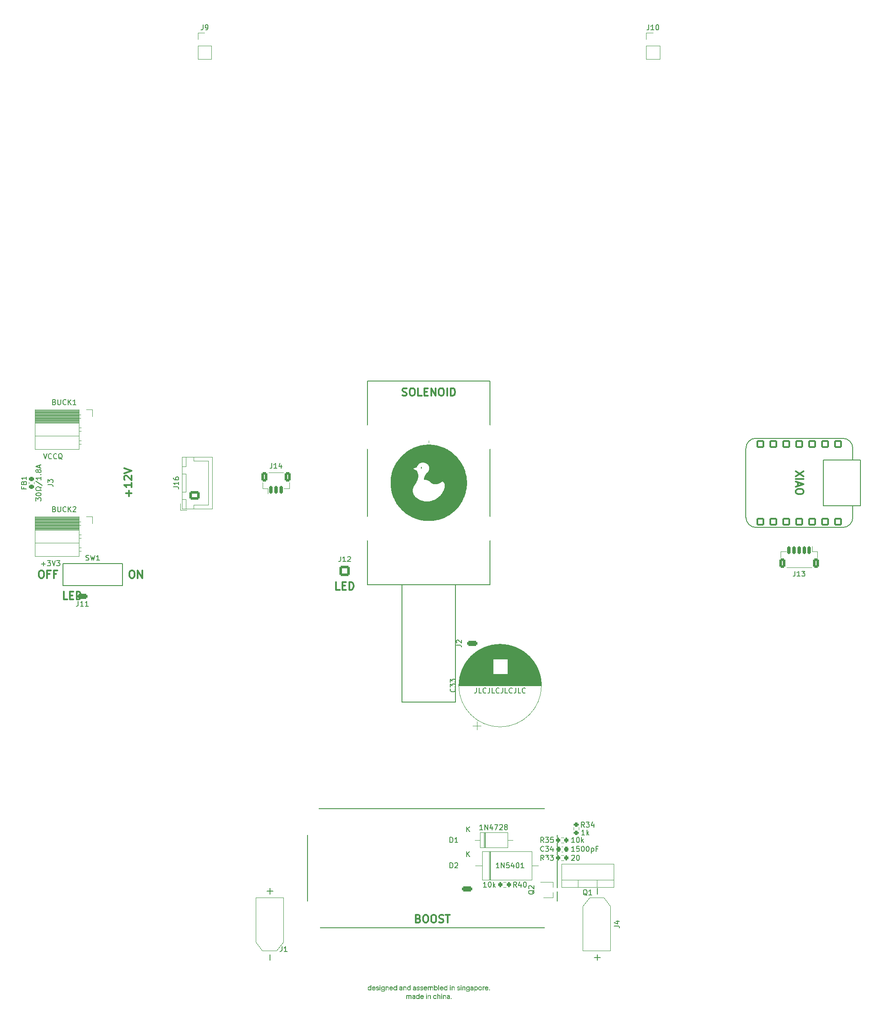
<source format=gto>
G04 #@! TF.GenerationSoftware,KiCad,Pcbnew,7.0.9*
G04 #@! TF.CreationDate,2024-02-22T22:24:09+08:00*
G04 #@! TF.ProjectId,layer1,6c617965-7231-42e6-9b69-6361645f7063,1.1*
G04 #@! TF.SameCoordinates,Original*
G04 #@! TF.FileFunction,Legend,Top*
G04 #@! TF.FilePolarity,Positive*
%FSLAX46Y46*%
G04 Gerber Fmt 4.6, Leading zero omitted, Abs format (unit mm)*
G04 Created by KiCad (PCBNEW 7.0.9) date 2024-02-22 22:24:09*
%MOMM*%
%LPD*%
G01*
G04 APERTURE LIST*
G04 Aperture macros list*
%AMRoundRect*
0 Rectangle with rounded corners*
0 $1 Rounding radius*
0 $2 $3 $4 $5 $6 $7 $8 $9 X,Y pos of 4 corners*
0 Add a 4 corners polygon primitive as box body*
4,1,4,$2,$3,$4,$5,$6,$7,$8,$9,$2,$3,0*
0 Add four circle primitives for the rounded corners*
1,1,$1+$1,$2,$3*
1,1,$1+$1,$4,$5*
1,1,$1+$1,$6,$7*
1,1,$1+$1,$8,$9*
0 Add four rect primitives between the rounded corners*
20,1,$1+$1,$2,$3,$4,$5,0*
20,1,$1+$1,$4,$5,$6,$7,0*
20,1,$1+$1,$6,$7,$8,$9,0*
20,1,$1+$1,$8,$9,$2,$3,0*%
G04 Aperture macros list end*
%ADD10C,0.200000*%
%ADD11C,0.300000*%
%ADD12C,0.250000*%
%ADD13C,0.150000*%
%ADD14C,0.120000*%
%ADD15C,0.203200*%
%ADD16R,5.000000X10.000000*%
%ADD17R,1.220000X0.650000*%
%ADD18C,6.400000*%
%ADD19RoundRect,0.250000X0.750000X-0.250000X0.750000X0.250000X-0.750000X0.250000X-0.750000X-0.250000X0*%
%ADD20R,1.700000X1.700000*%
%ADD21O,1.700000X1.700000*%
%ADD22R,10.000000X5.000000*%
%ADD23R,1.905000X2.000000*%
%ADD24O,1.905000X2.000000*%
%ADD25RoundRect,0.225000X0.250000X-0.225000X0.250000X0.225000X-0.250000X0.225000X-0.250000X-0.225000X0*%
%ADD26R,3.000000X3.000000*%
%ADD27C,3.000000*%
%ADD28RoundRect,0.225000X0.225000X0.250000X-0.225000X0.250000X-0.225000X-0.250000X0.225000X-0.250000X0*%
%ADD29R,2.200000X2.200000*%
%ADD30O,2.200000X2.200000*%
%ADD31RoundRect,0.150000X0.600000X-0.600000X0.600000X0.600000X-0.600000X0.600000X-0.600000X-0.600000X0*%
%ADD32RoundRect,0.150000X-0.600000X0.600000X-0.600000X-0.600000X0.600000X-0.600000X0.600000X0.600000X0*%
%ADD33RoundRect,0.150000X-0.150000X-0.625000X0.150000X-0.625000X0.150000X0.625000X-0.150000X0.625000X0*%
%ADD34RoundRect,0.250000X-0.350000X-0.650000X0.350000X-0.650000X0.350000X0.650000X-0.350000X0.650000X0*%
%ADD35RoundRect,0.150000X0.150000X0.625000X-0.150000X0.625000X-0.150000X-0.625000X0.150000X-0.625000X0*%
%ADD36RoundRect,0.250000X0.350000X0.650000X-0.350000X0.650000X-0.350000X-0.650000X0.350000X-0.650000X0*%
%ADD37R,2.400000X2.400000*%
%ADD38C,2.400000*%
%ADD39RoundRect,0.250000X0.725000X-0.600000X0.725000X0.600000X-0.725000X0.600000X-0.725000X-0.600000X0*%
%ADD40O,1.950000X1.700000*%
%ADD41RoundRect,0.250001X-0.799999X-0.799999X0.799999X-0.799999X0.799999X0.799999X-0.799999X0.799999X0*%
%ADD42O,2.400000X2.400000*%
%ADD43RoundRect,0.200000X0.275000X-0.200000X0.275000X0.200000X-0.275000X0.200000X-0.275000X-0.200000X0*%
%ADD44RoundRect,0.200000X0.200000X0.275000X-0.200000X0.275000X-0.200000X-0.275000X0.200000X-0.275000X0*%
%ADD45C,2.082800*%
%ADD46C,1.400000*%
G04 APERTURE END LIST*
D10*
X101210000Y-188900000D02*
X150210000Y-188900000D01*
X150210000Y-212300000D01*
X101210000Y-212300000D01*
X101210000Y-188900000D01*
X119750000Y-145000000D02*
X130250000Y-145000000D01*
X130250000Y-168000000D01*
X119750000Y-168000000D01*
X119750000Y-145000000D01*
X113000000Y-105000000D02*
X137000000Y-105000000D01*
X137000000Y-145000000D01*
X113000000Y-145000000D01*
X113000000Y-105000000D01*
D11*
X122959999Y-210492614D02*
X123174285Y-210564042D01*
X123174285Y-210564042D02*
X123245714Y-210635471D01*
X123245714Y-210635471D02*
X123317142Y-210778328D01*
X123317142Y-210778328D02*
X123317142Y-210992614D01*
X123317142Y-210992614D02*
X123245714Y-211135471D01*
X123245714Y-211135471D02*
X123174285Y-211206900D01*
X123174285Y-211206900D02*
X123031428Y-211278328D01*
X123031428Y-211278328D02*
X122459999Y-211278328D01*
X122459999Y-211278328D02*
X122459999Y-209778328D01*
X122459999Y-209778328D02*
X122959999Y-209778328D01*
X122959999Y-209778328D02*
X123102857Y-209849757D01*
X123102857Y-209849757D02*
X123174285Y-209921185D01*
X123174285Y-209921185D02*
X123245714Y-210064042D01*
X123245714Y-210064042D02*
X123245714Y-210206900D01*
X123245714Y-210206900D02*
X123174285Y-210349757D01*
X123174285Y-210349757D02*
X123102857Y-210421185D01*
X123102857Y-210421185D02*
X122959999Y-210492614D01*
X122959999Y-210492614D02*
X122459999Y-210492614D01*
X124245714Y-209778328D02*
X124531428Y-209778328D01*
X124531428Y-209778328D02*
X124674285Y-209849757D01*
X124674285Y-209849757D02*
X124817142Y-209992614D01*
X124817142Y-209992614D02*
X124888571Y-210278328D01*
X124888571Y-210278328D02*
X124888571Y-210778328D01*
X124888571Y-210778328D02*
X124817142Y-211064042D01*
X124817142Y-211064042D02*
X124674285Y-211206900D01*
X124674285Y-211206900D02*
X124531428Y-211278328D01*
X124531428Y-211278328D02*
X124245714Y-211278328D01*
X124245714Y-211278328D02*
X124102857Y-211206900D01*
X124102857Y-211206900D02*
X123959999Y-211064042D01*
X123959999Y-211064042D02*
X123888571Y-210778328D01*
X123888571Y-210778328D02*
X123888571Y-210278328D01*
X123888571Y-210278328D02*
X123959999Y-209992614D01*
X123959999Y-209992614D02*
X124102857Y-209849757D01*
X124102857Y-209849757D02*
X124245714Y-209778328D01*
X125817143Y-209778328D02*
X126102857Y-209778328D01*
X126102857Y-209778328D02*
X126245714Y-209849757D01*
X126245714Y-209849757D02*
X126388571Y-209992614D01*
X126388571Y-209992614D02*
X126460000Y-210278328D01*
X126460000Y-210278328D02*
X126460000Y-210778328D01*
X126460000Y-210778328D02*
X126388571Y-211064042D01*
X126388571Y-211064042D02*
X126245714Y-211206900D01*
X126245714Y-211206900D02*
X126102857Y-211278328D01*
X126102857Y-211278328D02*
X125817143Y-211278328D01*
X125817143Y-211278328D02*
X125674286Y-211206900D01*
X125674286Y-211206900D02*
X125531428Y-211064042D01*
X125531428Y-211064042D02*
X125460000Y-210778328D01*
X125460000Y-210778328D02*
X125460000Y-210278328D01*
X125460000Y-210278328D02*
X125531428Y-209992614D01*
X125531428Y-209992614D02*
X125674286Y-209849757D01*
X125674286Y-209849757D02*
X125817143Y-209778328D01*
X127031429Y-211206900D02*
X127245715Y-211278328D01*
X127245715Y-211278328D02*
X127602857Y-211278328D01*
X127602857Y-211278328D02*
X127745715Y-211206900D01*
X127745715Y-211206900D02*
X127817143Y-211135471D01*
X127817143Y-211135471D02*
X127888572Y-210992614D01*
X127888572Y-210992614D02*
X127888572Y-210849757D01*
X127888572Y-210849757D02*
X127817143Y-210706900D01*
X127817143Y-210706900D02*
X127745715Y-210635471D01*
X127745715Y-210635471D02*
X127602857Y-210564042D01*
X127602857Y-210564042D02*
X127317143Y-210492614D01*
X127317143Y-210492614D02*
X127174286Y-210421185D01*
X127174286Y-210421185D02*
X127102857Y-210349757D01*
X127102857Y-210349757D02*
X127031429Y-210206900D01*
X127031429Y-210206900D02*
X127031429Y-210064042D01*
X127031429Y-210064042D02*
X127102857Y-209921185D01*
X127102857Y-209921185D02*
X127174286Y-209849757D01*
X127174286Y-209849757D02*
X127317143Y-209778328D01*
X127317143Y-209778328D02*
X127674286Y-209778328D01*
X127674286Y-209778328D02*
X127888572Y-209849757D01*
X128317143Y-209778328D02*
X129174286Y-209778328D01*
X128745714Y-211278328D02*
X128745714Y-209778328D01*
X107535714Y-145978328D02*
X106821428Y-145978328D01*
X106821428Y-145978328D02*
X106821428Y-144478328D01*
X108035714Y-145192614D02*
X108535714Y-145192614D01*
X108750000Y-145978328D02*
X108035714Y-145978328D01*
X108035714Y-145978328D02*
X108035714Y-144478328D01*
X108035714Y-144478328D02*
X108750000Y-144478328D01*
X109392857Y-145978328D02*
X109392857Y-144478328D01*
X109392857Y-144478328D02*
X109750000Y-144478328D01*
X109750000Y-144478328D02*
X109964286Y-144549757D01*
X109964286Y-144549757D02*
X110107143Y-144692614D01*
X110107143Y-144692614D02*
X110178572Y-144835471D01*
X110178572Y-144835471D02*
X110250000Y-145121185D01*
X110250000Y-145121185D02*
X110250000Y-145335471D01*
X110250000Y-145335471D02*
X110178572Y-145621185D01*
X110178572Y-145621185D02*
X110107143Y-145764042D01*
X110107143Y-145764042D02*
X109964286Y-145906900D01*
X109964286Y-145906900D02*
X109750000Y-145978328D01*
X109750000Y-145978328D02*
X109392857Y-145978328D01*
X48802632Y-142178328D02*
X49088346Y-142178328D01*
X49088346Y-142178328D02*
X49231203Y-142249757D01*
X49231203Y-142249757D02*
X49374060Y-142392614D01*
X49374060Y-142392614D02*
X49445489Y-142678328D01*
X49445489Y-142678328D02*
X49445489Y-143178328D01*
X49445489Y-143178328D02*
X49374060Y-143464042D01*
X49374060Y-143464042D02*
X49231203Y-143606900D01*
X49231203Y-143606900D02*
X49088346Y-143678328D01*
X49088346Y-143678328D02*
X48802632Y-143678328D01*
X48802632Y-143678328D02*
X48659775Y-143606900D01*
X48659775Y-143606900D02*
X48516917Y-143464042D01*
X48516917Y-143464042D02*
X48445489Y-143178328D01*
X48445489Y-143178328D02*
X48445489Y-142678328D01*
X48445489Y-142678328D02*
X48516917Y-142392614D01*
X48516917Y-142392614D02*
X48659775Y-142249757D01*
X48659775Y-142249757D02*
X48802632Y-142178328D01*
X50588346Y-142892614D02*
X50088346Y-142892614D01*
X50088346Y-143678328D02*
X50088346Y-142178328D01*
X50088346Y-142178328D02*
X50802632Y-142178328D01*
X51874060Y-142892614D02*
X51374060Y-142892614D01*
X51374060Y-143678328D02*
X51374060Y-142178328D01*
X51374060Y-142178328D02*
X52088346Y-142178328D01*
D12*
G36*
X113716957Y-224575000D02*
G01*
X113592638Y-224575000D01*
X113576424Y-224484302D01*
X113572384Y-224489508D01*
X113565114Y-224498007D01*
X113557392Y-224506218D01*
X113549220Y-224514141D01*
X113540597Y-224521777D01*
X113531523Y-224529125D01*
X113521998Y-224536185D01*
X113512022Y-224542958D01*
X113501596Y-224549443D01*
X113490719Y-224555640D01*
X113483217Y-224559612D01*
X113471707Y-224565156D01*
X113459893Y-224570154D01*
X113447773Y-224574607D01*
X113435349Y-224578514D01*
X113422620Y-224581877D01*
X113409586Y-224584694D01*
X113396248Y-224586966D01*
X113382604Y-224588692D01*
X113368656Y-224589874D01*
X113354403Y-224590510D01*
X113344731Y-224590631D01*
X113332938Y-224590453D01*
X113321311Y-224589917D01*
X113309849Y-224589025D01*
X113298554Y-224587776D01*
X113287425Y-224586171D01*
X113276462Y-224584208D01*
X113265664Y-224581889D01*
X113255033Y-224579213D01*
X113244568Y-224576180D01*
X113234269Y-224572790D01*
X113224135Y-224569043D01*
X113214168Y-224564940D01*
X113204367Y-224560479D01*
X113194732Y-224555662D01*
X113185263Y-224550488D01*
X113175959Y-224544958D01*
X113166864Y-224539081D01*
X113158019Y-224532871D01*
X113149424Y-224526327D01*
X113141078Y-224519450D01*
X113132983Y-224512238D01*
X113125138Y-224504692D01*
X113117542Y-224496812D01*
X113110197Y-224488599D01*
X113103102Y-224480051D01*
X113096256Y-224471170D01*
X113089661Y-224461954D01*
X113083315Y-224452405D01*
X113077219Y-224442522D01*
X113071374Y-224432304D01*
X113065778Y-224421753D01*
X113060433Y-224410868D01*
X113055405Y-224399651D01*
X113050701Y-224388165D01*
X113046322Y-224376410D01*
X113042267Y-224364386D01*
X113038537Y-224352093D01*
X113035131Y-224339530D01*
X113032049Y-224326699D01*
X113029292Y-224313599D01*
X113026859Y-224300229D01*
X113024750Y-224286591D01*
X113022966Y-224272683D01*
X113021506Y-224258507D01*
X113020371Y-224244061D01*
X113019560Y-224229346D01*
X113019073Y-224214363D01*
X113018911Y-224199110D01*
X113168144Y-224199110D01*
X113168358Y-224214237D01*
X113169002Y-224228904D01*
X113170076Y-224243111D01*
X113171578Y-224256858D01*
X113173510Y-224270145D01*
X113175872Y-224282973D01*
X113178662Y-224295340D01*
X113181882Y-224307248D01*
X113185532Y-224318696D01*
X113189610Y-224329684D01*
X113194118Y-224340212D01*
X113199056Y-224350281D01*
X113204422Y-224359889D01*
X113210218Y-224369038D01*
X113216444Y-224377727D01*
X113223098Y-224385956D01*
X113230107Y-224393705D01*
X113237394Y-224400954D01*
X113244960Y-224407703D01*
X113252804Y-224413952D01*
X113260927Y-224419701D01*
X113269329Y-224424950D01*
X113278009Y-224429700D01*
X113286968Y-224433949D01*
X113296205Y-224437699D01*
X113305721Y-224440948D01*
X113315516Y-224443698D01*
X113325589Y-224445948D01*
X113335940Y-224447697D01*
X113346571Y-224448947D01*
X113357480Y-224449697D01*
X113368667Y-224449947D01*
X113379676Y-224449695D01*
X113390416Y-224448940D01*
X113400887Y-224447680D01*
X113411089Y-224445917D01*
X113421022Y-224443650D01*
X113430686Y-224440880D01*
X113440080Y-224437605D01*
X113449206Y-224433827D01*
X113458063Y-224429545D01*
X113466650Y-224424760D01*
X113474969Y-224419470D01*
X113483018Y-224413677D01*
X113490799Y-224407380D01*
X113498310Y-224400580D01*
X113505553Y-224393275D01*
X113512526Y-224385467D01*
X113519181Y-224377154D01*
X113525406Y-224368397D01*
X113531202Y-224359195D01*
X113536569Y-224349548D01*
X113541506Y-224339457D01*
X113546014Y-224328921D01*
X113550093Y-224317941D01*
X113553742Y-224306516D01*
X113556962Y-224294646D01*
X113559753Y-224282332D01*
X113562114Y-224269573D01*
X113564046Y-224256369D01*
X113565549Y-224242721D01*
X113566622Y-224228629D01*
X113567266Y-224214092D01*
X113567481Y-224199110D01*
X113567266Y-224184160D01*
X113566622Y-224169659D01*
X113565549Y-224155607D01*
X113564046Y-224142003D01*
X113562114Y-224128847D01*
X113559753Y-224116140D01*
X113556962Y-224103881D01*
X113553742Y-224092070D01*
X113550093Y-224080708D01*
X113546014Y-224069795D01*
X113541506Y-224059329D01*
X113536569Y-224049313D01*
X113531202Y-224039744D01*
X113525406Y-224030624D01*
X113519181Y-224021953D01*
X113512526Y-224013729D01*
X113505553Y-224005980D01*
X113498310Y-223998731D01*
X113490799Y-223991982D01*
X113483018Y-223985733D01*
X113474969Y-223979984D01*
X113466650Y-223974735D01*
X113458063Y-223969985D01*
X113449206Y-223965736D01*
X113440080Y-223961986D01*
X113430686Y-223958737D01*
X113421022Y-223955987D01*
X113411089Y-223953737D01*
X113400887Y-223951988D01*
X113390416Y-223950738D01*
X113379676Y-223949988D01*
X113368667Y-223949738D01*
X113357480Y-223949988D01*
X113346571Y-223950738D01*
X113335940Y-223951988D01*
X113325589Y-223953737D01*
X113315516Y-223955987D01*
X113305721Y-223958737D01*
X113296205Y-223961986D01*
X113286968Y-223965736D01*
X113278009Y-223969985D01*
X113269329Y-223974735D01*
X113260927Y-223979984D01*
X113252804Y-223985733D01*
X113244960Y-223991982D01*
X113237394Y-223998731D01*
X113230107Y-224005980D01*
X113223098Y-224013729D01*
X113216444Y-224021953D01*
X113210218Y-224030624D01*
X113204422Y-224039744D01*
X113199056Y-224049313D01*
X113194118Y-224059329D01*
X113189610Y-224069795D01*
X113185532Y-224080708D01*
X113181882Y-224092070D01*
X113178662Y-224103881D01*
X113175872Y-224116140D01*
X113173510Y-224128847D01*
X113171578Y-224142003D01*
X113170076Y-224155607D01*
X113169002Y-224169659D01*
X113168358Y-224184160D01*
X113168144Y-224199110D01*
X113018911Y-224199110D01*
X113019073Y-224183861D01*
X113019560Y-224168889D01*
X113020371Y-224154193D01*
X113021506Y-224139774D01*
X113022966Y-224125632D01*
X113024750Y-224111766D01*
X113026859Y-224098177D01*
X113029292Y-224084865D01*
X113032049Y-224071830D01*
X113035131Y-224059071D01*
X113038537Y-224046589D01*
X113042267Y-224034383D01*
X113046322Y-224022454D01*
X113050701Y-224010802D01*
X113055405Y-223999427D01*
X113060433Y-223988328D01*
X113065778Y-223977502D01*
X113071374Y-223967007D01*
X113077219Y-223956841D01*
X113083315Y-223947005D01*
X113089661Y-223937500D01*
X113096256Y-223928325D01*
X113103102Y-223919479D01*
X113110197Y-223910964D01*
X113117542Y-223902779D01*
X113125138Y-223894924D01*
X113132983Y-223887400D01*
X113141078Y-223880205D01*
X113149424Y-223873340D01*
X113158019Y-223866806D01*
X113166864Y-223860602D01*
X113175959Y-223854727D01*
X113185263Y-223849197D01*
X113194732Y-223844023D01*
X113204367Y-223839206D01*
X113214168Y-223834745D01*
X113224135Y-223830642D01*
X113234269Y-223826895D01*
X113244568Y-223823505D01*
X113255033Y-223820472D01*
X113265664Y-223817796D01*
X113276462Y-223815477D01*
X113287425Y-223813514D01*
X113298554Y-223811909D01*
X113309849Y-223810660D01*
X113321311Y-223809768D01*
X113332938Y-223809232D01*
X113344731Y-223809054D01*
X113359164Y-223809309D01*
X113373245Y-223810076D01*
X113386973Y-223811353D01*
X113400350Y-223813141D01*
X113413374Y-223815440D01*
X113426047Y-223818250D01*
X113438367Y-223821571D01*
X113450336Y-223825403D01*
X113461952Y-223829746D01*
X113473216Y-223834599D01*
X113480530Y-223838119D01*
X113491173Y-223843652D01*
X113501396Y-223849442D01*
X113511198Y-223855490D01*
X113520578Y-223861795D01*
X113529539Y-223868358D01*
X113538078Y-223875179D01*
X113546197Y-223882257D01*
X113553895Y-223889593D01*
X113561172Y-223897186D01*
X113568028Y-223905038D01*
X113568441Y-223905549D01*
X113567481Y-223574581D01*
X113716957Y-223574581D01*
X113716957Y-224575000D01*
G37*
G36*
X114220261Y-223809255D02*
G01*
X114233390Y-223809859D01*
X114246295Y-223810866D01*
X114258978Y-223812275D01*
X114271437Y-223814087D01*
X114283673Y-223816301D01*
X114295686Y-223818918D01*
X114307475Y-223821938D01*
X114319042Y-223825360D01*
X114330385Y-223829185D01*
X114341504Y-223833412D01*
X114352401Y-223838043D01*
X114363074Y-223843075D01*
X114373524Y-223848511D01*
X114383751Y-223854349D01*
X114393754Y-223860589D01*
X114403524Y-223867120D01*
X114412988Y-223873889D01*
X114422147Y-223880897D01*
X114431001Y-223888143D01*
X114439550Y-223895628D01*
X114447793Y-223903351D01*
X114455731Y-223911312D01*
X114463363Y-223919513D01*
X114470691Y-223927952D01*
X114477713Y-223936629D01*
X114484429Y-223945545D01*
X114490841Y-223954699D01*
X114496947Y-223964092D01*
X114502748Y-223973723D01*
X114508243Y-223983593D01*
X114513433Y-223993702D01*
X114518313Y-224003964D01*
X114522879Y-224014298D01*
X114527129Y-224024702D01*
X114531065Y-224035177D01*
X114534685Y-224045722D01*
X114537991Y-224056338D01*
X114540982Y-224067025D01*
X114543658Y-224077782D01*
X114546020Y-224088610D01*
X114548066Y-224099508D01*
X114549798Y-224110477D01*
X114551215Y-224121517D01*
X114552317Y-224132627D01*
X114553104Y-224143808D01*
X114553576Y-224155059D01*
X114553733Y-224166381D01*
X114553525Y-224178454D01*
X114553057Y-224188241D01*
X114552322Y-224198142D01*
X114551321Y-224208158D01*
X114550052Y-224218288D01*
X114548516Y-224228533D01*
X114546713Y-224238892D01*
X114545185Y-224246737D01*
X114010049Y-224246737D01*
X114011317Y-224258425D01*
X114012922Y-224269795D01*
X114014866Y-224280849D01*
X114017147Y-224291586D01*
X114019766Y-224302007D01*
X114022723Y-224312110D01*
X114026017Y-224321897D01*
X114029649Y-224331367D01*
X114033619Y-224340521D01*
X114037927Y-224349357D01*
X114045022Y-224362018D01*
X114052876Y-224373967D01*
X114061491Y-224385202D01*
X114070865Y-224395725D01*
X114080937Y-224405415D01*
X114091645Y-224414152D01*
X114102988Y-224421936D01*
X114114966Y-224428767D01*
X114127580Y-224434644D01*
X114140829Y-224439569D01*
X114154714Y-224443540D01*
X114164323Y-224445658D01*
X114174215Y-224447353D01*
X114184389Y-224448623D01*
X114194846Y-224449471D01*
X114205585Y-224449894D01*
X114211061Y-224449947D01*
X114221884Y-224449754D01*
X114232373Y-224449174D01*
X114242526Y-224448208D01*
X114252345Y-224446856D01*
X114264916Y-224444452D01*
X114276892Y-224441360D01*
X114288272Y-224437582D01*
X114299057Y-224433117D01*
X114309246Y-224427965D01*
X114319001Y-224421981D01*
X114328480Y-224415143D01*
X114337685Y-224407449D01*
X114346615Y-224398900D01*
X114355271Y-224389497D01*
X114361582Y-224381884D01*
X114367739Y-224373789D01*
X114373741Y-224365214D01*
X114379588Y-224356158D01*
X114537125Y-224356158D01*
X114532009Y-224370322D01*
X114526554Y-224384055D01*
X114520759Y-224397357D01*
X114514624Y-224410227D01*
X114508150Y-224422666D01*
X114501336Y-224434674D01*
X114494182Y-224446251D01*
X114486689Y-224457397D01*
X114478856Y-224468111D01*
X114470683Y-224478394D01*
X114462171Y-224488246D01*
X114453319Y-224497666D01*
X114444127Y-224506655D01*
X114434596Y-224515213D01*
X114424725Y-224523340D01*
X114414515Y-224531036D01*
X114404017Y-224538252D01*
X114393224Y-224545003D01*
X114382135Y-224551289D01*
X114370750Y-224557109D01*
X114359069Y-224562463D01*
X114347092Y-224567352D01*
X114334820Y-224571775D01*
X114322252Y-224575732D01*
X114309388Y-224579224D01*
X114296229Y-224582250D01*
X114282774Y-224584811D01*
X114269022Y-224586906D01*
X114254976Y-224588536D01*
X114240633Y-224589700D01*
X114225995Y-224590398D01*
X114211061Y-224590631D01*
X114198031Y-224590451D01*
X114185198Y-224589910D01*
X114172561Y-224589008D01*
X114160121Y-224587746D01*
X114147877Y-224586123D01*
X114135830Y-224584140D01*
X114123979Y-224581795D01*
X114112325Y-224579091D01*
X114100868Y-224576025D01*
X114089607Y-224572599D01*
X114078543Y-224568812D01*
X114067675Y-224564665D01*
X114057003Y-224560157D01*
X114046529Y-224555288D01*
X114036250Y-224550059D01*
X114026169Y-224544469D01*
X114016323Y-224538507D01*
X114006751Y-224532223D01*
X113997455Y-224525616D01*
X113988433Y-224518686D01*
X113979686Y-224511434D01*
X113971214Y-224503860D01*
X113963017Y-224495963D01*
X113955094Y-224487744D01*
X113947446Y-224479202D01*
X113940073Y-224470338D01*
X113932975Y-224461151D01*
X113926151Y-224451642D01*
X113919603Y-224441810D01*
X113913329Y-224431656D01*
X113907329Y-224421179D01*
X113901605Y-224410380D01*
X113896222Y-224399251D01*
X113891186Y-224387845D01*
X113886498Y-224376162D01*
X113882157Y-224364203D01*
X113878163Y-224351967D01*
X113874517Y-224339454D01*
X113871218Y-224326665D01*
X113868266Y-224313599D01*
X113865661Y-224300256D01*
X113863404Y-224286636D01*
X113861494Y-224272740D01*
X113859931Y-224258568D01*
X113858715Y-224244118D01*
X113857847Y-224229392D01*
X113857326Y-224214389D01*
X113857153Y-224199110D01*
X113857323Y-224183831D01*
X113857836Y-224168831D01*
X113858690Y-224154110D01*
X113859885Y-224139667D01*
X113861422Y-224125503D01*
X113863301Y-224111617D01*
X113864209Y-224106053D01*
X114012003Y-224106053D01*
X114403280Y-224106053D01*
X114401356Y-224094978D01*
X114398697Y-224084100D01*
X114395305Y-224073420D01*
X114391178Y-224062937D01*
X114386317Y-224052651D01*
X114380723Y-224042563D01*
X114374393Y-224032673D01*
X114367330Y-224022980D01*
X114359533Y-224013485D01*
X114351001Y-224004187D01*
X114344906Y-223998098D01*
X114335226Y-223989455D01*
X114324873Y-223981663D01*
X114313846Y-223974721D01*
X114302144Y-223968628D01*
X114289769Y-223963386D01*
X114276719Y-223958994D01*
X114262995Y-223955452D01*
X114248598Y-223952760D01*
X114238625Y-223951438D01*
X114228352Y-223950493D01*
X114217780Y-223949927D01*
X114206908Y-223949738D01*
X114196480Y-223949910D01*
X114186323Y-223950429D01*
X114176437Y-223951292D01*
X114162116Y-223953235D01*
X114148405Y-223955955D01*
X114135303Y-223959451D01*
X114122811Y-223963725D01*
X114110928Y-223968777D01*
X114099655Y-223974605D01*
X114088992Y-223981210D01*
X114078939Y-223988592D01*
X114072575Y-223993946D01*
X114063576Y-224002443D01*
X114055264Y-224011357D01*
X114047639Y-224020687D01*
X114040701Y-224030433D01*
X114034450Y-224040596D01*
X114028886Y-224051176D01*
X114024009Y-224062172D01*
X114019818Y-224073584D01*
X114016315Y-224085413D01*
X114013499Y-224097658D01*
X114012003Y-224106053D01*
X113864209Y-224106053D01*
X113865521Y-224098010D01*
X113868083Y-224084682D01*
X113870986Y-224071632D01*
X113874231Y-224058861D01*
X113877817Y-224046368D01*
X113881745Y-224034154D01*
X113886014Y-224022219D01*
X113890625Y-224010562D01*
X113895578Y-223999184D01*
X113900872Y-223988084D01*
X113906505Y-223977259D01*
X113912413Y-223966766D01*
X113918595Y-223956605D01*
X113925052Y-223946776D01*
X113931784Y-223937280D01*
X113938791Y-223928115D01*
X113946072Y-223919282D01*
X113953629Y-223910781D01*
X113961460Y-223902612D01*
X113969565Y-223894776D01*
X113977946Y-223887271D01*
X113986601Y-223880098D01*
X113995532Y-223873257D01*
X114004736Y-223866749D01*
X114014216Y-223860572D01*
X114023971Y-223854727D01*
X114033987Y-223849197D01*
X114044193Y-223844023D01*
X114054588Y-223839206D01*
X114065171Y-223834745D01*
X114075944Y-223830642D01*
X114086905Y-223826895D01*
X114098055Y-223823505D01*
X114109395Y-223820472D01*
X114120923Y-223817796D01*
X114132640Y-223815477D01*
X114144545Y-223813514D01*
X114156640Y-223811909D01*
X114168924Y-223810660D01*
X114181397Y-223809768D01*
X114194058Y-223809232D01*
X114206908Y-223809054D01*
X114220261Y-223809255D01*
G37*
G36*
X114940126Y-224590631D02*
G01*
X114925198Y-224590412D01*
X114910580Y-224589753D01*
X114896271Y-224588656D01*
X114882270Y-224587120D01*
X114868580Y-224585145D01*
X114855198Y-224582731D01*
X114842125Y-224579879D01*
X114829361Y-224576587D01*
X114816907Y-224572857D01*
X114804762Y-224568687D01*
X114792925Y-224564079D01*
X114781398Y-224559032D01*
X114770180Y-224553546D01*
X114759271Y-224547621D01*
X114748672Y-224541258D01*
X114738381Y-224534455D01*
X114728469Y-224527208D01*
X114719006Y-224519572D01*
X114709991Y-224511546D01*
X114701424Y-224503131D01*
X114693306Y-224494327D01*
X114685636Y-224485133D01*
X114678415Y-224475551D01*
X114671642Y-224465579D01*
X114665317Y-224455217D01*
X114659441Y-224444467D01*
X114654013Y-224433327D01*
X114649034Y-224421798D01*
X114644503Y-224409880D01*
X114640420Y-224397572D01*
X114636786Y-224384876D01*
X114633601Y-224371789D01*
X114792359Y-224371789D01*
X114796133Y-224381090D01*
X114800739Y-224389818D01*
X114806177Y-224397973D01*
X114812448Y-224405556D01*
X114819550Y-224412567D01*
X114827484Y-224419005D01*
X114836250Y-224424870D01*
X114845848Y-224430163D01*
X114856083Y-224434800D01*
X114866761Y-224438819D01*
X114877882Y-224442219D01*
X114889445Y-224445001D01*
X114901451Y-224447165D01*
X114913900Y-224448711D01*
X114926791Y-224449638D01*
X114936750Y-224449928D01*
X114940126Y-224449947D01*
X114954590Y-224449726D01*
X114968307Y-224449063D01*
X114981277Y-224447957D01*
X114993500Y-224446409D01*
X115004976Y-224444419D01*
X115015705Y-224441987D01*
X115025687Y-224439113D01*
X115034922Y-224435796D01*
X115046073Y-224430686D01*
X115055897Y-224424790D01*
X115064541Y-224418287D01*
X115072032Y-224411357D01*
X115079775Y-224402093D01*
X115085718Y-224392161D01*
X115089860Y-224381561D01*
X115092201Y-224370293D01*
X115092777Y-224360799D01*
X115092073Y-224350552D01*
X115089472Y-224339552D01*
X115084954Y-224329581D01*
X115078519Y-224320639D01*
X115072749Y-224314881D01*
X115064918Y-224308552D01*
X115056263Y-224302757D01*
X115046783Y-224297493D01*
X115036479Y-224292762D01*
X115027263Y-224289226D01*
X115021458Y-224287281D01*
X115010985Y-224284057D01*
X115001593Y-224281339D01*
X114991301Y-224278500D01*
X114980107Y-224275539D01*
X114968014Y-224272455D01*
X114958352Y-224270062D01*
X114948184Y-224267601D01*
X114937509Y-224265071D01*
X114930112Y-224263346D01*
X114919786Y-224261049D01*
X114909691Y-224258739D01*
X114899826Y-224256416D01*
X114890193Y-224254080D01*
X114876176Y-224250550D01*
X114862679Y-224246990D01*
X114849701Y-224243400D01*
X114837242Y-224239780D01*
X114825303Y-224236130D01*
X114813883Y-224232450D01*
X114802983Y-224228740D01*
X114792603Y-224225000D01*
X114782609Y-224220958D01*
X114772868Y-224216436D01*
X114763380Y-224211433D01*
X114754146Y-224205949D01*
X114745165Y-224199984D01*
X114736437Y-224193538D01*
X114727963Y-224186611D01*
X114719742Y-224179204D01*
X114711774Y-224171316D01*
X114704060Y-224162947D01*
X114699058Y-224157100D01*
X114691987Y-224147871D01*
X114685611Y-224138046D01*
X114679931Y-224127624D01*
X114674946Y-224116605D01*
X114670657Y-224104990D01*
X114667064Y-224092777D01*
X114664166Y-224079968D01*
X114661963Y-224066562D01*
X114660456Y-224052560D01*
X114659645Y-224037960D01*
X114659490Y-224027896D01*
X114659791Y-224016722D01*
X114660693Y-224005733D01*
X114662195Y-223994929D01*
X114664299Y-223984310D01*
X114667004Y-223973875D01*
X114670310Y-223963624D01*
X114674217Y-223953559D01*
X114678725Y-223943678D01*
X114683834Y-223933981D01*
X114689544Y-223924469D01*
X114693684Y-223918230D01*
X114700397Y-223909066D01*
X114707621Y-223900259D01*
X114715355Y-223891807D01*
X114723600Y-223883712D01*
X114732357Y-223875973D01*
X114741624Y-223868591D01*
X114751402Y-223861565D01*
X114761691Y-223854895D01*
X114772491Y-223848582D01*
X114783801Y-223842625D01*
X114791626Y-223838852D01*
X114803763Y-223833526D01*
X114816270Y-223828725D01*
X114829145Y-223824447D01*
X114842390Y-223820694D01*
X114856004Y-223817464D01*
X114869988Y-223814757D01*
X114884340Y-223812575D01*
X114894114Y-223811411D01*
X114904052Y-223810480D01*
X114914153Y-223809781D01*
X114924419Y-223809316D01*
X114934849Y-223809083D01*
X114940126Y-223809054D01*
X114954187Y-223809266D01*
X114967977Y-223809901D01*
X114981496Y-223810960D01*
X114994744Y-223812443D01*
X115007722Y-223814349D01*
X115020428Y-223816679D01*
X115032863Y-223819432D01*
X115045028Y-223822609D01*
X115056921Y-223826210D01*
X115068544Y-223830234D01*
X115079895Y-223834682D01*
X115090976Y-223839554D01*
X115101786Y-223844849D01*
X115112324Y-223850568D01*
X115122592Y-223856710D01*
X115132589Y-223863276D01*
X115142258Y-223870273D01*
X115151483Y-223877709D01*
X115160264Y-223885584D01*
X115168599Y-223893898D01*
X115176491Y-223902650D01*
X115183937Y-223911842D01*
X115190939Y-223921472D01*
X115197496Y-223931542D01*
X115203609Y-223942050D01*
X115209277Y-223952997D01*
X115214501Y-223964383D01*
X115219280Y-223976208D01*
X115223614Y-223988471D01*
X115227504Y-224001174D01*
X115230949Y-224014315D01*
X115233950Y-224027896D01*
X115076901Y-224027896D01*
X115072904Y-224018431D01*
X115068300Y-224009577D01*
X115060255Y-223997441D01*
X115050846Y-223986680D01*
X115040071Y-223977291D01*
X115027931Y-223969277D01*
X115019079Y-223964698D01*
X115009620Y-223960729D01*
X114999555Y-223957370D01*
X114988882Y-223954623D01*
X114977603Y-223952486D01*
X114965718Y-223950959D01*
X114953225Y-223950043D01*
X114940126Y-223949738D01*
X114928229Y-223949935D01*
X114916904Y-223950528D01*
X114906150Y-223951515D01*
X114895967Y-223952898D01*
X114886355Y-223954675D01*
X114874427Y-223957659D01*
X114863515Y-223961346D01*
X114853617Y-223965735D01*
X114844735Y-223970826D01*
X114842673Y-223972208D01*
X114833314Y-223979594D01*
X114825542Y-223987707D01*
X114819356Y-223996548D01*
X114814756Y-224006116D01*
X114811743Y-224016412D01*
X114810315Y-224027435D01*
X114810188Y-224032048D01*
X114810910Y-224042927D01*
X114813073Y-224053033D01*
X114816680Y-224062367D01*
X114821729Y-224070928D01*
X114828220Y-224078716D01*
X114830705Y-224081140D01*
X114838936Y-224087993D01*
X114848061Y-224094261D01*
X114858079Y-224099945D01*
X114867109Y-224104236D01*
X114876760Y-224108122D01*
X114884927Y-224110938D01*
X114896033Y-224114374D01*
X114905854Y-224117234D01*
X114916508Y-224120194D01*
X114927993Y-224123253D01*
X114940310Y-224126411D01*
X114950094Y-224128844D01*
X114960345Y-224131334D01*
X114971065Y-224133879D01*
X114978472Y-224135607D01*
X114988792Y-224138081D01*
X114998870Y-224140560D01*
X115008705Y-224143043D01*
X115018298Y-224145529D01*
X115032234Y-224149266D01*
X115045624Y-224153011D01*
X115058469Y-224156765D01*
X115070769Y-224160527D01*
X115082523Y-224164298D01*
X115093732Y-224168078D01*
X115104396Y-224171866D01*
X115114515Y-224175662D01*
X115124241Y-224179647D01*
X115133726Y-224184092D01*
X115142971Y-224188995D01*
X115151976Y-224194358D01*
X115160740Y-224200181D01*
X115169263Y-224206463D01*
X115177547Y-224213204D01*
X115185590Y-224220405D01*
X115193392Y-224228065D01*
X115200954Y-224236184D01*
X115205862Y-224241852D01*
X115212846Y-224250739D01*
X115219142Y-224260179D01*
X115224752Y-224270173D01*
X115229675Y-224280721D01*
X115233911Y-224291823D01*
X115237461Y-224303479D01*
X115240323Y-224315688D01*
X115242498Y-224328452D01*
X115243987Y-224341769D01*
X115244788Y-224355640D01*
X115244941Y-224365195D01*
X115244612Y-224377130D01*
X115243627Y-224388845D01*
X115241985Y-224400342D01*
X115239686Y-224411620D01*
X115236730Y-224422679D01*
X115233117Y-224433519D01*
X115228847Y-224444140D01*
X115223920Y-224454542D01*
X115218337Y-224464725D01*
X115212097Y-224474689D01*
X115207571Y-224481210D01*
X115200334Y-224490717D01*
X115192542Y-224499820D01*
X115184196Y-224508520D01*
X115175297Y-224516816D01*
X115165844Y-224524709D01*
X115155837Y-224532198D01*
X115145276Y-224539283D01*
X115134161Y-224545965D01*
X115122493Y-224552243D01*
X115110270Y-224558118D01*
X115101814Y-224561810D01*
X115088731Y-224566961D01*
X115075219Y-224571605D01*
X115061277Y-224575742D01*
X115051744Y-224578219D01*
X115042020Y-224580471D01*
X115032105Y-224582497D01*
X115021999Y-224584298D01*
X115011703Y-224585875D01*
X115001216Y-224587225D01*
X114990538Y-224588351D01*
X114979669Y-224589252D01*
X114968609Y-224589927D01*
X114957359Y-224590378D01*
X114945918Y-224590603D01*
X114940126Y-224590631D01*
G37*
G36*
X115513852Y-224575000D02*
G01*
X115364620Y-224575000D01*
X115364620Y-223824685D01*
X115513852Y-223824685D01*
X115513852Y-224575000D01*
G37*
G36*
X115438625Y-223719173D02*
G01*
X115426898Y-223718517D01*
X115415684Y-223716549D01*
X115404983Y-223713269D01*
X115394795Y-223708678D01*
X115385120Y-223702774D01*
X115375957Y-223695559D01*
X115372435Y-223692306D01*
X115364484Y-223683624D01*
X115357881Y-223674369D01*
X115352625Y-223664542D01*
X115348717Y-223654143D01*
X115346157Y-223643171D01*
X115344944Y-223631627D01*
X115344836Y-223626849D01*
X115345267Y-223617087D01*
X115347019Y-223605421D01*
X115350119Y-223594351D01*
X115354566Y-223583878D01*
X115360361Y-223574001D01*
X115367503Y-223564720D01*
X115372435Y-223559438D01*
X115381393Y-223551416D01*
X115390863Y-223544755D01*
X115400846Y-223539452D01*
X115411342Y-223535510D01*
X115422351Y-223532926D01*
X115433873Y-223531703D01*
X115438625Y-223531594D01*
X115450346Y-223532274D01*
X115461542Y-223534313D01*
X115472213Y-223537712D01*
X115482360Y-223542470D01*
X115491982Y-223548588D01*
X115501079Y-223556066D01*
X115504571Y-223559438D01*
X115512522Y-223568361D01*
X115519125Y-223577880D01*
X115524381Y-223587996D01*
X115528289Y-223598707D01*
X115530849Y-223610016D01*
X115532062Y-223621920D01*
X115532170Y-223626849D01*
X115531496Y-223638558D01*
X115529475Y-223649718D01*
X115526106Y-223660330D01*
X115521389Y-223670393D01*
X115515325Y-223679907D01*
X115507913Y-223688873D01*
X115504571Y-223692306D01*
X115495684Y-223700046D01*
X115486272Y-223706474D01*
X115476335Y-223711590D01*
X115465873Y-223715394D01*
X115454887Y-223717887D01*
X115443376Y-223719068D01*
X115438625Y-223719173D01*
G37*
G36*
X115988141Y-223809314D02*
G01*
X116001787Y-223810093D01*
X116015189Y-223811392D01*
X116028346Y-223813210D01*
X116041258Y-223815548D01*
X116053925Y-223818405D01*
X116066348Y-223821782D01*
X116078526Y-223825678D01*
X116090459Y-223830093D01*
X116102148Y-223835029D01*
X116109805Y-223838607D01*
X116120984Y-223844284D01*
X116131718Y-223850231D01*
X116142004Y-223856448D01*
X116151845Y-223862936D01*
X116161239Y-223869695D01*
X116170186Y-223876724D01*
X116178687Y-223884023D01*
X116186741Y-223891593D01*
X116194349Y-223899433D01*
X116201510Y-223907544D01*
X116203463Y-223909942D01*
X116219714Y-223824685D01*
X116343545Y-223824685D01*
X116343545Y-224549110D01*
X116343189Y-224567053D01*
X116342121Y-224584491D01*
X116340342Y-224601423D01*
X116337851Y-224617849D01*
X116334648Y-224633769D01*
X116330734Y-224649184D01*
X116326107Y-224664094D01*
X116320769Y-224678497D01*
X116314719Y-224692395D01*
X116307958Y-224705788D01*
X116300485Y-224718674D01*
X116292300Y-224731055D01*
X116283403Y-224742931D01*
X116273794Y-224754300D01*
X116263474Y-224765165D01*
X116252442Y-224775523D01*
X116240795Y-224785313D01*
X116228629Y-224794471D01*
X116215943Y-224802997D01*
X116202739Y-224810892D01*
X116189016Y-224818156D01*
X116174773Y-224824787D01*
X116160012Y-224830788D01*
X116144731Y-224836156D01*
X116128932Y-224840893D01*
X116112613Y-224844999D01*
X116095776Y-224848472D01*
X116078419Y-224851314D01*
X116060544Y-224853525D01*
X116042149Y-224855104D01*
X116023236Y-224856051D01*
X116003803Y-224856367D01*
X115987668Y-224856125D01*
X115971868Y-224855398D01*
X115956405Y-224854186D01*
X115941277Y-224852490D01*
X115926485Y-224850309D01*
X115912029Y-224847643D01*
X115897909Y-224844493D01*
X115884124Y-224840858D01*
X115870675Y-224836738D01*
X115857563Y-224832134D01*
X115844786Y-224827045D01*
X115832345Y-224821471D01*
X115820239Y-224815413D01*
X115808470Y-224808870D01*
X115797036Y-224801842D01*
X115785938Y-224794330D01*
X115775234Y-224786354D01*
X115764918Y-224777874D01*
X115754992Y-224768890D01*
X115745455Y-224759403D01*
X115736308Y-224749412D01*
X115727549Y-224738917D01*
X115719180Y-224727918D01*
X115711200Y-224716416D01*
X115703610Y-224704410D01*
X115696408Y-224691900D01*
X115689596Y-224678887D01*
X115683173Y-224665369D01*
X115677140Y-224651348D01*
X115671495Y-224636823D01*
X115666240Y-224621795D01*
X115661375Y-224606263D01*
X115817934Y-224606263D01*
X115822271Y-224616451D01*
X115827036Y-224626132D01*
X115832231Y-224635307D01*
X115837855Y-224643975D01*
X115843909Y-224652137D01*
X115850392Y-224659792D01*
X115857304Y-224666940D01*
X115864646Y-224673582D01*
X115872417Y-224679717D01*
X115880617Y-224685346D01*
X115886322Y-224688817D01*
X115895240Y-224693618D01*
X115904592Y-224697947D01*
X115914377Y-224701804D01*
X115924596Y-224705189D01*
X115935248Y-224708101D01*
X115946334Y-224710541D01*
X115957854Y-224712509D01*
X115969808Y-224714004D01*
X115982195Y-224715027D01*
X115995015Y-224715578D01*
X116003803Y-224715683D01*
X116014709Y-224715511D01*
X116025323Y-224714993D01*
X116035645Y-224714129D01*
X116045675Y-224712920D01*
X116055414Y-224711366D01*
X116069474Y-224708387D01*
X116082877Y-224704631D01*
X116095623Y-224700098D01*
X116107712Y-224694788D01*
X116119145Y-224688701D01*
X116129920Y-224681837D01*
X116140039Y-224674195D01*
X116143266Y-224671475D01*
X116152388Y-224662889D01*
X116160614Y-224653615D01*
X116167942Y-224643655D01*
X116174372Y-224633007D01*
X116179906Y-224621673D01*
X116184542Y-224609651D01*
X116188281Y-224596943D01*
X116191122Y-224583548D01*
X116193066Y-224569466D01*
X116193864Y-224559696D01*
X116194263Y-224549621D01*
X116194313Y-224544469D01*
X116195011Y-224436985D01*
X116192388Y-224440094D01*
X116185609Y-224447355D01*
X116178369Y-224454388D01*
X116170671Y-224461194D01*
X116162513Y-224467772D01*
X116153895Y-224474122D01*
X116144818Y-224480245D01*
X116135282Y-224486141D01*
X116125286Y-224491809D01*
X116114832Y-224497249D01*
X116107606Y-224500750D01*
X116096474Y-224505638D01*
X116085058Y-224510046D01*
X116073358Y-224513973D01*
X116061376Y-224517419D01*
X116049110Y-224520385D01*
X116036560Y-224522869D01*
X116023728Y-224524872D01*
X116010611Y-224526395D01*
X115997212Y-224527437D01*
X115983529Y-224527998D01*
X115974250Y-224528105D01*
X115962456Y-224527940D01*
X115950829Y-224527445D01*
X115939368Y-224526619D01*
X115928073Y-224525464D01*
X115916943Y-224523979D01*
X115905980Y-224522163D01*
X115895183Y-224520017D01*
X115884552Y-224517541D01*
X115874086Y-224514735D01*
X115863787Y-224511599D01*
X115853654Y-224508133D01*
X115843687Y-224504337D01*
X115833885Y-224500211D01*
X115824250Y-224495754D01*
X115814781Y-224490968D01*
X115805478Y-224485851D01*
X115796415Y-224480386D01*
X115787606Y-224474616D01*
X115779051Y-224468540D01*
X115770750Y-224462159D01*
X115762702Y-224455473D01*
X115754908Y-224448482D01*
X115747368Y-224441185D01*
X115740082Y-224433583D01*
X115733049Y-224425676D01*
X115726271Y-224417463D01*
X115719746Y-224408945D01*
X115713475Y-224400122D01*
X115707457Y-224390993D01*
X115701694Y-224381559D01*
X115696184Y-224371820D01*
X115690928Y-224361775D01*
X115685959Y-224351458D01*
X115681311Y-224340900D01*
X115676983Y-224330102D01*
X115672976Y-224319064D01*
X115669290Y-224307784D01*
X115665924Y-224296265D01*
X115662878Y-224284505D01*
X115660153Y-224272505D01*
X115657749Y-224260264D01*
X115655665Y-224247783D01*
X115653902Y-224235061D01*
X115652460Y-224222099D01*
X115651338Y-224208897D01*
X115650536Y-224195454D01*
X115650056Y-224181770D01*
X115649895Y-224167847D01*
X115799128Y-224167847D01*
X115799338Y-224180701D01*
X115799971Y-224193191D01*
X115801025Y-224205316D01*
X115802501Y-224217077D01*
X115804399Y-224228473D01*
X115806718Y-224239505D01*
X115809459Y-224250173D01*
X115812622Y-224260476D01*
X115816206Y-224270414D01*
X115820213Y-224279988D01*
X115824640Y-224289198D01*
X115829490Y-224298043D01*
X115834761Y-224306524D01*
X115840454Y-224314640D01*
X115846569Y-224322392D01*
X115853105Y-224329780D01*
X115860020Y-224336760D01*
X115870908Y-224346385D01*
X115882414Y-224354998D01*
X115894539Y-224362597D01*
X115907281Y-224369183D01*
X115920642Y-224374756D01*
X115929893Y-224377908D01*
X115939418Y-224380610D01*
X115949219Y-224382861D01*
X115959294Y-224384663D01*
X115969643Y-224386014D01*
X115980268Y-224386914D01*
X115991167Y-224387365D01*
X115996720Y-224387421D01*
X116007756Y-224387196D01*
X116018515Y-224386520D01*
X116028997Y-224385395D01*
X116039203Y-224383818D01*
X116049132Y-224381792D01*
X116058784Y-224379315D01*
X116068160Y-224376388D01*
X116081705Y-224371153D01*
X116094627Y-224364905D01*
X116106927Y-224357643D01*
X116118604Y-224349369D01*
X116129659Y-224340081D01*
X116140091Y-224329780D01*
X116146657Y-224322392D01*
X116152799Y-224314640D01*
X116158518Y-224306524D01*
X116163813Y-224298043D01*
X116168684Y-224289198D01*
X116173132Y-224279988D01*
X116177156Y-224270414D01*
X116180757Y-224260476D01*
X116183934Y-224250173D01*
X116186688Y-224239505D01*
X116189017Y-224228473D01*
X116190924Y-224217077D01*
X116192406Y-224205316D01*
X116193465Y-224193191D01*
X116194101Y-224180701D01*
X116194313Y-224167847D01*
X116194101Y-224155170D01*
X116193465Y-224142846D01*
X116192406Y-224130875D01*
X116190924Y-224119258D01*
X116189017Y-224107993D01*
X116186688Y-224097081D01*
X116183934Y-224086522D01*
X116180757Y-224076317D01*
X116177156Y-224066464D01*
X116173132Y-224056964D01*
X116168684Y-224047818D01*
X116163813Y-224039024D01*
X116158518Y-224030583D01*
X116152799Y-224022495D01*
X116146657Y-224014761D01*
X116140091Y-224007379D01*
X116133205Y-224000399D01*
X116122358Y-223990773D01*
X116110888Y-223982161D01*
X116098796Y-223974562D01*
X116086081Y-223967976D01*
X116072744Y-223962403D01*
X116058784Y-223957844D01*
X116049132Y-223955367D01*
X116039203Y-223953340D01*
X116028997Y-223951764D01*
X116018515Y-223950638D01*
X116007756Y-223949963D01*
X115996720Y-223949738D01*
X115985683Y-223949963D01*
X115974921Y-223950638D01*
X115964434Y-223951764D01*
X115954222Y-223953340D01*
X115944284Y-223955367D01*
X115934621Y-223957844D01*
X115925233Y-223960771D01*
X115911666Y-223966006D01*
X115898718Y-223972254D01*
X115886387Y-223979515D01*
X115874675Y-223987790D01*
X115863581Y-223997078D01*
X115853105Y-224007379D01*
X115846569Y-224014761D01*
X115840454Y-224022495D01*
X115834761Y-224030583D01*
X115829490Y-224039024D01*
X115824640Y-224047818D01*
X115820213Y-224056964D01*
X115816206Y-224066464D01*
X115812622Y-224076317D01*
X115809459Y-224086522D01*
X115806718Y-224097081D01*
X115804399Y-224107993D01*
X115802501Y-224119258D01*
X115801025Y-224130875D01*
X115799971Y-224142846D01*
X115799338Y-224155170D01*
X115799128Y-224167847D01*
X115649895Y-224167847D01*
X115650056Y-224153926D01*
X115650536Y-224140251D01*
X115651338Y-224126822D01*
X115652460Y-224113640D01*
X115653902Y-224100704D01*
X115655665Y-224088014D01*
X115657749Y-224075570D01*
X115660153Y-224063372D01*
X115662878Y-224051420D01*
X115665924Y-224039715D01*
X115669290Y-224028255D01*
X115672976Y-224017042D01*
X115676983Y-224006075D01*
X115681311Y-223995354D01*
X115685959Y-223984879D01*
X115690928Y-223974651D01*
X115696184Y-223964696D01*
X115701694Y-223955042D01*
X115707457Y-223945691D01*
X115713475Y-223936640D01*
X115719746Y-223927891D01*
X115726271Y-223919444D01*
X115733049Y-223911298D01*
X115740082Y-223903454D01*
X115747368Y-223895911D01*
X115754908Y-223888669D01*
X115762702Y-223881730D01*
X115770750Y-223875091D01*
X115779051Y-223868754D01*
X115787606Y-223862719D01*
X115796415Y-223856985D01*
X115805478Y-223851552D01*
X115814781Y-223846406D01*
X115824250Y-223841592D01*
X115833885Y-223837109D01*
X115843687Y-223832959D01*
X115853654Y-223829141D01*
X115863787Y-223825655D01*
X115874086Y-223822501D01*
X115884552Y-223819678D01*
X115895183Y-223817188D01*
X115905980Y-223815030D01*
X115916943Y-223813204D01*
X115928073Y-223811710D01*
X115939368Y-223810548D01*
X115950829Y-223809718D01*
X115962456Y-223809220D01*
X115974250Y-223809054D01*
X115988141Y-223809314D01*
G37*
G36*
X116512561Y-224575000D02*
G01*
X116512561Y-223824685D01*
X116636636Y-223824685D01*
X116653489Y-223918719D01*
X116649581Y-223918719D01*
X116656184Y-223908743D01*
X116663168Y-223899239D01*
X116670535Y-223890207D01*
X116678284Y-223881647D01*
X116686414Y-223873560D01*
X116694927Y-223865945D01*
X116703822Y-223858803D01*
X116713100Y-223852132D01*
X116722759Y-223845934D01*
X116732800Y-223840208D01*
X116739707Y-223836653D01*
X116750317Y-223831721D01*
X116761082Y-223827274D01*
X116772001Y-223823312D01*
X116783075Y-223819835D01*
X116794304Y-223816843D01*
X116805687Y-223814337D01*
X116817224Y-223812315D01*
X116828917Y-223810779D01*
X116840763Y-223809728D01*
X116852765Y-223809162D01*
X116860851Y-223809054D01*
X116870890Y-223809199D01*
X116880795Y-223809634D01*
X116890567Y-223810359D01*
X116904974Y-223811991D01*
X116919080Y-223814275D01*
X116932886Y-223817211D01*
X116946392Y-223820800D01*
X116959596Y-223825042D01*
X116972501Y-223829937D01*
X116985105Y-223835484D01*
X116997408Y-223841683D01*
X117005443Y-223846179D01*
X117017160Y-223853379D01*
X117028404Y-223861151D01*
X117039176Y-223869494D01*
X117049475Y-223878407D01*
X117059303Y-223887892D01*
X117068658Y-223897948D01*
X117077541Y-223908575D01*
X117085952Y-223919772D01*
X117093890Y-223931541D01*
X117101356Y-223943881D01*
X117106071Y-223952424D01*
X117110537Y-223961184D01*
X117114715Y-223970121D01*
X117118605Y-223979235D01*
X117122206Y-223988527D01*
X117125520Y-223997996D01*
X117128545Y-224007642D01*
X117131282Y-224017467D01*
X117133732Y-224027468D01*
X117135893Y-224037647D01*
X117137765Y-224048004D01*
X117139350Y-224058538D01*
X117140647Y-224069249D01*
X117141655Y-224080138D01*
X117142375Y-224091204D01*
X117142808Y-224102448D01*
X117142952Y-224113869D01*
X117142952Y-224575000D01*
X116993719Y-224575000D01*
X116993719Y-224125593D01*
X116993549Y-224115269D01*
X116993036Y-224105240D01*
X116992182Y-224095508D01*
X116990261Y-224081464D01*
X116987571Y-224068085D01*
X116984113Y-224055372D01*
X116979886Y-224043324D01*
X116974891Y-224031942D01*
X116969127Y-224021225D01*
X116962595Y-224011173D01*
X116955294Y-224001787D01*
X116950000Y-223995900D01*
X116941593Y-223987650D01*
X116932675Y-223980212D01*
X116923246Y-223973585D01*
X116913306Y-223967770D01*
X116902856Y-223962766D01*
X116891894Y-223958573D01*
X116880421Y-223955192D01*
X116868438Y-223952623D01*
X116855944Y-223950865D01*
X116842939Y-223949918D01*
X116833985Y-223949738D01*
X116820369Y-223950186D01*
X116807183Y-223951532D01*
X116794426Y-223953776D01*
X116782098Y-223956916D01*
X116770200Y-223960954D01*
X116758731Y-223965889D01*
X116747691Y-223971722D01*
X116737081Y-223978452D01*
X116726900Y-223986079D01*
X116717149Y-223994603D01*
X116710886Y-224000785D01*
X116702113Y-224010514D01*
X116694202Y-224020651D01*
X116687155Y-224031196D01*
X116680970Y-224042149D01*
X116675649Y-224053510D01*
X116671190Y-224065279D01*
X116667594Y-224077456D01*
X116664862Y-224090040D01*
X116662992Y-224103032D01*
X116661985Y-224116433D01*
X116661793Y-224125593D01*
X116661793Y-224575000D01*
X116512561Y-224575000D01*
G37*
G36*
X117632822Y-223809255D02*
G01*
X117645951Y-223809859D01*
X117658857Y-223810866D01*
X117671539Y-223812275D01*
X117683998Y-223814087D01*
X117696234Y-223816301D01*
X117708247Y-223818918D01*
X117720037Y-223821938D01*
X117731603Y-223825360D01*
X117742946Y-223829185D01*
X117754065Y-223833412D01*
X117764962Y-223838043D01*
X117775635Y-223843075D01*
X117786085Y-223848511D01*
X117796312Y-223854349D01*
X117806315Y-223860589D01*
X117816085Y-223867120D01*
X117825549Y-223873889D01*
X117834709Y-223880897D01*
X117843562Y-223888143D01*
X117852111Y-223895628D01*
X117860354Y-223903351D01*
X117868292Y-223911312D01*
X117875925Y-223919513D01*
X117883252Y-223927952D01*
X117890274Y-223936629D01*
X117896990Y-223945545D01*
X117903402Y-223954699D01*
X117909508Y-223964092D01*
X117915309Y-223973723D01*
X117920804Y-223983593D01*
X117925994Y-223993702D01*
X117930874Y-224003964D01*
X117935440Y-224014298D01*
X117939690Y-224024702D01*
X117943626Y-224035177D01*
X117947246Y-224045722D01*
X117950552Y-224056338D01*
X117953543Y-224067025D01*
X117956219Y-224077782D01*
X117958581Y-224088610D01*
X117960627Y-224099508D01*
X117962359Y-224110477D01*
X117963776Y-224121517D01*
X117964878Y-224132627D01*
X117965665Y-224143808D01*
X117966137Y-224155059D01*
X117966294Y-224166381D01*
X117966086Y-224178454D01*
X117965618Y-224188241D01*
X117964884Y-224198142D01*
X117963882Y-224208158D01*
X117962613Y-224218288D01*
X117961077Y-224228533D01*
X117959274Y-224238892D01*
X117957746Y-224246737D01*
X117422610Y-224246737D01*
X117423878Y-224258425D01*
X117425483Y-224269795D01*
X117427427Y-224280849D01*
X117429708Y-224291586D01*
X117432327Y-224302007D01*
X117435284Y-224312110D01*
X117438578Y-224321897D01*
X117442210Y-224331367D01*
X117446180Y-224340521D01*
X117450488Y-224349357D01*
X117457583Y-224362018D01*
X117465437Y-224373967D01*
X117474052Y-224385202D01*
X117483426Y-224395725D01*
X117493498Y-224405415D01*
X117504206Y-224414152D01*
X117515549Y-224421936D01*
X117527527Y-224428767D01*
X117540141Y-224434644D01*
X117553390Y-224439569D01*
X117567275Y-224443540D01*
X117576884Y-224445658D01*
X117586776Y-224447353D01*
X117596951Y-224448623D01*
X117607407Y-224449471D01*
X117618146Y-224449894D01*
X117623622Y-224449947D01*
X117634445Y-224449754D01*
X117644934Y-224449174D01*
X117655087Y-224448208D01*
X117664906Y-224446856D01*
X117677477Y-224444452D01*
X117689453Y-224441360D01*
X117700833Y-224437582D01*
X117711618Y-224433117D01*
X117721807Y-224427965D01*
X117731562Y-224421981D01*
X117741041Y-224415143D01*
X117750246Y-224407449D01*
X117759176Y-224398900D01*
X117767832Y-224389497D01*
X117774143Y-224381884D01*
X117780300Y-224373789D01*
X117786302Y-224365214D01*
X117792149Y-224356158D01*
X117949686Y-224356158D01*
X117944570Y-224370322D01*
X117939115Y-224384055D01*
X117933320Y-224397357D01*
X117927185Y-224410227D01*
X117920711Y-224422666D01*
X117913897Y-224434674D01*
X117906743Y-224446251D01*
X117899250Y-224457397D01*
X117891417Y-224468111D01*
X117883244Y-224478394D01*
X117874732Y-224488246D01*
X117865880Y-224497666D01*
X117856688Y-224506655D01*
X117847157Y-224515213D01*
X117837286Y-224523340D01*
X117827076Y-224531036D01*
X117816578Y-224538252D01*
X117805785Y-224545003D01*
X117794696Y-224551289D01*
X117783311Y-224557109D01*
X117771630Y-224562463D01*
X117759653Y-224567352D01*
X117747381Y-224571775D01*
X117734813Y-224575732D01*
X117721949Y-224579224D01*
X117708790Y-224582250D01*
X117695335Y-224584811D01*
X117681584Y-224586906D01*
X117667537Y-224588536D01*
X117653194Y-224589700D01*
X117638556Y-224590398D01*
X117623622Y-224590631D01*
X117610592Y-224590451D01*
X117597759Y-224589910D01*
X117585122Y-224589008D01*
X117572682Y-224587746D01*
X117560438Y-224586123D01*
X117548391Y-224584140D01*
X117536541Y-224581795D01*
X117524886Y-224579091D01*
X117513429Y-224576025D01*
X117502168Y-224572599D01*
X117491104Y-224568812D01*
X117480236Y-224564665D01*
X117469565Y-224560157D01*
X117459090Y-224555288D01*
X117448812Y-224550059D01*
X117438730Y-224544469D01*
X117428884Y-224538507D01*
X117419313Y-224532223D01*
X117410016Y-224525616D01*
X117400994Y-224518686D01*
X117392247Y-224511434D01*
X117383775Y-224503860D01*
X117375578Y-224495963D01*
X117367655Y-224487744D01*
X117360007Y-224479202D01*
X117352634Y-224470338D01*
X117345536Y-224461151D01*
X117338712Y-224451642D01*
X117332164Y-224441810D01*
X117325890Y-224431656D01*
X117319890Y-224421179D01*
X117314166Y-224410380D01*
X117308783Y-224399251D01*
X117303747Y-224387845D01*
X117299059Y-224376162D01*
X117294718Y-224364203D01*
X117290724Y-224351967D01*
X117287078Y-224339454D01*
X117283779Y-224326665D01*
X117280827Y-224313599D01*
X117278222Y-224300256D01*
X117275965Y-224286636D01*
X117274055Y-224272740D01*
X117272492Y-224258568D01*
X117271277Y-224244118D01*
X117270408Y-224229392D01*
X117269887Y-224214389D01*
X117269714Y-224199110D01*
X117269885Y-224183831D01*
X117270397Y-224168831D01*
X117271251Y-224154110D01*
X117272446Y-224139667D01*
X117273983Y-224125503D01*
X117275862Y-224111617D01*
X117276770Y-224106053D01*
X117424564Y-224106053D01*
X117815841Y-224106053D01*
X117813917Y-224094978D01*
X117811258Y-224084100D01*
X117807866Y-224073420D01*
X117803739Y-224062937D01*
X117798879Y-224052651D01*
X117793284Y-224042563D01*
X117786955Y-224032673D01*
X117779891Y-224022980D01*
X117772094Y-224013485D01*
X117763562Y-224004187D01*
X117757467Y-223998098D01*
X117747787Y-223989455D01*
X117737434Y-223981663D01*
X117726407Y-223974721D01*
X117714705Y-223968628D01*
X117702330Y-223963386D01*
X117689280Y-223958994D01*
X117675556Y-223955452D01*
X117661159Y-223952760D01*
X117651186Y-223951438D01*
X117640913Y-223950493D01*
X117630341Y-223949927D01*
X117619470Y-223949738D01*
X117609042Y-223949910D01*
X117598884Y-223950429D01*
X117588998Y-223951292D01*
X117574677Y-223953235D01*
X117560966Y-223955955D01*
X117547864Y-223959451D01*
X117535372Y-223963725D01*
X117523489Y-223968777D01*
X117512216Y-223974605D01*
X117501553Y-223981210D01*
X117491500Y-223988592D01*
X117485136Y-223993946D01*
X117476137Y-224002443D01*
X117467825Y-224011357D01*
X117460200Y-224020687D01*
X117453262Y-224030433D01*
X117447011Y-224040596D01*
X117441447Y-224051176D01*
X117436570Y-224062172D01*
X117432380Y-224073584D01*
X117428876Y-224085413D01*
X117426060Y-224097658D01*
X117424564Y-224106053D01*
X117276770Y-224106053D01*
X117278082Y-224098010D01*
X117280644Y-224084682D01*
X117283547Y-224071632D01*
X117286792Y-224058861D01*
X117290378Y-224046368D01*
X117294306Y-224034154D01*
X117298575Y-224022219D01*
X117303187Y-224010562D01*
X117308139Y-223999184D01*
X117313433Y-223988084D01*
X117319066Y-223977259D01*
X117324974Y-223966766D01*
X117331156Y-223956605D01*
X117337613Y-223946776D01*
X117344345Y-223937280D01*
X117351352Y-223928115D01*
X117358633Y-223919282D01*
X117366190Y-223910781D01*
X117374021Y-223902612D01*
X117382127Y-223894776D01*
X117390507Y-223887271D01*
X117399162Y-223880098D01*
X117408093Y-223873257D01*
X117417298Y-223866749D01*
X117426777Y-223860572D01*
X117436532Y-223854727D01*
X117446548Y-223849197D01*
X117456754Y-223844023D01*
X117467149Y-223839206D01*
X117477732Y-223834745D01*
X117488505Y-223830642D01*
X117499466Y-223826895D01*
X117510616Y-223823505D01*
X117521956Y-223820472D01*
X117533484Y-223817796D01*
X117545201Y-223815477D01*
X117557107Y-223813514D01*
X117569201Y-223811909D01*
X117581485Y-223810660D01*
X117593958Y-223809768D01*
X117606619Y-223809232D01*
X117619470Y-223809054D01*
X117632822Y-223809255D01*
G37*
G36*
X118763015Y-224575000D02*
G01*
X118638695Y-224575000D01*
X118622482Y-224484303D01*
X118618442Y-224489508D01*
X118611171Y-224498007D01*
X118603449Y-224506218D01*
X118595277Y-224514141D01*
X118586654Y-224521777D01*
X118577580Y-224529125D01*
X118568055Y-224536185D01*
X118558080Y-224542958D01*
X118547653Y-224549443D01*
X118536776Y-224555640D01*
X118529274Y-224559612D01*
X118517764Y-224565156D01*
X118505950Y-224570154D01*
X118493831Y-224574607D01*
X118481406Y-224578514D01*
X118468677Y-224581877D01*
X118455644Y-224584694D01*
X118442305Y-224586966D01*
X118428661Y-224588692D01*
X118414713Y-224589874D01*
X118400460Y-224590510D01*
X118390788Y-224590631D01*
X118378995Y-224590453D01*
X118367368Y-224589917D01*
X118355907Y-224589025D01*
X118344611Y-224587776D01*
X118333482Y-224586171D01*
X118322519Y-224584208D01*
X118311722Y-224581889D01*
X118301090Y-224579213D01*
X118290625Y-224576180D01*
X118280326Y-224572790D01*
X118270193Y-224569043D01*
X118260225Y-224564940D01*
X118250424Y-224560479D01*
X118240789Y-224555662D01*
X118231320Y-224550488D01*
X118222017Y-224544958D01*
X118212921Y-224539081D01*
X118204076Y-224532871D01*
X118195481Y-224526327D01*
X118187136Y-224519450D01*
X118179040Y-224512238D01*
X118171195Y-224504692D01*
X118163600Y-224496812D01*
X118156254Y-224488599D01*
X118149159Y-224480051D01*
X118142313Y-224471170D01*
X118135718Y-224461954D01*
X118129372Y-224452405D01*
X118123277Y-224442522D01*
X118117431Y-224432304D01*
X118111835Y-224421753D01*
X118106490Y-224410868D01*
X118101462Y-224399651D01*
X118096758Y-224388165D01*
X118092379Y-224376410D01*
X118088324Y-224364386D01*
X118084594Y-224352093D01*
X118081188Y-224339530D01*
X118078106Y-224326699D01*
X118075349Y-224313599D01*
X118072916Y-224300229D01*
X118070807Y-224286591D01*
X118069023Y-224272683D01*
X118067564Y-224258507D01*
X118066428Y-224244061D01*
X118065617Y-224229346D01*
X118065131Y-224214363D01*
X118064968Y-224199110D01*
X118214201Y-224199110D01*
X118214416Y-224214237D01*
X118215060Y-224228904D01*
X118216133Y-224243111D01*
X118217636Y-224256858D01*
X118219568Y-224270145D01*
X118221929Y-224282973D01*
X118224720Y-224295340D01*
X118227940Y-224307248D01*
X118231589Y-224318696D01*
X118235668Y-224329684D01*
X118240176Y-224340212D01*
X118245113Y-224350281D01*
X118250480Y-224359889D01*
X118256276Y-224369038D01*
X118262501Y-224377727D01*
X118269156Y-224385956D01*
X118276164Y-224393705D01*
X118283451Y-224400954D01*
X118291017Y-224407703D01*
X118298862Y-224413952D01*
X118306985Y-224419701D01*
X118315386Y-224424950D01*
X118324066Y-224429700D01*
X118333025Y-224433949D01*
X118342262Y-224437699D01*
X118351778Y-224440948D01*
X118361573Y-224443698D01*
X118371646Y-224445948D01*
X118381998Y-224447697D01*
X118392628Y-224448947D01*
X118403537Y-224449697D01*
X118414724Y-224449947D01*
X118425733Y-224449695D01*
X118436473Y-224448940D01*
X118446944Y-224447680D01*
X118457146Y-224445917D01*
X118467079Y-224443650D01*
X118476743Y-224440880D01*
X118486138Y-224437605D01*
X118495263Y-224433827D01*
X118504120Y-224429545D01*
X118512708Y-224424760D01*
X118521026Y-224419470D01*
X118529076Y-224413677D01*
X118536856Y-224407380D01*
X118544368Y-224400580D01*
X118551610Y-224393275D01*
X118558583Y-224385467D01*
X118565238Y-224377154D01*
X118571463Y-224368397D01*
X118577259Y-224359195D01*
X118582626Y-224349548D01*
X118587563Y-224339457D01*
X118592071Y-224328921D01*
X118596150Y-224317941D01*
X118599799Y-224306516D01*
X118603019Y-224294646D01*
X118605810Y-224282332D01*
X118608171Y-224269573D01*
X118610103Y-224256369D01*
X118611606Y-224242721D01*
X118612679Y-224228629D01*
X118613323Y-224214092D01*
X118613538Y-224199110D01*
X118613323Y-224184160D01*
X118612679Y-224169659D01*
X118611606Y-224155607D01*
X118610103Y-224142003D01*
X118608171Y-224128847D01*
X118605810Y-224116140D01*
X118603019Y-224103881D01*
X118599799Y-224092070D01*
X118596150Y-224080708D01*
X118592071Y-224069795D01*
X118587563Y-224059329D01*
X118582626Y-224049313D01*
X118577259Y-224039744D01*
X118571463Y-224030624D01*
X118565238Y-224021953D01*
X118558583Y-224013729D01*
X118551610Y-224005980D01*
X118544368Y-223998731D01*
X118536856Y-223991982D01*
X118529076Y-223985733D01*
X118521026Y-223979984D01*
X118512708Y-223974735D01*
X118504120Y-223969985D01*
X118495263Y-223965736D01*
X118486138Y-223961986D01*
X118476743Y-223958737D01*
X118467079Y-223955987D01*
X118457146Y-223953737D01*
X118446944Y-223951988D01*
X118436473Y-223950738D01*
X118425733Y-223949988D01*
X118414724Y-223949738D01*
X118403537Y-223949988D01*
X118392628Y-223950738D01*
X118381998Y-223951988D01*
X118371646Y-223953737D01*
X118361573Y-223955987D01*
X118351778Y-223958737D01*
X118342262Y-223961986D01*
X118333025Y-223965736D01*
X118324066Y-223969985D01*
X118315386Y-223974735D01*
X118306985Y-223979984D01*
X118298862Y-223985733D01*
X118291017Y-223991982D01*
X118283451Y-223998731D01*
X118276164Y-224005980D01*
X118269156Y-224013729D01*
X118262501Y-224021953D01*
X118256276Y-224030624D01*
X118250480Y-224039744D01*
X118245113Y-224049313D01*
X118240176Y-224059329D01*
X118235668Y-224069795D01*
X118231589Y-224080708D01*
X118227940Y-224092070D01*
X118224720Y-224103881D01*
X118221929Y-224116140D01*
X118219568Y-224128847D01*
X118217636Y-224142003D01*
X118216133Y-224155607D01*
X118215060Y-224169659D01*
X118214416Y-224184160D01*
X118214201Y-224199110D01*
X118064968Y-224199110D01*
X118065131Y-224183861D01*
X118065617Y-224168889D01*
X118066428Y-224154193D01*
X118067564Y-224139774D01*
X118069023Y-224125632D01*
X118070807Y-224111766D01*
X118072916Y-224098177D01*
X118075349Y-224084865D01*
X118078106Y-224071830D01*
X118081188Y-224059071D01*
X118084594Y-224046589D01*
X118088324Y-224034383D01*
X118092379Y-224022454D01*
X118096758Y-224010802D01*
X118101462Y-223999427D01*
X118106490Y-223988328D01*
X118111835Y-223977502D01*
X118117431Y-223967007D01*
X118123277Y-223956841D01*
X118129372Y-223947005D01*
X118135718Y-223937500D01*
X118142313Y-223928325D01*
X118149159Y-223919479D01*
X118156254Y-223910964D01*
X118163600Y-223902779D01*
X118171195Y-223894924D01*
X118179040Y-223887400D01*
X118187136Y-223880205D01*
X118195481Y-223873340D01*
X118204076Y-223866806D01*
X118212921Y-223860602D01*
X118222017Y-223854727D01*
X118231320Y-223849197D01*
X118240789Y-223844023D01*
X118250424Y-223839206D01*
X118260225Y-223834745D01*
X118270193Y-223830642D01*
X118280326Y-223826895D01*
X118290625Y-223823505D01*
X118301090Y-223820472D01*
X118311722Y-223817796D01*
X118322519Y-223815477D01*
X118333482Y-223813514D01*
X118344611Y-223811909D01*
X118355907Y-223810660D01*
X118367368Y-223809768D01*
X118378995Y-223809232D01*
X118390788Y-223809054D01*
X118405221Y-223809309D01*
X118419302Y-223810076D01*
X118433031Y-223811353D01*
X118446407Y-223813141D01*
X118459432Y-223815440D01*
X118472104Y-223818250D01*
X118484425Y-223821571D01*
X118496393Y-223825403D01*
X118508009Y-223829746D01*
X118519274Y-223834599D01*
X118526587Y-223838119D01*
X118537231Y-223843652D01*
X118547453Y-223849442D01*
X118557255Y-223855490D01*
X118566636Y-223861795D01*
X118575596Y-223868358D01*
X118584135Y-223875179D01*
X118592254Y-223882257D01*
X118599952Y-223889593D01*
X118607229Y-223897186D01*
X118614086Y-223905038D01*
X118614498Y-223905548D01*
X118613538Y-223574581D01*
X118763015Y-223574581D01*
X118763015Y-224575000D01*
G37*
G36*
X119547872Y-223809343D02*
G01*
X119564612Y-223810210D01*
X119580890Y-223811656D01*
X119596707Y-223813679D01*
X119612062Y-223816281D01*
X119626955Y-223819461D01*
X119641386Y-223823219D01*
X119655356Y-223827555D01*
X119668864Y-223832470D01*
X119681910Y-223837962D01*
X119694494Y-223844033D01*
X119706616Y-223850682D01*
X119718277Y-223857909D01*
X119729476Y-223865714D01*
X119740213Y-223874098D01*
X119750488Y-223883060D01*
X119760249Y-223892518D01*
X119769379Y-223902393D01*
X119777880Y-223912683D01*
X119785751Y-223923390D01*
X119792992Y-223934513D01*
X119799604Y-223946051D01*
X119805586Y-223958006D01*
X119810938Y-223970376D01*
X119815661Y-223983163D01*
X119819754Y-223996365D01*
X119823217Y-224009984D01*
X119826051Y-224024018D01*
X119828255Y-224038469D01*
X119829829Y-224053335D01*
X119830774Y-224068617D01*
X119831089Y-224084316D01*
X119831089Y-224575000D01*
X119705548Y-224575000D01*
X119691012Y-224485944D01*
X119688035Y-224490656D01*
X119680559Y-224500429D01*
X119671884Y-224510042D01*
X119664592Y-224517147D01*
X119656626Y-224524162D01*
X119647985Y-224531086D01*
X119638671Y-224537920D01*
X119628683Y-224544664D01*
X119618020Y-224551318D01*
X119610537Y-224555704D01*
X119598971Y-224561946D01*
X119587078Y-224567574D01*
X119574860Y-224572588D01*
X119562315Y-224576988D01*
X119549443Y-224580774D01*
X119536245Y-224583946D01*
X119522721Y-224586504D01*
X119508871Y-224588448D01*
X119494695Y-224589778D01*
X119480192Y-224590495D01*
X119470342Y-224590631D01*
X119455894Y-224590354D01*
X119441768Y-224589523D01*
X119427965Y-224588139D01*
X119414483Y-224586200D01*
X119401323Y-224583708D01*
X119388485Y-224580662D01*
X119375969Y-224577062D01*
X119363776Y-224572908D01*
X119351904Y-224568201D01*
X119340354Y-224562939D01*
X119332833Y-224559124D01*
X119321895Y-224553006D01*
X119311429Y-224546467D01*
X119301436Y-224539507D01*
X119291915Y-224532127D01*
X119282866Y-224524326D01*
X119274289Y-224516105D01*
X119266185Y-224507462D01*
X119258553Y-224498399D01*
X119251393Y-224488915D01*
X119244705Y-224479010D01*
X119240509Y-224472173D01*
X119234660Y-224461616D01*
X119229387Y-224450827D01*
X119224688Y-224439806D01*
X119220565Y-224428553D01*
X119217018Y-224417068D01*
X119214045Y-224405352D01*
X119211648Y-224393404D01*
X119209826Y-224381223D01*
X119208580Y-224368811D01*
X119207909Y-224356167D01*
X119207781Y-224347609D01*
X119207798Y-224346877D01*
X119357013Y-224346877D01*
X119357536Y-224358364D01*
X119359104Y-224369255D01*
X119361719Y-224379552D01*
X119365378Y-224389253D01*
X119370084Y-224398358D01*
X119375835Y-224406869D01*
X119382632Y-224414784D01*
X119390474Y-224422103D01*
X119399282Y-224428629D01*
X119408976Y-224434285D01*
X119419555Y-224439071D01*
X119431019Y-224442986D01*
X119443368Y-224446032D01*
X119453211Y-224447745D01*
X119463553Y-224448968D01*
X119474392Y-224449702D01*
X119485729Y-224449947D01*
X119496820Y-224449758D01*
X119507623Y-224449192D01*
X119518138Y-224448247D01*
X119528365Y-224446925D01*
X119538303Y-224445224D01*
X119547954Y-224443147D01*
X119561889Y-224439321D01*
X119575176Y-224434646D01*
X119587815Y-224429120D01*
X119599806Y-224422745D01*
X119611148Y-224415519D01*
X119621842Y-224407443D01*
X119628611Y-224401587D01*
X119638127Y-224392288D01*
X119646706Y-224382525D01*
X119654350Y-224372298D01*
X119661057Y-224361608D01*
X119666829Y-224350454D01*
X119671665Y-224338836D01*
X119675565Y-224326754D01*
X119678528Y-224314209D01*
X119680556Y-224301200D01*
X119681648Y-224287728D01*
X119681856Y-224278489D01*
X119681856Y-224246737D01*
X119496964Y-224246737D01*
X119484086Y-224246980D01*
X119471831Y-224247707D01*
X119460198Y-224248920D01*
X119449188Y-224250618D01*
X119438800Y-224252801D01*
X119429035Y-224255470D01*
X119416983Y-224259782D01*
X119406038Y-224264957D01*
X119396200Y-224270994D01*
X119391696Y-224274337D01*
X119383567Y-224281454D01*
X119376522Y-224289129D01*
X119370561Y-224297360D01*
X119365684Y-224306149D01*
X119361890Y-224315495D01*
X119359181Y-224325399D01*
X119357555Y-224335859D01*
X119357013Y-224346877D01*
X119207798Y-224346877D01*
X119208078Y-224334451D01*
X119208971Y-224321598D01*
X119210460Y-224309050D01*
X119212544Y-224296807D01*
X119215223Y-224284870D01*
X119218497Y-224273237D01*
X119222367Y-224261911D01*
X119226832Y-224250889D01*
X119231892Y-224240173D01*
X119237548Y-224229762D01*
X119243799Y-224219657D01*
X119250645Y-224209856D01*
X119258087Y-224200362D01*
X119266124Y-224191172D01*
X119274757Y-224182288D01*
X119283985Y-224173709D01*
X119293765Y-224165516D01*
X119303993Y-224157852D01*
X119314670Y-224150716D01*
X119325796Y-224144109D01*
X119337370Y-224138031D01*
X119349392Y-224132481D01*
X119361863Y-224127460D01*
X119374782Y-224122967D01*
X119388149Y-224119003D01*
X119401965Y-224115567D01*
X119416230Y-224112660D01*
X119430942Y-224110282D01*
X119446104Y-224108432D01*
X119461713Y-224107110D01*
X119477771Y-224106318D01*
X119494278Y-224106053D01*
X119681856Y-224106053D01*
X119681856Y-224073080D01*
X119681496Y-224062533D01*
X119680414Y-224052415D01*
X119678610Y-224042727D01*
X119675084Y-224030476D01*
X119670276Y-224018989D01*
X119664185Y-224008265D01*
X119656812Y-223998305D01*
X119648156Y-223989108D01*
X119640823Y-223982711D01*
X119632872Y-223976818D01*
X119624406Y-223971505D01*
X119615424Y-223966772D01*
X119605927Y-223962618D01*
X119595915Y-223959044D01*
X119585388Y-223956049D01*
X119574345Y-223953634D01*
X119562788Y-223951799D01*
X119550715Y-223950543D01*
X119538127Y-223949867D01*
X119529449Y-223949738D01*
X119518906Y-223949916D01*
X119508712Y-223950451D01*
X119498865Y-223951341D01*
X119486277Y-223953084D01*
X119474307Y-223955459D01*
X119462956Y-223958468D01*
X119452222Y-223962111D01*
X119442107Y-223966387D01*
X119434927Y-223970010D01*
X119425993Y-223975349D01*
X119417753Y-223981230D01*
X119410208Y-223987653D01*
X119401754Y-223996443D01*
X119394385Y-224006081D01*
X119388101Y-224016565D01*
X119383856Y-224025562D01*
X119382903Y-224027896D01*
X119227809Y-224027896D01*
X119231604Y-224014752D01*
X119235785Y-224002006D01*
X119240351Y-223989656D01*
X119245303Y-223977704D01*
X119250640Y-223966148D01*
X119256362Y-223954989D01*
X119262470Y-223944227D01*
X119268964Y-223933862D01*
X119275842Y-223923894D01*
X119283107Y-223914323D01*
X119290757Y-223905148D01*
X119298792Y-223896371D01*
X119307212Y-223887990D01*
X119316019Y-223880006D01*
X119325210Y-223872420D01*
X119334787Y-223865230D01*
X119344711Y-223858427D01*
X119354945Y-223852064D01*
X119365487Y-223846139D01*
X119376339Y-223840653D01*
X119387500Y-223835606D01*
X119398969Y-223830998D01*
X119410748Y-223826828D01*
X119422837Y-223823098D01*
X119435234Y-223819806D01*
X119447940Y-223816954D01*
X119460956Y-223814540D01*
X119474280Y-223812565D01*
X119487914Y-223811029D01*
X119501857Y-223809932D01*
X119516109Y-223809273D01*
X119530670Y-223809054D01*
X119547872Y-223809343D01*
G37*
G36*
X119993510Y-224575000D02*
G01*
X119993510Y-223824685D01*
X120117585Y-223824685D01*
X120134438Y-223918719D01*
X120130530Y-223918719D01*
X120137133Y-223908743D01*
X120144117Y-223899239D01*
X120151484Y-223890207D01*
X120159233Y-223881647D01*
X120167363Y-223873560D01*
X120175876Y-223865945D01*
X120184771Y-223858803D01*
X120194049Y-223852132D01*
X120203708Y-223845934D01*
X120213749Y-223840208D01*
X120220656Y-223836653D01*
X120231266Y-223831721D01*
X120242031Y-223827274D01*
X120252950Y-223823312D01*
X120264024Y-223819835D01*
X120275253Y-223816843D01*
X120286636Y-223814337D01*
X120298173Y-223812315D01*
X120309866Y-223810779D01*
X120321712Y-223809728D01*
X120333714Y-223809162D01*
X120341800Y-223809054D01*
X120351839Y-223809199D01*
X120361744Y-223809634D01*
X120371516Y-223810359D01*
X120385923Y-223811991D01*
X120400029Y-223814275D01*
X120413835Y-223817211D01*
X120427341Y-223820800D01*
X120440546Y-223825042D01*
X120453450Y-223829937D01*
X120466054Y-223835484D01*
X120478357Y-223841683D01*
X120486392Y-223846179D01*
X120498109Y-223853379D01*
X120509353Y-223861151D01*
X120520125Y-223869494D01*
X120530424Y-223878407D01*
X120540252Y-223887892D01*
X120549607Y-223897948D01*
X120558490Y-223908575D01*
X120566901Y-223919772D01*
X120574839Y-223931541D01*
X120582305Y-223943881D01*
X120587020Y-223952424D01*
X120591486Y-223961184D01*
X120595664Y-223970121D01*
X120599554Y-223979235D01*
X120603155Y-223988527D01*
X120606469Y-223997996D01*
X120609494Y-224007642D01*
X120612232Y-224017467D01*
X120614681Y-224027468D01*
X120616842Y-224037647D01*
X120618714Y-224048004D01*
X120620299Y-224058538D01*
X120621596Y-224069249D01*
X120622604Y-224080138D01*
X120623325Y-224091204D01*
X120623757Y-224102448D01*
X120623901Y-224113869D01*
X120623901Y-224575000D01*
X120474668Y-224575000D01*
X120474668Y-224125593D01*
X120474498Y-224115269D01*
X120473985Y-224105240D01*
X120473131Y-224095508D01*
X120471210Y-224081464D01*
X120468520Y-224068085D01*
X120465062Y-224055372D01*
X120460835Y-224043324D01*
X120455840Y-224031942D01*
X120450076Y-224021225D01*
X120443544Y-224011173D01*
X120436243Y-224001787D01*
X120430949Y-223995900D01*
X120422542Y-223987650D01*
X120413624Y-223980212D01*
X120404195Y-223973585D01*
X120394255Y-223967770D01*
X120383805Y-223962766D01*
X120372843Y-223958573D01*
X120361371Y-223955192D01*
X120349387Y-223952623D01*
X120336893Y-223950865D01*
X120323888Y-223949918D01*
X120314934Y-223949738D01*
X120301318Y-223950186D01*
X120288132Y-223951532D01*
X120275375Y-223953776D01*
X120263047Y-223956916D01*
X120251149Y-223960954D01*
X120239680Y-223965889D01*
X120228641Y-223971722D01*
X120218030Y-223978452D01*
X120207849Y-223986079D01*
X120198098Y-223994603D01*
X120191835Y-224000785D01*
X120183062Y-224010514D01*
X120175151Y-224020651D01*
X120168104Y-224031196D01*
X120161919Y-224042149D01*
X120156598Y-224053510D01*
X120152139Y-224065279D01*
X120148543Y-224077456D01*
X120145811Y-224090040D01*
X120143941Y-224103032D01*
X120142934Y-224116433D01*
X120142742Y-224125593D01*
X120142742Y-224575000D01*
X119993510Y-224575000D01*
G37*
G36*
X121448709Y-224575000D02*
G01*
X121324389Y-224575000D01*
X121308176Y-224484302D01*
X121304136Y-224489508D01*
X121296865Y-224498007D01*
X121289144Y-224506218D01*
X121280971Y-224514141D01*
X121272348Y-224521777D01*
X121263274Y-224529125D01*
X121253749Y-224536185D01*
X121243774Y-224542958D01*
X121233348Y-224549443D01*
X121222470Y-224555640D01*
X121214968Y-224559612D01*
X121203459Y-224565156D01*
X121191644Y-224570154D01*
X121179525Y-224574607D01*
X121167101Y-224578514D01*
X121154372Y-224581877D01*
X121141338Y-224584694D01*
X121127999Y-224586966D01*
X121114356Y-224588692D01*
X121100407Y-224589874D01*
X121086154Y-224590510D01*
X121076483Y-224590631D01*
X121064689Y-224590453D01*
X121053062Y-224589917D01*
X121041601Y-224589025D01*
X121030306Y-224587776D01*
X121019176Y-224586171D01*
X121008213Y-224584208D01*
X120997416Y-224581889D01*
X120986785Y-224579213D01*
X120976319Y-224576180D01*
X120966020Y-224572790D01*
X120955887Y-224569043D01*
X120945920Y-224564940D01*
X120936119Y-224560479D01*
X120926483Y-224555662D01*
X120917014Y-224550488D01*
X120907711Y-224544958D01*
X120898616Y-224539081D01*
X120889771Y-224532871D01*
X120881175Y-224526327D01*
X120872830Y-224519450D01*
X120864735Y-224512238D01*
X120856889Y-224504692D01*
X120849294Y-224496812D01*
X120841949Y-224488599D01*
X120834853Y-224480051D01*
X120828008Y-224471170D01*
X120821412Y-224461954D01*
X120815067Y-224452405D01*
X120808971Y-224442522D01*
X120803125Y-224432304D01*
X120797530Y-224421753D01*
X120792184Y-224410868D01*
X120787156Y-224399651D01*
X120782453Y-224388165D01*
X120778073Y-224376410D01*
X120774019Y-224364386D01*
X120770288Y-224352093D01*
X120766882Y-224339530D01*
X120763800Y-224326699D01*
X120761043Y-224313599D01*
X120758610Y-224300229D01*
X120756502Y-224286591D01*
X120754718Y-224272683D01*
X120753258Y-224258507D01*
X120752123Y-224244061D01*
X120751312Y-224229346D01*
X120750825Y-224214363D01*
X120750663Y-224199110D01*
X120899895Y-224199110D01*
X120900110Y-224214237D01*
X120900754Y-224228904D01*
X120901827Y-224243111D01*
X120903330Y-224256858D01*
X120905262Y-224270145D01*
X120907623Y-224282973D01*
X120910414Y-224295340D01*
X120913634Y-224307248D01*
X120917283Y-224318696D01*
X120921362Y-224329684D01*
X120925870Y-224340212D01*
X120930807Y-224350281D01*
X120936174Y-224359889D01*
X120941970Y-224369038D01*
X120948195Y-224377727D01*
X120954850Y-224385956D01*
X120961858Y-224393705D01*
X120969146Y-224400954D01*
X120976712Y-224407703D01*
X120984556Y-224413952D01*
X120992679Y-224419701D01*
X121001080Y-224424950D01*
X121009761Y-224429700D01*
X121018719Y-224433949D01*
X121027957Y-224437699D01*
X121037473Y-224440948D01*
X121047267Y-224443698D01*
X121057340Y-224445948D01*
X121067692Y-224447697D01*
X121078322Y-224448947D01*
X121089231Y-224449697D01*
X121100419Y-224449947D01*
X121111428Y-224449695D01*
X121122168Y-224448940D01*
X121132639Y-224447680D01*
X121142841Y-224445917D01*
X121152773Y-224443650D01*
X121162437Y-224440880D01*
X121171832Y-224437605D01*
X121180958Y-224433827D01*
X121189814Y-224429545D01*
X121198402Y-224424760D01*
X121206721Y-224419470D01*
X121214770Y-224413677D01*
X121222551Y-224407380D01*
X121230062Y-224400580D01*
X121237304Y-224393275D01*
X121244278Y-224385467D01*
X121250932Y-224377154D01*
X121257158Y-224368397D01*
X121262954Y-224359195D01*
X121268320Y-224349548D01*
X121273258Y-224339457D01*
X121277766Y-224328921D01*
X121281844Y-224317941D01*
X121285494Y-224306516D01*
X121288714Y-224294646D01*
X121291504Y-224282332D01*
X121293866Y-224269573D01*
X121295798Y-224256369D01*
X121297300Y-224242721D01*
X121298374Y-224228629D01*
X121299018Y-224214092D01*
X121299232Y-224199110D01*
X121299018Y-224184160D01*
X121298374Y-224169659D01*
X121297300Y-224155607D01*
X121295798Y-224142003D01*
X121293866Y-224128847D01*
X121291504Y-224116140D01*
X121288714Y-224103881D01*
X121285494Y-224092070D01*
X121281844Y-224080708D01*
X121277766Y-224069795D01*
X121273258Y-224059329D01*
X121268320Y-224049313D01*
X121262954Y-224039744D01*
X121257158Y-224030624D01*
X121250932Y-224021953D01*
X121244278Y-224013729D01*
X121237304Y-224005980D01*
X121230062Y-223998731D01*
X121222551Y-223991982D01*
X121214770Y-223985733D01*
X121206721Y-223979984D01*
X121198402Y-223974735D01*
X121189814Y-223969985D01*
X121180958Y-223965736D01*
X121171832Y-223961986D01*
X121162437Y-223958737D01*
X121152773Y-223955987D01*
X121142841Y-223953737D01*
X121132639Y-223951988D01*
X121122168Y-223950738D01*
X121111428Y-223949988D01*
X121100419Y-223949738D01*
X121089231Y-223949988D01*
X121078322Y-223950738D01*
X121067692Y-223951988D01*
X121057340Y-223953737D01*
X121047267Y-223955987D01*
X121037473Y-223958737D01*
X121027957Y-223961986D01*
X121018719Y-223965736D01*
X121009761Y-223969985D01*
X121001080Y-223974735D01*
X120992679Y-223979984D01*
X120984556Y-223985733D01*
X120976712Y-223991982D01*
X120969146Y-223998731D01*
X120961858Y-224005980D01*
X120954850Y-224013729D01*
X120948195Y-224021953D01*
X120941970Y-224030624D01*
X120936174Y-224039744D01*
X120930807Y-224049313D01*
X120925870Y-224059329D01*
X120921362Y-224069795D01*
X120917283Y-224080708D01*
X120913634Y-224092070D01*
X120910414Y-224103881D01*
X120907623Y-224116140D01*
X120905262Y-224128847D01*
X120903330Y-224142003D01*
X120901827Y-224155607D01*
X120900754Y-224169659D01*
X120900110Y-224184160D01*
X120899895Y-224199110D01*
X120750663Y-224199110D01*
X120750825Y-224183861D01*
X120751312Y-224168889D01*
X120752123Y-224154193D01*
X120753258Y-224139774D01*
X120754718Y-224125632D01*
X120756502Y-224111766D01*
X120758610Y-224098177D01*
X120761043Y-224084865D01*
X120763800Y-224071830D01*
X120766882Y-224059071D01*
X120770288Y-224046589D01*
X120774019Y-224034383D01*
X120778073Y-224022454D01*
X120782453Y-224010802D01*
X120787156Y-223999427D01*
X120792184Y-223988328D01*
X120797530Y-223977502D01*
X120803125Y-223967007D01*
X120808971Y-223956841D01*
X120815067Y-223947005D01*
X120821412Y-223937500D01*
X120828008Y-223928325D01*
X120834853Y-223919479D01*
X120841949Y-223910964D01*
X120849294Y-223902779D01*
X120856889Y-223894924D01*
X120864735Y-223887400D01*
X120872830Y-223880205D01*
X120881175Y-223873340D01*
X120889771Y-223866806D01*
X120898616Y-223860602D01*
X120907711Y-223854727D01*
X120917014Y-223849197D01*
X120926483Y-223844023D01*
X120936119Y-223839206D01*
X120945920Y-223834745D01*
X120955887Y-223830642D01*
X120966020Y-223826895D01*
X120976319Y-223823505D01*
X120986785Y-223820472D01*
X120997416Y-223817796D01*
X121008213Y-223815477D01*
X121019176Y-223813514D01*
X121030306Y-223811909D01*
X121041601Y-223810660D01*
X121053062Y-223809768D01*
X121064689Y-223809232D01*
X121076483Y-223809054D01*
X121090916Y-223809309D01*
X121104996Y-223810076D01*
X121118725Y-223811353D01*
X121132101Y-223813141D01*
X121145126Y-223815440D01*
X121157798Y-223818250D01*
X121170119Y-223821571D01*
X121182087Y-223825403D01*
X121193704Y-223829746D01*
X121204968Y-223834599D01*
X121212282Y-223838119D01*
X121222925Y-223843652D01*
X121233147Y-223849442D01*
X121242949Y-223855490D01*
X121252330Y-223861795D01*
X121261290Y-223868358D01*
X121269830Y-223875179D01*
X121277948Y-223882257D01*
X121285646Y-223889593D01*
X121292923Y-223897186D01*
X121299780Y-223905038D01*
X121300192Y-223905548D01*
X121299232Y-223574581D01*
X121448709Y-223574581D01*
X121448709Y-224575000D01*
G37*
G36*
X122233566Y-223809343D02*
G01*
X122250306Y-223810210D01*
X122266585Y-223811656D01*
X122282401Y-223813679D01*
X122297756Y-223816281D01*
X122312649Y-223819461D01*
X122327081Y-223823219D01*
X122341050Y-223827555D01*
X122354558Y-223832470D01*
X122367604Y-223837962D01*
X122380188Y-223844033D01*
X122392311Y-223850682D01*
X122403971Y-223857909D01*
X122415170Y-223865714D01*
X122425907Y-223874098D01*
X122436183Y-223883060D01*
X122445943Y-223892518D01*
X122455073Y-223902393D01*
X122463574Y-223912683D01*
X122471445Y-223923390D01*
X122478687Y-223934513D01*
X122485298Y-223946051D01*
X122491280Y-223958006D01*
X122496633Y-223970376D01*
X122501355Y-223983163D01*
X122505448Y-223996365D01*
X122508912Y-224009984D01*
X122511745Y-224024018D01*
X122513949Y-224038469D01*
X122515523Y-224053335D01*
X122516468Y-224068617D01*
X122516783Y-224084316D01*
X122516783Y-224575000D01*
X122391242Y-224575000D01*
X122376707Y-224485943D01*
X122373729Y-224490656D01*
X122366253Y-224500429D01*
X122357579Y-224510042D01*
X122350286Y-224517147D01*
X122342320Y-224524162D01*
X122333680Y-224531086D01*
X122324365Y-224537920D01*
X122314377Y-224544664D01*
X122303714Y-224551318D01*
X122296232Y-224555704D01*
X122284665Y-224561946D01*
X122272773Y-224567574D01*
X122260554Y-224572588D01*
X122248009Y-224576988D01*
X122235137Y-224580774D01*
X122221940Y-224583946D01*
X122208416Y-224586504D01*
X122194565Y-224588448D01*
X122180389Y-224589778D01*
X122165886Y-224590495D01*
X122156036Y-224590631D01*
X122141588Y-224590354D01*
X122127463Y-224589523D01*
X122113659Y-224588139D01*
X122100177Y-224586200D01*
X122087017Y-224583708D01*
X122074180Y-224580662D01*
X122061664Y-224577062D01*
X122049470Y-224572908D01*
X122037598Y-224568201D01*
X122026048Y-224562939D01*
X122018527Y-224559124D01*
X122007589Y-224553006D01*
X121997124Y-224546467D01*
X121987130Y-224539507D01*
X121977609Y-224532127D01*
X121968560Y-224524326D01*
X121959984Y-224516105D01*
X121951879Y-224507462D01*
X121944247Y-224498399D01*
X121937087Y-224488915D01*
X121930400Y-224479010D01*
X121926204Y-224472173D01*
X121920355Y-224461616D01*
X121915081Y-224450827D01*
X121910383Y-224439806D01*
X121906260Y-224428553D01*
X121902712Y-224417068D01*
X121899740Y-224405352D01*
X121897342Y-224393404D01*
X121895521Y-224381223D01*
X121894274Y-224368811D01*
X121893603Y-224356167D01*
X121893475Y-224347609D01*
X121893492Y-224346877D01*
X122042708Y-224346877D01*
X122043230Y-224358364D01*
X122044799Y-224369255D01*
X122047413Y-224379552D01*
X122051073Y-224389253D01*
X122055778Y-224398358D01*
X122061529Y-224406869D01*
X122068326Y-224414784D01*
X122076169Y-224422103D01*
X122084977Y-224428629D01*
X122094670Y-224434285D01*
X122105249Y-224439071D01*
X122116713Y-224442986D01*
X122129063Y-224446032D01*
X122138906Y-224447745D01*
X122149247Y-224448968D01*
X122160086Y-224449702D01*
X122171423Y-224449947D01*
X122182515Y-224449758D01*
X122193318Y-224449192D01*
X122203832Y-224448247D01*
X122214059Y-224446925D01*
X122223998Y-224445224D01*
X122233648Y-224443147D01*
X122247584Y-224439321D01*
X122260871Y-224434646D01*
X122273510Y-224429120D01*
X122285500Y-224422745D01*
X122296842Y-224415519D01*
X122307536Y-224407443D01*
X122314306Y-224401587D01*
X122323821Y-224392288D01*
X122332401Y-224382525D01*
X122340044Y-224372298D01*
X122346752Y-224361608D01*
X122352523Y-224350454D01*
X122357359Y-224338836D01*
X122361259Y-224326754D01*
X122364223Y-224314209D01*
X122366251Y-224301200D01*
X122367342Y-224287728D01*
X122367550Y-224278489D01*
X122367550Y-224246737D01*
X122182659Y-224246737D01*
X122169781Y-224246980D01*
X122157525Y-224247707D01*
X122145893Y-224248920D01*
X122134882Y-224250618D01*
X122124495Y-224252801D01*
X122114730Y-224255470D01*
X122102678Y-224259782D01*
X122091733Y-224264957D01*
X122081894Y-224270994D01*
X122077390Y-224274337D01*
X122069261Y-224281454D01*
X122062216Y-224289129D01*
X122056255Y-224297360D01*
X122051378Y-224306149D01*
X122047585Y-224315495D01*
X122044875Y-224325399D01*
X122043249Y-224335859D01*
X122042708Y-224346877D01*
X121893492Y-224346877D01*
X121893773Y-224334451D01*
X121894666Y-224321598D01*
X121896154Y-224309050D01*
X121898238Y-224296807D01*
X121900917Y-224284870D01*
X121904191Y-224273237D01*
X121908061Y-224261911D01*
X121912526Y-224250889D01*
X121917586Y-224240173D01*
X121923242Y-224229762D01*
X121929493Y-224219657D01*
X121936340Y-224209856D01*
X121943782Y-224200362D01*
X121951819Y-224191172D01*
X121960451Y-224182288D01*
X121969679Y-224173709D01*
X121979459Y-224165516D01*
X121989688Y-224157852D01*
X122000365Y-224150716D01*
X122011490Y-224144109D01*
X122023064Y-224138031D01*
X122035086Y-224132481D01*
X122047557Y-224127460D01*
X122060476Y-224122967D01*
X122073844Y-224119003D01*
X122087660Y-224115567D01*
X122101924Y-224112660D01*
X122116637Y-224110282D01*
X122131798Y-224108432D01*
X122147408Y-224107110D01*
X122163466Y-224106318D01*
X122179972Y-224106053D01*
X122367550Y-224106053D01*
X122367550Y-224073080D01*
X122367190Y-224062533D01*
X122366108Y-224052415D01*
X122364305Y-224042727D01*
X122360778Y-224030476D01*
X122355970Y-224018989D01*
X122349879Y-224008265D01*
X122342506Y-223998305D01*
X122333851Y-223989108D01*
X122326518Y-223982711D01*
X122318566Y-223976818D01*
X122310100Y-223971505D01*
X122301118Y-223966772D01*
X122291621Y-223962618D01*
X122281609Y-223959044D01*
X122271082Y-223956049D01*
X122260040Y-223953634D01*
X122248482Y-223951799D01*
X122236409Y-223950543D01*
X122223821Y-223949867D01*
X122215143Y-223949738D01*
X122204601Y-223949916D01*
X122194406Y-223950451D01*
X122184559Y-223951341D01*
X122171971Y-223953084D01*
X122160002Y-223955459D01*
X122148650Y-223958468D01*
X122137917Y-223962111D01*
X122127802Y-223966387D01*
X122120621Y-223970010D01*
X122111687Y-223975349D01*
X122103448Y-223981230D01*
X122095903Y-223987653D01*
X122087449Y-223996443D01*
X122080080Y-224006081D01*
X122073796Y-224016565D01*
X122069550Y-224025562D01*
X122068597Y-224027896D01*
X121913503Y-224027896D01*
X121917298Y-224014752D01*
X121921479Y-224002006D01*
X121926045Y-223989656D01*
X121930997Y-223977704D01*
X121936334Y-223966148D01*
X121942057Y-223954989D01*
X121948165Y-223944227D01*
X121954658Y-223933862D01*
X121961537Y-223923894D01*
X121968801Y-223914323D01*
X121976451Y-223905148D01*
X121984486Y-223896371D01*
X121992907Y-223887990D01*
X122001713Y-223880006D01*
X122010904Y-223872420D01*
X122020481Y-223865230D01*
X122030406Y-223858427D01*
X122040639Y-223852064D01*
X122051182Y-223846139D01*
X122062033Y-223840653D01*
X122073194Y-223835606D01*
X122084664Y-223830998D01*
X122096443Y-223826828D01*
X122108531Y-223823098D01*
X122120928Y-223819806D01*
X122133635Y-223816954D01*
X122146650Y-223814540D01*
X122159975Y-223812565D01*
X122173608Y-223811029D01*
X122187551Y-223809932D01*
X122201803Y-223809273D01*
X122216364Y-223809054D01*
X122233566Y-223809343D01*
G37*
G36*
X122931751Y-224590631D02*
G01*
X122916824Y-224590412D01*
X122902206Y-224589753D01*
X122887897Y-224588656D01*
X122873896Y-224587120D01*
X122860205Y-224585145D01*
X122846824Y-224582731D01*
X122833751Y-224579879D01*
X122820987Y-224576587D01*
X122808533Y-224572857D01*
X122796387Y-224568687D01*
X122784551Y-224564079D01*
X122773024Y-224559032D01*
X122761806Y-224553546D01*
X122750897Y-224547621D01*
X122740298Y-224541258D01*
X122730007Y-224534455D01*
X122720095Y-224527208D01*
X122710632Y-224519572D01*
X122701617Y-224511546D01*
X122693050Y-224503131D01*
X122684932Y-224494327D01*
X122677262Y-224485133D01*
X122670040Y-224475551D01*
X122663268Y-224465579D01*
X122656943Y-224455217D01*
X122651067Y-224444467D01*
X122645639Y-224433327D01*
X122640660Y-224421798D01*
X122636129Y-224409880D01*
X122632046Y-224397572D01*
X122628412Y-224384876D01*
X122625227Y-224371789D01*
X122783985Y-224371789D01*
X122787759Y-224381090D01*
X122792365Y-224389818D01*
X122797803Y-224397973D01*
X122804074Y-224405556D01*
X122811176Y-224412567D01*
X122819110Y-224419005D01*
X122827876Y-224424870D01*
X122837474Y-224430163D01*
X122847709Y-224434800D01*
X122858387Y-224438819D01*
X122869508Y-224442219D01*
X122881071Y-224445001D01*
X122893077Y-224447165D01*
X122905526Y-224448711D01*
X122918417Y-224449638D01*
X122928376Y-224449928D01*
X122931751Y-224449947D01*
X122946216Y-224449726D01*
X122959933Y-224449063D01*
X122972903Y-224447957D01*
X122985126Y-224446409D01*
X122996602Y-224444419D01*
X123007331Y-224441987D01*
X123017313Y-224439113D01*
X123026548Y-224435796D01*
X123037699Y-224430686D01*
X123047523Y-224424790D01*
X123056166Y-224418287D01*
X123063658Y-224411357D01*
X123071401Y-224402093D01*
X123077344Y-224392161D01*
X123081486Y-224381561D01*
X123083827Y-224370293D01*
X123084403Y-224360799D01*
X123083699Y-224350552D01*
X123081098Y-224339552D01*
X123076580Y-224329581D01*
X123070145Y-224320639D01*
X123064375Y-224314881D01*
X123056544Y-224308552D01*
X123047889Y-224302757D01*
X123038409Y-224297493D01*
X123028105Y-224292762D01*
X123018889Y-224289226D01*
X123013084Y-224287281D01*
X123002611Y-224284057D01*
X122993219Y-224281339D01*
X122982927Y-224278500D01*
X122971733Y-224275539D01*
X122959640Y-224272455D01*
X122949978Y-224270062D01*
X122939810Y-224267601D01*
X122929135Y-224265071D01*
X122921738Y-224263346D01*
X122911412Y-224261049D01*
X122901317Y-224258739D01*
X122891452Y-224256416D01*
X122881819Y-224254080D01*
X122867802Y-224250550D01*
X122854305Y-224246990D01*
X122841327Y-224243400D01*
X122828868Y-224239780D01*
X122816929Y-224236130D01*
X122805509Y-224232450D01*
X122794609Y-224228740D01*
X122784229Y-224225000D01*
X122774235Y-224220958D01*
X122764494Y-224216436D01*
X122755006Y-224211433D01*
X122745772Y-224205949D01*
X122736791Y-224199984D01*
X122728063Y-224193538D01*
X122719589Y-224186611D01*
X122711368Y-224179204D01*
X122703400Y-224171316D01*
X122695686Y-224162947D01*
X122690684Y-224157100D01*
X122683613Y-224147871D01*
X122677237Y-224138046D01*
X122671557Y-224127624D01*
X122666572Y-224116605D01*
X122662283Y-224104990D01*
X122658690Y-224092777D01*
X122655792Y-224079968D01*
X122653589Y-224066562D01*
X122652082Y-224052560D01*
X122651271Y-224037960D01*
X122651116Y-224027896D01*
X122651417Y-224016722D01*
X122652319Y-224005733D01*
X122653821Y-223994929D01*
X122655925Y-223984310D01*
X122658630Y-223973875D01*
X122661936Y-223963624D01*
X122665843Y-223953559D01*
X122670351Y-223943678D01*
X122675460Y-223933981D01*
X122681170Y-223924469D01*
X122685310Y-223918230D01*
X122692023Y-223909066D01*
X122699247Y-223900259D01*
X122706981Y-223891807D01*
X122715226Y-223883712D01*
X122723983Y-223875973D01*
X122733250Y-223868591D01*
X122743028Y-223861565D01*
X122753317Y-223854895D01*
X122764117Y-223848582D01*
X122775427Y-223842625D01*
X122783252Y-223838852D01*
X122795389Y-223833526D01*
X122807896Y-223828725D01*
X122820771Y-223824447D01*
X122834016Y-223820694D01*
X122847630Y-223817464D01*
X122861614Y-223814757D01*
X122875966Y-223812575D01*
X122885740Y-223811411D01*
X122895677Y-223810480D01*
X122905779Y-223809781D01*
X122916045Y-223809316D01*
X122926475Y-223809083D01*
X122931751Y-223809054D01*
X122945813Y-223809266D01*
X122959603Y-223809901D01*
X122973122Y-223810960D01*
X122986370Y-223812443D01*
X122999348Y-223814349D01*
X123012054Y-223816679D01*
X123024489Y-223819432D01*
X123036654Y-223822609D01*
X123048547Y-223826210D01*
X123060170Y-223830234D01*
X123071521Y-223834682D01*
X123082602Y-223839554D01*
X123093412Y-223844849D01*
X123103950Y-223850568D01*
X123114218Y-223856710D01*
X123124215Y-223863276D01*
X123133884Y-223870273D01*
X123143109Y-223877709D01*
X123151890Y-223885584D01*
X123160225Y-223893898D01*
X123168117Y-223902650D01*
X123175563Y-223911842D01*
X123182565Y-223921472D01*
X123189122Y-223931542D01*
X123195235Y-223942050D01*
X123200903Y-223952997D01*
X123206127Y-223964383D01*
X123210906Y-223976208D01*
X123215240Y-223988471D01*
X123219130Y-224001174D01*
X123222575Y-224014315D01*
X123225576Y-224027896D01*
X123068527Y-224027896D01*
X123064530Y-224018431D01*
X123059926Y-224009577D01*
X123051881Y-223997441D01*
X123042472Y-223986680D01*
X123031697Y-223977291D01*
X123019557Y-223969277D01*
X123010705Y-223964698D01*
X123001246Y-223960729D01*
X122991181Y-223957370D01*
X122980508Y-223954623D01*
X122969229Y-223952486D01*
X122957344Y-223950959D01*
X122944851Y-223950043D01*
X122931751Y-223949738D01*
X122919855Y-223949935D01*
X122908530Y-223950528D01*
X122897776Y-223951515D01*
X122887593Y-223952898D01*
X122877981Y-223954675D01*
X122866053Y-223957659D01*
X122855141Y-223961346D01*
X122845243Y-223965735D01*
X122836361Y-223970826D01*
X122834299Y-223972208D01*
X122824940Y-223979594D01*
X122817168Y-223987707D01*
X122810982Y-223996548D01*
X122806382Y-224006116D01*
X122803369Y-224016412D01*
X122801941Y-224027435D01*
X122801814Y-224032048D01*
X122802536Y-224042927D01*
X122804699Y-224053033D01*
X122808306Y-224062367D01*
X122813355Y-224070928D01*
X122819846Y-224078716D01*
X122822331Y-224081140D01*
X122830562Y-224087993D01*
X122839687Y-224094261D01*
X122849705Y-224099945D01*
X122858735Y-224104236D01*
X122868386Y-224108122D01*
X122876553Y-224110938D01*
X122887659Y-224114374D01*
X122897480Y-224117234D01*
X122908134Y-224120194D01*
X122919619Y-224123253D01*
X122931936Y-224126411D01*
X122941720Y-224128844D01*
X122951971Y-224131334D01*
X122962691Y-224133879D01*
X122970098Y-224135607D01*
X122980418Y-224138081D01*
X122990496Y-224140560D01*
X123000331Y-224143043D01*
X123009924Y-224145529D01*
X123023860Y-224149266D01*
X123037250Y-224153011D01*
X123050095Y-224156765D01*
X123062395Y-224160527D01*
X123074149Y-224164298D01*
X123085358Y-224168078D01*
X123096022Y-224171866D01*
X123106141Y-224175662D01*
X123115867Y-224179647D01*
X123125352Y-224184092D01*
X123134597Y-224188995D01*
X123143602Y-224194358D01*
X123152366Y-224200181D01*
X123160889Y-224206463D01*
X123169173Y-224213204D01*
X123177216Y-224220405D01*
X123185018Y-224228065D01*
X123192580Y-224236184D01*
X123197488Y-224241852D01*
X123204472Y-224250739D01*
X123210768Y-224260179D01*
X123216378Y-224270173D01*
X123221301Y-224280721D01*
X123225537Y-224291823D01*
X123229087Y-224303479D01*
X123231949Y-224315688D01*
X123234124Y-224328452D01*
X123235612Y-224341769D01*
X123236414Y-224355640D01*
X123236567Y-224365195D01*
X123236238Y-224377130D01*
X123235253Y-224388845D01*
X123233611Y-224400342D01*
X123231312Y-224411620D01*
X123228356Y-224422679D01*
X123224743Y-224433519D01*
X123220473Y-224444140D01*
X123215546Y-224454542D01*
X123209963Y-224464725D01*
X123203723Y-224474689D01*
X123199197Y-224481210D01*
X123191960Y-224490717D01*
X123184168Y-224499820D01*
X123175822Y-224508520D01*
X123166923Y-224516816D01*
X123157470Y-224524709D01*
X123147463Y-224532198D01*
X123136902Y-224539283D01*
X123125787Y-224545965D01*
X123114119Y-224552243D01*
X123101896Y-224558118D01*
X123093440Y-224561810D01*
X123080357Y-224566961D01*
X123066844Y-224571605D01*
X123052903Y-224575742D01*
X123043369Y-224578219D01*
X123033646Y-224580471D01*
X123023731Y-224582497D01*
X123013625Y-224584298D01*
X123003329Y-224585875D01*
X122992842Y-224587225D01*
X122982164Y-224588351D01*
X122971295Y-224589252D01*
X122960235Y-224589927D01*
X122948985Y-224590378D01*
X122937544Y-224590603D01*
X122931751Y-224590631D01*
G37*
G36*
X123608793Y-224590631D02*
G01*
X123593865Y-224590412D01*
X123579247Y-224589753D01*
X123564938Y-224588656D01*
X123550938Y-224587120D01*
X123537247Y-224585145D01*
X123523865Y-224582731D01*
X123510792Y-224579879D01*
X123498029Y-224576587D01*
X123485574Y-224572857D01*
X123473429Y-224568687D01*
X123461592Y-224564079D01*
X123450065Y-224559032D01*
X123438847Y-224553546D01*
X123427938Y-224547621D01*
X123417339Y-224541258D01*
X123407048Y-224534455D01*
X123397136Y-224527208D01*
X123387673Y-224519572D01*
X123378658Y-224511546D01*
X123370091Y-224503131D01*
X123361973Y-224494327D01*
X123354303Y-224485133D01*
X123347082Y-224475551D01*
X123340309Y-224465579D01*
X123333984Y-224455217D01*
X123328108Y-224444467D01*
X123322680Y-224433327D01*
X123317701Y-224421798D01*
X123313170Y-224409880D01*
X123309088Y-224397572D01*
X123305454Y-224384876D01*
X123302268Y-224371789D01*
X123461026Y-224371789D01*
X123464800Y-224381090D01*
X123469406Y-224389818D01*
X123474845Y-224397973D01*
X123481115Y-224405556D01*
X123488217Y-224412567D01*
X123496151Y-224419005D01*
X123504917Y-224424870D01*
X123514515Y-224430163D01*
X123524750Y-224434800D01*
X123535428Y-224438819D01*
X123546549Y-224442219D01*
X123558112Y-224445001D01*
X123570118Y-224447165D01*
X123582567Y-224448711D01*
X123595459Y-224449638D01*
X123605418Y-224449928D01*
X123608793Y-224449947D01*
X123623257Y-224449726D01*
X123636974Y-224449063D01*
X123649944Y-224447957D01*
X123662167Y-224446409D01*
X123673643Y-224444419D01*
X123684372Y-224441987D01*
X123694354Y-224439113D01*
X123703589Y-224435796D01*
X123714741Y-224430686D01*
X123724564Y-224424790D01*
X123733208Y-224418287D01*
X123740699Y-224411357D01*
X123748443Y-224402093D01*
X123754385Y-224392161D01*
X123758527Y-224381561D01*
X123760868Y-224370293D01*
X123761444Y-224360799D01*
X123760740Y-224350552D01*
X123758139Y-224339552D01*
X123753621Y-224329581D01*
X123747186Y-224320639D01*
X123741417Y-224314881D01*
X123733585Y-224308552D01*
X123724930Y-224302757D01*
X123715450Y-224297493D01*
X123705146Y-224292762D01*
X123695930Y-224289226D01*
X123690126Y-224287281D01*
X123679652Y-224284057D01*
X123670260Y-224281339D01*
X123659968Y-224278500D01*
X123648775Y-224275539D01*
X123636681Y-224272455D01*
X123627019Y-224270062D01*
X123616851Y-224267601D01*
X123606177Y-224265071D01*
X123598779Y-224263346D01*
X123588453Y-224261049D01*
X123578358Y-224258739D01*
X123568494Y-224256416D01*
X123558860Y-224254080D01*
X123544843Y-224250550D01*
X123531346Y-224246990D01*
X123518368Y-224243400D01*
X123505909Y-224239780D01*
X123493970Y-224236130D01*
X123482551Y-224232450D01*
X123471651Y-224228740D01*
X123461270Y-224225000D01*
X123451276Y-224220958D01*
X123441535Y-224216436D01*
X123432047Y-224211433D01*
X123422813Y-224205949D01*
X123413832Y-224199984D01*
X123405105Y-224193538D01*
X123396630Y-224186611D01*
X123388409Y-224179204D01*
X123380442Y-224171316D01*
X123372727Y-224162947D01*
X123367725Y-224157100D01*
X123360654Y-224147871D01*
X123354278Y-224138046D01*
X123348598Y-224127624D01*
X123343614Y-224116605D01*
X123339325Y-224104990D01*
X123335731Y-224092777D01*
X123332833Y-224079968D01*
X123330631Y-224066562D01*
X123329124Y-224052560D01*
X123328312Y-224037960D01*
X123328158Y-224027896D01*
X123328458Y-224016722D01*
X123329360Y-224005733D01*
X123330862Y-223994929D01*
X123332966Y-223984310D01*
X123335671Y-223973875D01*
X123338977Y-223963624D01*
X123342884Y-223953559D01*
X123347392Y-223943678D01*
X123352501Y-223933981D01*
X123358211Y-223924469D01*
X123362352Y-223918230D01*
X123369064Y-223909066D01*
X123376288Y-223900259D01*
X123384022Y-223891807D01*
X123392268Y-223883712D01*
X123401024Y-223875973D01*
X123410291Y-223868591D01*
X123420069Y-223861565D01*
X123430358Y-223854895D01*
X123441158Y-223848582D01*
X123452469Y-223842625D01*
X123460293Y-223838852D01*
X123472430Y-223833526D01*
X123484937Y-223828725D01*
X123497812Y-223824447D01*
X123511057Y-223820694D01*
X123524671Y-223817464D01*
X123538655Y-223814757D01*
X123553007Y-223812575D01*
X123562781Y-223811411D01*
X123572719Y-223810480D01*
X123582820Y-223809781D01*
X123593086Y-223809316D01*
X123603516Y-223809083D01*
X123608793Y-223809054D01*
X123622854Y-223809266D01*
X123636644Y-223809901D01*
X123650163Y-223810960D01*
X123663411Y-223812443D01*
X123676389Y-223814349D01*
X123689095Y-223816679D01*
X123701531Y-223819432D01*
X123713695Y-223822609D01*
X123725588Y-223826210D01*
X123737211Y-223830234D01*
X123748563Y-223834682D01*
X123759643Y-223839554D01*
X123770453Y-223844849D01*
X123780991Y-223850568D01*
X123791259Y-223856710D01*
X123801256Y-223863276D01*
X123810926Y-223870273D01*
X123820150Y-223877709D01*
X123828931Y-223885584D01*
X123837267Y-223893898D01*
X123845158Y-223902650D01*
X123852604Y-223911842D01*
X123859606Y-223921472D01*
X123866164Y-223931542D01*
X123872276Y-223942050D01*
X123877944Y-223952997D01*
X123883168Y-223964383D01*
X123887947Y-223976208D01*
X123892281Y-223988471D01*
X123896171Y-224001174D01*
X123899616Y-224014315D01*
X123902617Y-224027896D01*
X123745569Y-224027896D01*
X123741571Y-224018431D01*
X123736967Y-224009577D01*
X123728922Y-223997441D01*
X123719513Y-223986680D01*
X123708738Y-223977291D01*
X123696598Y-223969277D01*
X123687746Y-223964698D01*
X123678287Y-223960729D01*
X123668222Y-223957370D01*
X123657550Y-223954623D01*
X123646271Y-223952486D01*
X123634385Y-223950959D01*
X123621892Y-223950043D01*
X123608793Y-223949738D01*
X123596897Y-223949935D01*
X123585571Y-223950528D01*
X123574817Y-223951515D01*
X123564634Y-223952898D01*
X123555022Y-223954675D01*
X123543094Y-223957659D01*
X123532182Y-223961346D01*
X123522284Y-223965735D01*
X123513402Y-223970826D01*
X123511340Y-223972208D01*
X123501981Y-223979594D01*
X123494209Y-223987707D01*
X123488023Y-223996548D01*
X123483424Y-224006116D01*
X123480410Y-224016412D01*
X123478982Y-224027435D01*
X123478855Y-224032048D01*
X123479577Y-224042927D01*
X123481741Y-224053033D01*
X123485347Y-224062367D01*
X123490396Y-224070928D01*
X123496887Y-224078716D01*
X123499372Y-224081140D01*
X123507604Y-224087993D01*
X123516728Y-224094261D01*
X123526746Y-224099945D01*
X123535776Y-224104236D01*
X123545427Y-224108122D01*
X123553594Y-224110938D01*
X123564700Y-224114374D01*
X123574522Y-224117234D01*
X123585175Y-224120194D01*
X123596660Y-224123253D01*
X123608977Y-224126411D01*
X123618761Y-224128844D01*
X123629013Y-224131334D01*
X123639732Y-224133879D01*
X123647139Y-224135607D01*
X123657459Y-224138081D01*
X123667537Y-224140560D01*
X123677372Y-224143043D01*
X123686966Y-224145529D01*
X123700901Y-224149266D01*
X123714291Y-224153011D01*
X123727136Y-224156765D01*
X123739436Y-224160527D01*
X123751190Y-224164298D01*
X123762399Y-224168078D01*
X123773063Y-224171866D01*
X123783182Y-224175662D01*
X123792908Y-224179647D01*
X123802393Y-224184092D01*
X123811638Y-224188995D01*
X123820643Y-224194358D01*
X123829407Y-224200181D01*
X123837931Y-224206463D01*
X123846214Y-224213204D01*
X123854257Y-224220405D01*
X123862059Y-224228065D01*
X123869621Y-224236184D01*
X123874529Y-224241852D01*
X123881513Y-224250739D01*
X123887810Y-224260179D01*
X123893420Y-224270173D01*
X123898343Y-224280721D01*
X123902579Y-224291823D01*
X123906128Y-224303479D01*
X123908990Y-224315688D01*
X123911165Y-224328452D01*
X123912654Y-224341769D01*
X123913455Y-224355640D01*
X123913608Y-224365195D01*
X123913279Y-224377130D01*
X123912294Y-224388845D01*
X123910652Y-224400342D01*
X123908353Y-224411620D01*
X123905397Y-224422679D01*
X123901784Y-224433519D01*
X123897514Y-224444140D01*
X123892588Y-224454542D01*
X123887004Y-224464725D01*
X123880764Y-224474689D01*
X123876239Y-224481210D01*
X123869001Y-224490717D01*
X123861209Y-224499820D01*
X123852864Y-224508520D01*
X123843964Y-224516816D01*
X123834511Y-224524709D01*
X123824504Y-224532198D01*
X123813943Y-224539283D01*
X123802828Y-224545965D01*
X123791160Y-224552243D01*
X123778937Y-224558118D01*
X123770481Y-224561810D01*
X123757398Y-224566961D01*
X123743886Y-224571605D01*
X123729944Y-224575742D01*
X123720411Y-224578219D01*
X123710687Y-224580471D01*
X123700772Y-224582497D01*
X123690666Y-224584298D01*
X123680370Y-224585875D01*
X123669883Y-224587225D01*
X123659205Y-224588351D01*
X123648336Y-224589252D01*
X123637277Y-224589927D01*
X123626026Y-224590378D01*
X123614585Y-224590603D01*
X123608793Y-224590631D01*
G37*
G36*
X124361224Y-223809255D02*
G01*
X124374353Y-223809859D01*
X124387259Y-223810866D01*
X124399941Y-223812275D01*
X124412400Y-223814087D01*
X124424636Y-223816301D01*
X124436649Y-223818918D01*
X124448438Y-223821938D01*
X124460005Y-223825360D01*
X124471348Y-223829185D01*
X124482467Y-223833412D01*
X124493364Y-223838043D01*
X124504037Y-223843075D01*
X124514487Y-223848511D01*
X124524714Y-223854349D01*
X124534717Y-223860589D01*
X124544487Y-223867120D01*
X124553951Y-223873889D01*
X124563111Y-223880897D01*
X124571964Y-223888143D01*
X124580513Y-223895628D01*
X124588756Y-223903351D01*
X124596694Y-223911312D01*
X124604326Y-223919513D01*
X124611654Y-223927952D01*
X124618676Y-223936629D01*
X124625392Y-223945545D01*
X124631804Y-223954699D01*
X124637910Y-223964092D01*
X124643711Y-223973723D01*
X124649206Y-223983593D01*
X124654396Y-223993702D01*
X124659276Y-224003964D01*
X124663842Y-224014298D01*
X124668092Y-224024702D01*
X124672028Y-224035177D01*
X124675648Y-224045722D01*
X124678954Y-224056338D01*
X124681945Y-224067025D01*
X124684621Y-224077782D01*
X124686983Y-224088610D01*
X124689029Y-224099508D01*
X124690761Y-224110477D01*
X124692178Y-224121517D01*
X124693280Y-224132627D01*
X124694067Y-224143808D01*
X124694539Y-224155059D01*
X124694696Y-224166381D01*
X124694488Y-224178454D01*
X124694020Y-224188241D01*
X124693285Y-224198142D01*
X124692284Y-224208158D01*
X124691015Y-224218288D01*
X124689479Y-224228533D01*
X124687676Y-224238892D01*
X124686148Y-224246737D01*
X124151012Y-224246737D01*
X124152280Y-224258425D01*
X124153885Y-224269795D01*
X124155829Y-224280849D01*
X124158110Y-224291586D01*
X124160729Y-224302007D01*
X124163686Y-224312110D01*
X124166980Y-224321897D01*
X124170612Y-224331367D01*
X124174582Y-224340521D01*
X124178890Y-224349357D01*
X124185985Y-224362018D01*
X124193839Y-224373967D01*
X124202454Y-224385202D01*
X124211828Y-224395725D01*
X124221900Y-224405415D01*
X124232608Y-224414152D01*
X124243951Y-224421936D01*
X124255929Y-224428767D01*
X124268543Y-224434644D01*
X124281792Y-224439569D01*
X124295677Y-224443540D01*
X124305286Y-224445658D01*
X124315178Y-224447353D01*
X124325352Y-224448623D01*
X124335809Y-224449471D01*
X124346548Y-224449894D01*
X124352024Y-224449947D01*
X124362847Y-224449754D01*
X124373336Y-224449174D01*
X124383489Y-224448208D01*
X124393308Y-224446856D01*
X124405879Y-224444452D01*
X124417855Y-224441360D01*
X124429235Y-224437582D01*
X124440020Y-224433117D01*
X124450209Y-224427965D01*
X124459964Y-224421981D01*
X124469443Y-224415143D01*
X124478648Y-224407449D01*
X124487578Y-224398900D01*
X124496234Y-224389497D01*
X124502545Y-224381884D01*
X124508702Y-224373789D01*
X124514704Y-224365214D01*
X124520551Y-224356158D01*
X124678088Y-224356158D01*
X124672972Y-224370322D01*
X124667517Y-224384055D01*
X124661722Y-224397357D01*
X124655587Y-224410227D01*
X124649113Y-224422666D01*
X124642299Y-224434674D01*
X124635145Y-224446251D01*
X124627652Y-224457397D01*
X124619819Y-224468111D01*
X124611646Y-224478394D01*
X124603134Y-224488246D01*
X124594282Y-224497666D01*
X124585090Y-224506655D01*
X124575559Y-224515213D01*
X124565688Y-224523340D01*
X124555478Y-224531036D01*
X124544980Y-224538252D01*
X124534187Y-224545003D01*
X124523098Y-224551289D01*
X124511713Y-224557109D01*
X124500032Y-224562463D01*
X124488055Y-224567352D01*
X124475783Y-224571775D01*
X124463215Y-224575732D01*
X124450351Y-224579224D01*
X124437192Y-224582250D01*
X124423737Y-224584811D01*
X124409986Y-224586906D01*
X124395939Y-224588536D01*
X124381596Y-224589700D01*
X124366958Y-224590398D01*
X124352024Y-224590631D01*
X124338994Y-224590451D01*
X124326161Y-224589910D01*
X124313524Y-224589008D01*
X124301084Y-224587746D01*
X124288840Y-224586123D01*
X124276793Y-224584140D01*
X124264942Y-224581795D01*
X124253288Y-224579091D01*
X124241831Y-224576025D01*
X124230570Y-224572599D01*
X124219506Y-224568812D01*
X124208638Y-224564665D01*
X124197966Y-224560157D01*
X124187492Y-224555288D01*
X124177213Y-224550059D01*
X124167132Y-224544469D01*
X124157286Y-224538507D01*
X124147714Y-224532223D01*
X124138418Y-224525616D01*
X124129396Y-224518686D01*
X124120649Y-224511434D01*
X124112177Y-224503860D01*
X124103980Y-224495963D01*
X124096057Y-224487744D01*
X124088409Y-224479202D01*
X124081036Y-224470338D01*
X124073938Y-224461151D01*
X124067114Y-224451642D01*
X124060566Y-224441810D01*
X124054292Y-224431656D01*
X124048292Y-224421179D01*
X124042568Y-224410380D01*
X124037185Y-224399251D01*
X124032149Y-224387845D01*
X124027461Y-224376162D01*
X124023120Y-224364203D01*
X124019126Y-224351967D01*
X124015480Y-224339454D01*
X124012181Y-224326665D01*
X124009229Y-224313599D01*
X124006624Y-224300256D01*
X124004367Y-224286636D01*
X124002457Y-224272740D01*
X124000894Y-224258568D01*
X123999679Y-224244118D01*
X123998810Y-224229392D01*
X123998289Y-224214389D01*
X123998116Y-224199110D01*
X123998287Y-224183831D01*
X123998799Y-224168831D01*
X123999653Y-224154110D01*
X124000848Y-224139667D01*
X124002385Y-224125503D01*
X124004264Y-224111617D01*
X124005172Y-224106053D01*
X124152966Y-224106053D01*
X124544243Y-224106053D01*
X124542319Y-224094978D01*
X124539660Y-224084100D01*
X124536268Y-224073420D01*
X124532141Y-224062937D01*
X124527281Y-224052651D01*
X124521686Y-224042563D01*
X124515356Y-224032673D01*
X124508293Y-224022980D01*
X124500496Y-224013485D01*
X124491964Y-224004187D01*
X124485869Y-223998098D01*
X124476189Y-223989455D01*
X124465836Y-223981663D01*
X124454809Y-223974721D01*
X124443107Y-223968628D01*
X124430732Y-223963386D01*
X124417682Y-223958994D01*
X124403958Y-223955452D01*
X124389561Y-223952760D01*
X124379588Y-223951438D01*
X124369315Y-223950493D01*
X124358743Y-223949927D01*
X124347871Y-223949738D01*
X124337443Y-223949910D01*
X124327286Y-223950429D01*
X124317400Y-223951292D01*
X124303079Y-223953235D01*
X124289368Y-223955955D01*
X124276266Y-223959451D01*
X124263774Y-223963725D01*
X124251891Y-223968777D01*
X124240618Y-223974605D01*
X124229955Y-223981210D01*
X124219902Y-223988592D01*
X124213538Y-223993946D01*
X124204539Y-224002443D01*
X124196227Y-224011357D01*
X124188602Y-224020687D01*
X124181664Y-224030433D01*
X124175413Y-224040596D01*
X124169849Y-224051176D01*
X124164972Y-224062172D01*
X124160781Y-224073584D01*
X124157278Y-224085413D01*
X124154462Y-224097658D01*
X124152966Y-224106053D01*
X124005172Y-224106053D01*
X124006484Y-224098010D01*
X124009046Y-224084682D01*
X124011949Y-224071632D01*
X124015194Y-224058861D01*
X124018780Y-224046368D01*
X124022708Y-224034154D01*
X124026977Y-224022219D01*
X124031588Y-224010562D01*
X124036541Y-223999184D01*
X124041835Y-223988084D01*
X124047468Y-223977259D01*
X124053376Y-223966766D01*
X124059558Y-223956605D01*
X124066015Y-223946776D01*
X124072747Y-223937280D01*
X124079754Y-223928115D01*
X124087035Y-223919282D01*
X124094592Y-223910781D01*
X124102423Y-223902612D01*
X124110529Y-223894776D01*
X124118909Y-223887271D01*
X124127564Y-223880098D01*
X124136495Y-223873257D01*
X124145699Y-223866749D01*
X124155179Y-223860572D01*
X124164934Y-223854727D01*
X124174950Y-223849197D01*
X124185156Y-223844023D01*
X124195551Y-223839206D01*
X124206134Y-223834745D01*
X124216907Y-223830642D01*
X124227868Y-223826895D01*
X124239018Y-223823505D01*
X124250358Y-223820472D01*
X124261886Y-223817796D01*
X124273603Y-223815477D01*
X124285508Y-223813514D01*
X124297603Y-223811909D01*
X124309887Y-223810660D01*
X124322360Y-223809768D01*
X124335021Y-223809232D01*
X124347871Y-223809054D01*
X124361224Y-223809255D01*
G37*
G36*
X124828541Y-224575000D02*
G01*
X124828541Y-223824685D01*
X124952617Y-223824685D01*
X124969470Y-223918719D01*
X124965562Y-223918719D01*
X124973734Y-223905439D01*
X124982437Y-223893016D01*
X124991671Y-223881450D01*
X125001435Y-223870741D01*
X125011729Y-223860888D01*
X125022554Y-223851892D01*
X125033910Y-223843753D01*
X125045795Y-223836470D01*
X125058212Y-223830045D01*
X125071159Y-223824476D01*
X125084636Y-223819763D01*
X125098643Y-223815908D01*
X125113182Y-223812909D01*
X125128250Y-223810767D01*
X125143849Y-223809482D01*
X125159979Y-223809054D01*
X125173179Y-223809361D01*
X125186125Y-223810282D01*
X125198819Y-223811817D01*
X125211259Y-223813966D01*
X125223445Y-223816728D01*
X125235378Y-223820105D01*
X125247058Y-223824096D01*
X125258485Y-223828700D01*
X125269659Y-223833919D01*
X125280579Y-223839751D01*
X125287718Y-223843981D01*
X125298150Y-223850746D01*
X125308106Y-223857945D01*
X125317585Y-223865578D01*
X125326587Y-223873645D01*
X125335113Y-223882145D01*
X125343162Y-223891079D01*
X125350735Y-223900446D01*
X125357831Y-223910247D01*
X125364451Y-223920481D01*
X125370594Y-223931150D01*
X125374424Y-223938503D01*
X125371982Y-223938503D01*
X125378334Y-223927504D01*
X125385211Y-223916947D01*
X125392611Y-223906833D01*
X125400535Y-223897161D01*
X125408983Y-223887931D01*
X125417955Y-223879143D01*
X125427450Y-223870798D01*
X125437469Y-223862894D01*
X125448012Y-223855433D01*
X125459079Y-223848414D01*
X125466748Y-223843981D01*
X125478596Y-223837739D01*
X125490693Y-223832111D01*
X125503040Y-223827097D01*
X125515635Y-223822697D01*
X125528479Y-223818911D01*
X125541572Y-223815739D01*
X125554914Y-223813181D01*
X125568506Y-223811237D01*
X125582346Y-223809907D01*
X125596435Y-223809190D01*
X125605966Y-223809054D01*
X125620207Y-223809380D01*
X125634168Y-223810359D01*
X125647850Y-223811991D01*
X125661253Y-223814275D01*
X125674377Y-223817211D01*
X125687222Y-223820800D01*
X125699788Y-223825042D01*
X125712075Y-223829937D01*
X125724082Y-223835484D01*
X125735811Y-223841683D01*
X125743475Y-223846179D01*
X125754692Y-223853373D01*
X125765446Y-223861125D01*
X125775735Y-223869436D01*
X125785561Y-223878304D01*
X125794924Y-223887731D01*
X125803822Y-223897716D01*
X125812257Y-223908259D01*
X125820228Y-223919360D01*
X125827736Y-223931019D01*
X125834780Y-223943237D01*
X125839218Y-223951692D01*
X125845416Y-223964766D01*
X125851005Y-223978253D01*
X125854392Y-223987473D01*
X125857508Y-223996877D01*
X125860353Y-224006463D01*
X125862927Y-224016233D01*
X125865230Y-224026186D01*
X125867262Y-224036322D01*
X125869024Y-224046641D01*
X125870514Y-224057144D01*
X125871733Y-224067829D01*
X125872681Y-224078698D01*
X125873359Y-224089750D01*
X125873765Y-224100985D01*
X125873901Y-224112404D01*
X125873901Y-224575000D01*
X125724668Y-224575000D01*
X125724668Y-224122662D01*
X125724509Y-224112343D01*
X125724031Y-224102332D01*
X125722717Y-224087892D01*
X125720685Y-224074142D01*
X125717937Y-224061084D01*
X125714471Y-224048717D01*
X125710289Y-224037042D01*
X125705389Y-224026057D01*
X125699773Y-224015764D01*
X125693440Y-224006162D01*
X125686389Y-223997251D01*
X125683880Y-223994434D01*
X125676046Y-223986447D01*
X125667748Y-223979244D01*
X125658987Y-223972828D01*
X125649762Y-223967197D01*
X125640074Y-223962352D01*
X125629921Y-223958293D01*
X125619305Y-223955019D01*
X125608226Y-223952531D01*
X125596682Y-223950829D01*
X125584675Y-223949912D01*
X125576413Y-223949738D01*
X125564807Y-223950161D01*
X125553527Y-223951429D01*
X125542573Y-223953544D01*
X125531946Y-223956504D01*
X125521644Y-223960310D01*
X125511670Y-223964962D01*
X125502021Y-223970460D01*
X125492699Y-223976803D01*
X125483703Y-223983992D01*
X125475033Y-223992027D01*
X125469435Y-223997854D01*
X125461534Y-224007085D01*
X125454411Y-224016827D01*
X125448065Y-224027081D01*
X125442495Y-224037845D01*
X125437703Y-224049120D01*
X125433688Y-224060906D01*
X125430450Y-224073202D01*
X125427990Y-224086010D01*
X125426306Y-224099329D01*
X125425399Y-224113158D01*
X125425227Y-224122662D01*
X125425227Y-224575000D01*
X125275994Y-224575000D01*
X125275994Y-224122662D01*
X125275835Y-224112343D01*
X125275357Y-224102332D01*
X125274043Y-224087892D01*
X125272011Y-224074142D01*
X125269263Y-224061084D01*
X125265797Y-224048717D01*
X125261615Y-224037042D01*
X125256715Y-224026057D01*
X125251099Y-224015764D01*
X125244766Y-224006162D01*
X125237715Y-223997251D01*
X125235206Y-223994434D01*
X125227341Y-223986447D01*
X125219043Y-223979244D01*
X125210311Y-223972828D01*
X125201145Y-223967197D01*
X125191546Y-223962352D01*
X125181513Y-223958293D01*
X125171047Y-223955019D01*
X125160147Y-223952531D01*
X125148813Y-223950829D01*
X125137046Y-223949912D01*
X125128960Y-223949738D01*
X125117140Y-223950161D01*
X125105676Y-223951429D01*
X125094568Y-223953544D01*
X125083817Y-223956504D01*
X125073422Y-223960310D01*
X125063384Y-223964962D01*
X125053702Y-223970460D01*
X125044376Y-223976803D01*
X125035406Y-223983992D01*
X125026793Y-223992027D01*
X125021249Y-223997854D01*
X125013480Y-224007085D01*
X125006474Y-224016827D01*
X125000233Y-224027081D01*
X124994756Y-224037845D01*
X124990044Y-224049120D01*
X124986095Y-224060906D01*
X124982911Y-224073202D01*
X124980491Y-224086010D01*
X124978835Y-224099329D01*
X124977944Y-224113158D01*
X124977774Y-224122662D01*
X124977774Y-224575000D01*
X124828541Y-224575000D01*
G37*
G36*
X126188742Y-223905632D02*
G01*
X126191398Y-223902392D01*
X126198395Y-223894627D01*
X126205812Y-223887119D01*
X126213650Y-223879869D01*
X126221909Y-223872877D01*
X126230589Y-223866142D01*
X126239689Y-223859665D01*
X126249210Y-223853445D01*
X126259152Y-223847483D01*
X126269515Y-223841779D01*
X126276657Y-223838119D01*
X126287687Y-223832925D01*
X126299068Y-223828241D01*
X126310802Y-223824069D01*
X126322888Y-223820407D01*
X126335326Y-223817257D01*
X126348115Y-223814617D01*
X126361257Y-223812488D01*
X126374751Y-223810870D01*
X126388597Y-223809764D01*
X126402795Y-223809167D01*
X126412456Y-223809054D01*
X126424249Y-223809232D01*
X126435873Y-223809768D01*
X126447330Y-223810660D01*
X126458618Y-223811909D01*
X126469739Y-223813514D01*
X126480692Y-223815477D01*
X126491476Y-223817796D01*
X126502093Y-223820472D01*
X126512542Y-223823505D01*
X126522824Y-223826895D01*
X126532937Y-223830642D01*
X126542882Y-223834745D01*
X126552659Y-223839206D01*
X126562269Y-223844023D01*
X126571710Y-223849197D01*
X126580984Y-223854727D01*
X126590078Y-223860602D01*
X126598920Y-223866806D01*
X126607511Y-223873340D01*
X126615850Y-223880205D01*
X126623936Y-223887400D01*
X126631771Y-223894924D01*
X126639354Y-223902779D01*
X126646685Y-223910964D01*
X126653764Y-223919479D01*
X126660592Y-223928325D01*
X126667167Y-223937500D01*
X126673491Y-223947005D01*
X126679563Y-223956841D01*
X126685382Y-223967007D01*
X126690950Y-223977502D01*
X126696266Y-223988328D01*
X126701324Y-223999427D01*
X126706055Y-224010802D01*
X126710460Y-224022454D01*
X126714539Y-224034383D01*
X126718291Y-224046589D01*
X126721717Y-224059071D01*
X126724817Y-224071830D01*
X126727591Y-224084865D01*
X126730038Y-224098177D01*
X126732159Y-224111766D01*
X126733953Y-224125632D01*
X126735422Y-224139774D01*
X126736564Y-224154193D01*
X126737379Y-224168889D01*
X126737869Y-224183861D01*
X126738032Y-224199110D01*
X126737869Y-224214363D01*
X126737379Y-224229346D01*
X126736564Y-224244061D01*
X126735422Y-224258507D01*
X126733953Y-224272683D01*
X126732159Y-224286591D01*
X126730038Y-224300229D01*
X126727591Y-224313599D01*
X126724817Y-224326699D01*
X126721717Y-224339530D01*
X126718291Y-224352093D01*
X126714539Y-224364386D01*
X126710460Y-224376410D01*
X126706055Y-224388165D01*
X126701324Y-224399651D01*
X126696266Y-224410868D01*
X126690950Y-224421753D01*
X126685382Y-224432304D01*
X126679563Y-224442522D01*
X126673491Y-224452405D01*
X126667167Y-224461954D01*
X126660592Y-224471170D01*
X126653764Y-224480051D01*
X126646685Y-224488599D01*
X126639354Y-224496812D01*
X126631771Y-224504692D01*
X126623936Y-224512238D01*
X126615850Y-224519450D01*
X126607511Y-224526327D01*
X126598920Y-224532871D01*
X126590078Y-224539081D01*
X126580984Y-224544958D01*
X126571710Y-224550488D01*
X126562269Y-224555662D01*
X126552659Y-224560479D01*
X126542882Y-224564940D01*
X126532937Y-224569043D01*
X126522824Y-224572790D01*
X126512542Y-224576180D01*
X126502093Y-224579213D01*
X126491476Y-224581889D01*
X126480692Y-224584208D01*
X126469739Y-224586171D01*
X126458618Y-224587776D01*
X126447330Y-224589025D01*
X126435873Y-224589917D01*
X126424249Y-224590453D01*
X126412456Y-224590631D01*
X126397998Y-224590358D01*
X126383840Y-224589541D01*
X126369982Y-224588177D01*
X126356425Y-224586269D01*
X126343169Y-224583815D01*
X126330213Y-224580816D01*
X126317558Y-224577272D01*
X126305203Y-224573183D01*
X126293149Y-224568548D01*
X126281395Y-224563368D01*
X126273726Y-224559612D01*
X126262590Y-224553607D01*
X126251896Y-224547313D01*
X126241644Y-224540732D01*
X126231835Y-224533864D01*
X126222468Y-224526707D01*
X126213542Y-224519263D01*
X126205060Y-224511532D01*
X126197019Y-224503513D01*
X126189420Y-224495206D01*
X126182264Y-224486611D01*
X126180512Y-224484331D01*
X126164306Y-224575000D01*
X126040230Y-224575000D01*
X126040230Y-224199110D01*
X126189463Y-224199110D01*
X126189676Y-224214237D01*
X126190317Y-224228904D01*
X126191386Y-224243111D01*
X126192882Y-224256858D01*
X126194805Y-224270145D01*
X126197156Y-224282973D01*
X126199934Y-224295340D01*
X126203140Y-224307248D01*
X126206773Y-224318696D01*
X126210834Y-224329684D01*
X126215322Y-224340212D01*
X126220237Y-224350281D01*
X126225580Y-224359889D01*
X126231350Y-224369038D01*
X126237548Y-224377727D01*
X126244173Y-224385956D01*
X126251182Y-224393705D01*
X126258469Y-224400954D01*
X126266035Y-224407703D01*
X126273879Y-224413952D01*
X126282002Y-224419701D01*
X126290404Y-224424950D01*
X126299084Y-224429700D01*
X126308042Y-224433949D01*
X126317280Y-224437699D01*
X126326796Y-224440948D01*
X126336590Y-224443698D01*
X126346663Y-224445948D01*
X126357015Y-224447697D01*
X126367645Y-224448947D01*
X126378554Y-224449697D01*
X126389742Y-224449947D01*
X126400780Y-224449695D01*
X126411548Y-224448940D01*
X126422045Y-224447680D01*
X126432270Y-224445917D01*
X126442225Y-224443650D01*
X126451909Y-224440880D01*
X126461322Y-224437605D01*
X126470464Y-224433827D01*
X126479335Y-224429545D01*
X126487935Y-224424760D01*
X126496264Y-224419470D01*
X126504322Y-224413677D01*
X126512109Y-224407380D01*
X126519625Y-224400580D01*
X126526871Y-224393275D01*
X126533845Y-224385467D01*
X126540500Y-224377154D01*
X126546725Y-224368397D01*
X126552521Y-224359195D01*
X126557888Y-224349548D01*
X126562825Y-224339457D01*
X126567333Y-224328921D01*
X126571412Y-224317941D01*
X126575061Y-224306516D01*
X126578281Y-224294646D01*
X126581072Y-224282332D01*
X126583433Y-224269573D01*
X126585365Y-224256369D01*
X126586868Y-224242721D01*
X126587941Y-224228629D01*
X126588585Y-224214092D01*
X126588800Y-224199110D01*
X126588585Y-224184160D01*
X126587941Y-224169659D01*
X126586868Y-224155607D01*
X126585365Y-224142003D01*
X126583433Y-224128847D01*
X126581072Y-224116140D01*
X126578281Y-224103881D01*
X126575061Y-224092070D01*
X126571412Y-224080708D01*
X126567333Y-224069795D01*
X126562825Y-224059329D01*
X126557888Y-224049313D01*
X126552521Y-224039744D01*
X126546725Y-224030624D01*
X126540500Y-224021953D01*
X126533845Y-224013729D01*
X126526871Y-224005980D01*
X126519625Y-223998731D01*
X126512109Y-223991982D01*
X126504322Y-223985733D01*
X126496264Y-223979984D01*
X126487935Y-223974735D01*
X126479335Y-223969985D01*
X126470464Y-223965736D01*
X126461322Y-223961986D01*
X126451909Y-223958737D01*
X126442225Y-223955987D01*
X126432270Y-223953737D01*
X126422045Y-223951988D01*
X126411548Y-223950738D01*
X126400780Y-223949988D01*
X126389742Y-223949738D01*
X126378554Y-223949988D01*
X126367645Y-223950738D01*
X126357015Y-223951988D01*
X126346663Y-223953737D01*
X126336590Y-223955987D01*
X126326796Y-223958737D01*
X126317280Y-223961986D01*
X126308042Y-223965736D01*
X126299084Y-223969985D01*
X126290404Y-223974735D01*
X126282002Y-223979984D01*
X126273879Y-223985733D01*
X126266035Y-223991982D01*
X126258469Y-223998731D01*
X126251182Y-224005980D01*
X126244173Y-224013729D01*
X126237548Y-224021953D01*
X126231350Y-224030624D01*
X126225580Y-224039744D01*
X126220237Y-224049313D01*
X126215322Y-224059329D01*
X126210834Y-224069795D01*
X126206773Y-224080708D01*
X126203140Y-224092070D01*
X126199934Y-224103881D01*
X126197156Y-224116140D01*
X126194805Y-224128847D01*
X126192882Y-224142003D01*
X126191386Y-224155607D01*
X126190317Y-224169659D01*
X126189676Y-224184160D01*
X126189463Y-224199110D01*
X126040230Y-224199110D01*
X126040230Y-223574581D01*
X126189463Y-223574581D01*
X126188742Y-223905632D01*
G37*
G36*
X127027704Y-224575000D02*
G01*
X126878472Y-224575000D01*
X126878472Y-223574581D01*
X127027704Y-223574581D01*
X127027704Y-224575000D01*
G37*
G36*
X127533450Y-223809255D02*
G01*
X127546579Y-223809859D01*
X127559485Y-223810866D01*
X127572167Y-223812275D01*
X127584626Y-223814087D01*
X127596862Y-223816301D01*
X127608875Y-223818918D01*
X127620665Y-223821938D01*
X127632231Y-223825360D01*
X127643574Y-223829185D01*
X127654694Y-223833412D01*
X127665590Y-223838043D01*
X127676263Y-223843075D01*
X127686713Y-223848511D01*
X127696940Y-223854349D01*
X127706943Y-223860589D01*
X127716713Y-223867120D01*
X127726177Y-223873889D01*
X127735337Y-223880897D01*
X127744190Y-223888143D01*
X127752739Y-223895628D01*
X127760982Y-223903351D01*
X127768920Y-223911312D01*
X127776553Y-223919513D01*
X127783880Y-223927952D01*
X127790902Y-223936629D01*
X127797619Y-223945545D01*
X127804030Y-223954699D01*
X127810136Y-223964092D01*
X127815937Y-223973723D01*
X127821432Y-223983593D01*
X127826622Y-223993702D01*
X127831502Y-224003964D01*
X127836068Y-224014298D01*
X127840318Y-224024702D01*
X127844254Y-224035177D01*
X127847874Y-224045722D01*
X127851180Y-224056338D01*
X127854171Y-224067025D01*
X127856847Y-224077782D01*
X127859209Y-224088610D01*
X127861255Y-224099508D01*
X127862987Y-224110477D01*
X127864404Y-224121517D01*
X127865506Y-224132627D01*
X127866293Y-224143808D01*
X127866765Y-224155059D01*
X127866922Y-224166381D01*
X127866714Y-224178454D01*
X127866246Y-224188241D01*
X127865512Y-224198142D01*
X127864510Y-224208158D01*
X127863241Y-224218288D01*
X127861705Y-224228533D01*
X127859902Y-224238892D01*
X127858374Y-224246737D01*
X127323238Y-224246737D01*
X127324506Y-224258425D01*
X127326112Y-224269795D01*
X127328055Y-224280849D01*
X127330336Y-224291586D01*
X127332955Y-224302007D01*
X127335912Y-224312110D01*
X127339206Y-224321897D01*
X127342838Y-224331367D01*
X127346808Y-224340521D01*
X127351116Y-224349357D01*
X127358211Y-224362018D01*
X127366065Y-224373967D01*
X127374680Y-224385202D01*
X127384054Y-224395725D01*
X127394126Y-224405415D01*
X127404834Y-224414152D01*
X127416177Y-224421936D01*
X127428155Y-224428767D01*
X127440769Y-224434644D01*
X127454018Y-224439569D01*
X127467903Y-224443540D01*
X127477513Y-224445658D01*
X127487404Y-224447353D01*
X127497579Y-224448623D01*
X127508035Y-224449471D01*
X127518774Y-224449894D01*
X127524250Y-224449947D01*
X127535073Y-224449754D01*
X127545562Y-224449174D01*
X127555716Y-224448208D01*
X127565534Y-224446856D01*
X127578105Y-224444452D01*
X127590081Y-224441360D01*
X127601461Y-224437582D01*
X127612246Y-224433117D01*
X127622435Y-224427965D01*
X127632190Y-224421981D01*
X127641669Y-224415143D01*
X127650874Y-224407449D01*
X127659805Y-224398900D01*
X127668460Y-224389497D01*
X127674771Y-224381884D01*
X127680928Y-224373789D01*
X127686930Y-224365214D01*
X127692777Y-224356158D01*
X127850314Y-224356158D01*
X127845198Y-224370322D01*
X127839743Y-224384055D01*
X127833948Y-224397357D01*
X127827813Y-224410227D01*
X127821339Y-224422666D01*
X127814525Y-224434674D01*
X127807371Y-224446251D01*
X127799878Y-224457397D01*
X127792045Y-224468111D01*
X127783872Y-224478394D01*
X127775360Y-224488246D01*
X127766508Y-224497666D01*
X127757317Y-224506655D01*
X127747785Y-224515213D01*
X127737915Y-224523340D01*
X127727704Y-224531036D01*
X127717206Y-224538252D01*
X127706413Y-224545003D01*
X127695324Y-224551289D01*
X127683939Y-224557109D01*
X127672258Y-224562463D01*
X127660282Y-224567352D01*
X127648009Y-224571775D01*
X127635441Y-224575732D01*
X127622578Y-224579224D01*
X127609418Y-224582250D01*
X127595963Y-224584811D01*
X127582212Y-224586906D01*
X127568165Y-224588536D01*
X127553822Y-224589700D01*
X127539184Y-224590398D01*
X127524250Y-224590631D01*
X127511220Y-224590451D01*
X127498387Y-224589910D01*
X127485750Y-224589008D01*
X127473310Y-224587746D01*
X127461066Y-224586123D01*
X127449019Y-224584140D01*
X127437169Y-224581795D01*
X127425515Y-224579091D01*
X127414057Y-224576025D01*
X127402796Y-224572599D01*
X127391732Y-224568812D01*
X127380864Y-224564665D01*
X127370193Y-224560157D01*
X127359718Y-224555288D01*
X127349440Y-224550059D01*
X127339358Y-224544469D01*
X127329512Y-224538507D01*
X127319941Y-224532223D01*
X127310644Y-224525616D01*
X127301622Y-224518686D01*
X127292875Y-224511434D01*
X127284403Y-224503860D01*
X127276206Y-224495963D01*
X127268283Y-224487744D01*
X127260635Y-224479202D01*
X127253262Y-224470338D01*
X127246164Y-224461151D01*
X127239340Y-224451642D01*
X127232792Y-224441810D01*
X127226518Y-224431656D01*
X127220518Y-224421179D01*
X127214794Y-224410380D01*
X127209411Y-224399251D01*
X127204376Y-224387845D01*
X127199687Y-224376162D01*
X127195346Y-224364203D01*
X127191352Y-224351967D01*
X127187706Y-224339454D01*
X127184407Y-224326665D01*
X127181455Y-224313599D01*
X127178850Y-224300256D01*
X127176593Y-224286636D01*
X127174683Y-224272740D01*
X127173120Y-224258568D01*
X127171905Y-224244118D01*
X127171036Y-224229392D01*
X127170515Y-224214389D01*
X127170342Y-224199110D01*
X127170513Y-224183831D01*
X127171025Y-224168831D01*
X127171879Y-224154110D01*
X127173074Y-224139667D01*
X127174611Y-224125503D01*
X127176490Y-224111617D01*
X127177398Y-224106053D01*
X127325192Y-224106053D01*
X127716469Y-224106053D01*
X127714545Y-224094978D01*
X127711886Y-224084100D01*
X127708494Y-224073420D01*
X127704367Y-224062937D01*
X127699507Y-224052651D01*
X127693912Y-224042563D01*
X127687583Y-224032673D01*
X127680519Y-224022980D01*
X127672722Y-224013485D01*
X127664190Y-224004187D01*
X127658095Y-223998098D01*
X127648415Y-223989455D01*
X127638062Y-223981663D01*
X127627035Y-223974721D01*
X127615333Y-223968628D01*
X127602958Y-223963386D01*
X127589908Y-223958994D01*
X127576184Y-223955452D01*
X127561787Y-223952760D01*
X127551814Y-223951438D01*
X127541541Y-223950493D01*
X127530969Y-223949927D01*
X127520098Y-223949738D01*
X127509670Y-223949910D01*
X127499512Y-223950429D01*
X127489626Y-223951292D01*
X127475305Y-223953235D01*
X127461594Y-223955955D01*
X127448492Y-223959451D01*
X127436000Y-223963725D01*
X127424117Y-223968777D01*
X127412844Y-223974605D01*
X127402181Y-223981210D01*
X127392128Y-223988592D01*
X127385764Y-223993946D01*
X127376765Y-224002443D01*
X127368453Y-224011357D01*
X127360828Y-224020687D01*
X127353890Y-224030433D01*
X127347639Y-224040596D01*
X127342075Y-224051176D01*
X127337198Y-224062172D01*
X127333008Y-224073584D01*
X127329504Y-224085413D01*
X127326688Y-224097658D01*
X127325192Y-224106053D01*
X127177398Y-224106053D01*
X127178710Y-224098010D01*
X127181272Y-224084682D01*
X127184175Y-224071632D01*
X127187420Y-224058861D01*
X127191006Y-224046368D01*
X127194934Y-224034154D01*
X127199204Y-224022219D01*
X127203815Y-224010562D01*
X127208767Y-223999184D01*
X127214061Y-223988084D01*
X127219694Y-223977259D01*
X127225602Y-223966766D01*
X127231784Y-223956605D01*
X127238241Y-223946776D01*
X127244973Y-223937280D01*
X127251980Y-223928115D01*
X127259261Y-223919282D01*
X127266818Y-223910781D01*
X127274649Y-223902612D01*
X127282755Y-223894776D01*
X127291135Y-223887271D01*
X127299791Y-223880098D01*
X127308721Y-223873257D01*
X127317926Y-223866749D01*
X127327405Y-223860572D01*
X127337160Y-223854727D01*
X127347177Y-223849197D01*
X127357382Y-223844023D01*
X127367777Y-223839206D01*
X127378360Y-223834745D01*
X127389133Y-223830642D01*
X127400094Y-223826895D01*
X127411244Y-223823505D01*
X127422584Y-223820472D01*
X127434112Y-223817796D01*
X127445829Y-223815477D01*
X127457735Y-223813514D01*
X127469829Y-223811909D01*
X127482113Y-223810660D01*
X127494586Y-223809768D01*
X127507247Y-223809232D01*
X127520098Y-223809054D01*
X127533450Y-223809255D01*
G37*
G36*
X128663643Y-224575000D02*
G01*
X128539323Y-224575000D01*
X128523110Y-224484303D01*
X128519070Y-224489508D01*
X128511799Y-224498007D01*
X128504077Y-224506218D01*
X128495905Y-224514141D01*
X128487282Y-224521777D01*
X128478208Y-224529125D01*
X128468683Y-224536185D01*
X128458708Y-224542958D01*
X128448281Y-224549443D01*
X128437404Y-224555640D01*
X128429902Y-224559612D01*
X128418392Y-224565156D01*
X128406578Y-224570154D01*
X128394459Y-224574607D01*
X128382034Y-224578514D01*
X128369305Y-224581877D01*
X128356272Y-224584694D01*
X128342933Y-224586966D01*
X128329289Y-224588692D01*
X128315341Y-224589874D01*
X128301088Y-224590510D01*
X128291417Y-224590631D01*
X128279623Y-224590453D01*
X128267996Y-224589917D01*
X128256535Y-224589025D01*
X128245239Y-224587776D01*
X128234110Y-224586171D01*
X128223147Y-224584208D01*
X128212350Y-224581889D01*
X128201718Y-224579213D01*
X128191253Y-224576180D01*
X128180954Y-224572790D01*
X128170821Y-224569043D01*
X128160853Y-224564940D01*
X128151052Y-224560479D01*
X128141417Y-224555662D01*
X128131948Y-224550488D01*
X128122645Y-224544958D01*
X128113550Y-224539081D01*
X128104704Y-224532871D01*
X128096109Y-224526327D01*
X128087764Y-224519450D01*
X128079668Y-224512238D01*
X128071823Y-224504692D01*
X128064228Y-224496812D01*
X128056882Y-224488599D01*
X128049787Y-224480051D01*
X128042941Y-224471170D01*
X128036346Y-224461954D01*
X128030000Y-224452405D01*
X128023905Y-224442522D01*
X128018059Y-224432304D01*
X128012464Y-224421753D01*
X128007118Y-224410868D01*
X128002090Y-224399651D01*
X127997386Y-224388165D01*
X127993007Y-224376410D01*
X127988952Y-224364386D01*
X127985222Y-224352093D01*
X127981816Y-224339530D01*
X127978734Y-224326699D01*
X127975977Y-224313599D01*
X127973544Y-224300229D01*
X127971435Y-224286591D01*
X127969651Y-224272683D01*
X127968192Y-224258507D01*
X127967056Y-224244061D01*
X127966245Y-224229346D01*
X127965759Y-224214363D01*
X127965597Y-224199110D01*
X128114829Y-224199110D01*
X128115044Y-224214237D01*
X128115688Y-224228904D01*
X128116761Y-224243111D01*
X128118264Y-224256858D01*
X128120196Y-224270145D01*
X128122557Y-224282973D01*
X128125348Y-224295340D01*
X128128568Y-224307248D01*
X128132217Y-224318696D01*
X128136296Y-224329684D01*
X128140804Y-224340212D01*
X128145741Y-224350281D01*
X128151108Y-224359889D01*
X128156904Y-224369038D01*
X128163129Y-224377727D01*
X128169784Y-224385956D01*
X128176792Y-224393705D01*
X128184079Y-224400954D01*
X128191645Y-224407703D01*
X128199490Y-224413952D01*
X128207613Y-224419701D01*
X128216014Y-224424950D01*
X128224694Y-224429700D01*
X128233653Y-224433949D01*
X128242890Y-224437699D01*
X128252406Y-224440948D01*
X128262201Y-224443698D01*
X128272274Y-224445948D01*
X128282626Y-224447697D01*
X128293256Y-224448947D01*
X128304165Y-224449697D01*
X128315352Y-224449947D01*
X128326361Y-224449695D01*
X128337101Y-224448940D01*
X128347572Y-224447680D01*
X128357774Y-224445917D01*
X128367707Y-224443650D01*
X128377371Y-224440880D01*
X128386766Y-224437605D01*
X128395891Y-224433827D01*
X128404748Y-224429545D01*
X128413336Y-224424760D01*
X128421654Y-224419470D01*
X128429704Y-224413677D01*
X128437484Y-224407380D01*
X128444996Y-224400580D01*
X128452238Y-224393275D01*
X128459211Y-224385467D01*
X128465866Y-224377154D01*
X128472091Y-224368397D01*
X128477887Y-224359195D01*
X128483254Y-224349548D01*
X128488191Y-224339457D01*
X128492699Y-224328921D01*
X128496778Y-224317941D01*
X128500427Y-224306516D01*
X128503647Y-224294646D01*
X128506438Y-224282332D01*
X128508799Y-224269573D01*
X128510731Y-224256369D01*
X128512234Y-224242721D01*
X128513307Y-224228629D01*
X128513951Y-224214092D01*
X128514166Y-224199110D01*
X128513951Y-224184160D01*
X128513307Y-224169659D01*
X128512234Y-224155607D01*
X128510731Y-224142003D01*
X128508799Y-224128847D01*
X128506438Y-224116140D01*
X128503647Y-224103881D01*
X128500427Y-224092070D01*
X128496778Y-224080708D01*
X128492699Y-224069795D01*
X128488191Y-224059329D01*
X128483254Y-224049313D01*
X128477887Y-224039744D01*
X128472091Y-224030624D01*
X128465866Y-224021953D01*
X128459211Y-224013729D01*
X128452238Y-224005980D01*
X128444996Y-223998731D01*
X128437484Y-223991982D01*
X128429704Y-223985733D01*
X128421654Y-223979984D01*
X128413336Y-223974735D01*
X128404748Y-223969985D01*
X128395891Y-223965736D01*
X128386766Y-223961986D01*
X128377371Y-223958737D01*
X128367707Y-223955987D01*
X128357774Y-223953737D01*
X128347572Y-223951988D01*
X128337101Y-223950738D01*
X128326361Y-223949988D01*
X128315352Y-223949738D01*
X128304165Y-223949988D01*
X128293256Y-223950738D01*
X128282626Y-223951988D01*
X128272274Y-223953737D01*
X128262201Y-223955987D01*
X128252406Y-223958737D01*
X128242890Y-223961986D01*
X128233653Y-223965736D01*
X128224694Y-223969985D01*
X128216014Y-223974735D01*
X128207613Y-223979984D01*
X128199490Y-223985733D01*
X128191645Y-223991982D01*
X128184079Y-223998731D01*
X128176792Y-224005980D01*
X128169784Y-224013729D01*
X128163129Y-224021953D01*
X128156904Y-224030624D01*
X128151108Y-224039744D01*
X128145741Y-224049313D01*
X128140804Y-224059329D01*
X128136296Y-224069795D01*
X128132217Y-224080708D01*
X128128568Y-224092070D01*
X128125348Y-224103881D01*
X128122557Y-224116140D01*
X128120196Y-224128847D01*
X128118264Y-224142003D01*
X128116761Y-224155607D01*
X128115688Y-224169659D01*
X128115044Y-224184160D01*
X128114829Y-224199110D01*
X127965597Y-224199110D01*
X127965759Y-224183861D01*
X127966245Y-224168889D01*
X127967056Y-224154193D01*
X127968192Y-224139774D01*
X127969651Y-224125632D01*
X127971435Y-224111766D01*
X127973544Y-224098177D01*
X127975977Y-224084865D01*
X127978734Y-224071830D01*
X127981816Y-224059071D01*
X127985222Y-224046589D01*
X127988952Y-224034383D01*
X127993007Y-224022454D01*
X127997386Y-224010802D01*
X128002090Y-223999427D01*
X128007118Y-223988328D01*
X128012464Y-223977502D01*
X128018059Y-223967007D01*
X128023905Y-223956841D01*
X128030000Y-223947005D01*
X128036346Y-223937500D01*
X128042941Y-223928325D01*
X128049787Y-223919479D01*
X128056882Y-223910964D01*
X128064228Y-223902779D01*
X128071823Y-223894924D01*
X128079668Y-223887400D01*
X128087764Y-223880205D01*
X128096109Y-223873340D01*
X128104704Y-223866806D01*
X128113550Y-223860602D01*
X128122645Y-223854727D01*
X128131948Y-223849197D01*
X128141417Y-223844023D01*
X128151052Y-223839206D01*
X128160853Y-223834745D01*
X128170821Y-223830642D01*
X128180954Y-223826895D01*
X128191253Y-223823505D01*
X128201718Y-223820472D01*
X128212350Y-223817796D01*
X128223147Y-223815477D01*
X128234110Y-223813514D01*
X128245239Y-223811909D01*
X128256535Y-223810660D01*
X128267996Y-223809768D01*
X128279623Y-223809232D01*
X128291417Y-223809054D01*
X128305849Y-223809309D01*
X128319930Y-223810076D01*
X128333659Y-223811353D01*
X128347035Y-223813141D01*
X128360060Y-223815440D01*
X128372732Y-223818250D01*
X128385053Y-223821571D01*
X128397021Y-223825403D01*
X128408637Y-223829746D01*
X128419902Y-223834599D01*
X128427216Y-223838119D01*
X128437859Y-223843652D01*
X128448081Y-223849442D01*
X128457883Y-223855490D01*
X128467264Y-223861795D01*
X128476224Y-223868358D01*
X128484763Y-223875179D01*
X128492882Y-223882257D01*
X128500580Y-223889593D01*
X128507857Y-223897186D01*
X128514714Y-223905038D01*
X128515126Y-223905548D01*
X128514166Y-223574581D01*
X128663643Y-223574581D01*
X128663643Y-224575000D01*
G37*
G36*
X129299895Y-224575000D02*
G01*
X129150663Y-224575000D01*
X129150663Y-223824685D01*
X129299895Y-223824685D01*
X129299895Y-224575000D01*
G37*
G36*
X129224668Y-223719173D02*
G01*
X129212942Y-223718517D01*
X129201728Y-223716549D01*
X129191027Y-223713269D01*
X129180838Y-223708678D01*
X129171163Y-223702774D01*
X129162000Y-223695559D01*
X129158479Y-223692306D01*
X129150528Y-223683624D01*
X129143924Y-223674369D01*
X129138668Y-223664542D01*
X129134760Y-223654143D01*
X129132200Y-223643171D01*
X129130987Y-223631627D01*
X129130879Y-223626849D01*
X129131310Y-223617087D01*
X129133062Y-223605421D01*
X129136162Y-223594351D01*
X129140609Y-223583878D01*
X129146404Y-223574001D01*
X129153546Y-223564720D01*
X129158479Y-223559438D01*
X129167436Y-223551416D01*
X129176907Y-223544755D01*
X129186890Y-223539452D01*
X129197386Y-223535510D01*
X129208395Y-223532926D01*
X129219916Y-223531703D01*
X129224668Y-223531594D01*
X129236389Y-223532274D01*
X129247585Y-223534313D01*
X129258257Y-223537712D01*
X129268403Y-223542470D01*
X129278025Y-223548588D01*
X129287122Y-223556066D01*
X129290614Y-223559438D01*
X129298565Y-223568361D01*
X129305168Y-223577880D01*
X129310424Y-223587996D01*
X129314332Y-223598707D01*
X129316893Y-223610016D01*
X129318106Y-223621920D01*
X129318213Y-223626849D01*
X129317540Y-223638558D01*
X129315518Y-223649718D01*
X129312149Y-223660330D01*
X129307432Y-223670393D01*
X129301368Y-223679907D01*
X129293956Y-223688873D01*
X129290614Y-223692306D01*
X129281727Y-223700046D01*
X129272315Y-223706474D01*
X129262378Y-223711590D01*
X129251917Y-223715394D01*
X129240931Y-223717887D01*
X129229420Y-223719068D01*
X129224668Y-223719173D01*
G37*
G36*
X129471109Y-224575000D02*
G01*
X129471109Y-223824685D01*
X129595185Y-223824685D01*
X129612038Y-223918719D01*
X129608130Y-223918719D01*
X129614732Y-223908743D01*
X129621717Y-223899239D01*
X129629083Y-223890207D01*
X129636832Y-223881647D01*
X129644963Y-223873560D01*
X129653476Y-223865945D01*
X129662371Y-223858803D01*
X129671648Y-223852132D01*
X129681307Y-223845934D01*
X129691349Y-223840208D01*
X129698255Y-223836653D01*
X129708866Y-223831721D01*
X129719630Y-223827274D01*
X129730550Y-223823312D01*
X129741624Y-223819835D01*
X129752852Y-223816843D01*
X129764235Y-223814337D01*
X129775773Y-223812315D01*
X129787465Y-223810779D01*
X129799312Y-223809728D01*
X129811313Y-223809162D01*
X129819400Y-223809054D01*
X129829439Y-223809199D01*
X129839344Y-223809634D01*
X129849115Y-223810359D01*
X129863522Y-223811991D01*
X129877629Y-223814275D01*
X129891435Y-223817211D01*
X129904940Y-223820800D01*
X129918145Y-223825042D01*
X129931049Y-223829937D01*
X129943653Y-223835484D01*
X129955956Y-223841683D01*
X129963992Y-223846179D01*
X129975708Y-223853379D01*
X129986952Y-223861151D01*
X129997724Y-223869494D01*
X130008024Y-223878407D01*
X130017851Y-223887892D01*
X130027207Y-223897948D01*
X130036089Y-223908575D01*
X130044500Y-223919772D01*
X130052438Y-223931541D01*
X130059905Y-223943881D01*
X130064620Y-223952424D01*
X130069086Y-223961184D01*
X130073263Y-223970121D01*
X130077153Y-223979235D01*
X130080755Y-223988527D01*
X130084068Y-223997996D01*
X130087094Y-224007642D01*
X130089831Y-224017467D01*
X130092280Y-224027468D01*
X130094441Y-224037647D01*
X130096314Y-224048004D01*
X130097899Y-224058538D01*
X130099195Y-224069249D01*
X130100204Y-224080138D01*
X130100924Y-224091204D01*
X130101356Y-224102448D01*
X130101500Y-224113869D01*
X130101500Y-224575000D01*
X129952268Y-224575000D01*
X129952268Y-224125593D01*
X129952097Y-224115269D01*
X129951585Y-224105240D01*
X129950731Y-224095508D01*
X129948810Y-224081464D01*
X129946120Y-224068085D01*
X129942662Y-224055372D01*
X129938435Y-224043324D01*
X129933439Y-224031942D01*
X129927676Y-224021225D01*
X129921143Y-224011173D01*
X129913843Y-224001787D01*
X129908548Y-223995900D01*
X129900141Y-223987650D01*
X129891223Y-223980212D01*
X129881794Y-223973585D01*
X129871855Y-223967770D01*
X129861404Y-223962766D01*
X129850442Y-223958573D01*
X129838970Y-223955192D01*
X129826987Y-223952623D01*
X129814492Y-223950865D01*
X129801487Y-223949918D01*
X129792533Y-223949738D01*
X129778917Y-223950186D01*
X129765731Y-223951532D01*
X129752974Y-223953776D01*
X129740647Y-223956916D01*
X129728748Y-223960954D01*
X129717280Y-223965889D01*
X129706240Y-223971722D01*
X129695630Y-223978452D01*
X129685449Y-223986079D01*
X129675697Y-223994603D01*
X129669435Y-224000785D01*
X129660661Y-224010514D01*
X129652751Y-224020651D01*
X129645703Y-224031196D01*
X129639519Y-224042149D01*
X129634197Y-224053510D01*
X129629739Y-224065279D01*
X129626143Y-224077456D01*
X129623410Y-224090040D01*
X129621540Y-224103032D01*
X129620534Y-224116433D01*
X129620342Y-224125593D01*
X129620342Y-224575000D01*
X129471109Y-224575000D01*
G37*
G36*
X130827634Y-224590631D02*
G01*
X130812707Y-224590412D01*
X130798088Y-224589753D01*
X130783779Y-224588656D01*
X130769779Y-224587120D01*
X130756088Y-224585145D01*
X130742706Y-224582731D01*
X130729634Y-224579879D01*
X130716870Y-224576587D01*
X130704416Y-224572857D01*
X130692270Y-224568687D01*
X130680434Y-224564079D01*
X130668907Y-224559032D01*
X130657689Y-224553546D01*
X130646780Y-224547621D01*
X130636180Y-224541258D01*
X130625890Y-224534455D01*
X130615978Y-224527208D01*
X130606514Y-224519572D01*
X130597499Y-224511546D01*
X130588933Y-224503131D01*
X130580814Y-224494327D01*
X130573145Y-224485133D01*
X130565923Y-224475551D01*
X130559150Y-224465579D01*
X130552826Y-224455217D01*
X130546950Y-224444467D01*
X130541522Y-224433327D01*
X130536543Y-224421798D01*
X130532012Y-224409880D01*
X130527929Y-224397572D01*
X130524295Y-224384876D01*
X130521109Y-224371789D01*
X130679867Y-224371789D01*
X130683642Y-224381090D01*
X130688248Y-224389818D01*
X130693686Y-224397973D01*
X130699956Y-224405556D01*
X130707058Y-224412567D01*
X130714992Y-224419005D01*
X130723759Y-224424870D01*
X130733356Y-224430163D01*
X130743592Y-224434800D01*
X130754270Y-224438819D01*
X130765390Y-224442219D01*
X130776954Y-224445001D01*
X130788960Y-224447165D01*
X130801409Y-224448711D01*
X130814300Y-224449638D01*
X130824259Y-224449928D01*
X130827634Y-224449947D01*
X130842098Y-224449726D01*
X130855816Y-224449063D01*
X130868786Y-224447957D01*
X130881009Y-224446409D01*
X130892485Y-224444419D01*
X130903214Y-224441987D01*
X130913196Y-224439113D01*
X130922431Y-224435796D01*
X130933582Y-224430686D01*
X130943405Y-224424790D01*
X130952049Y-224418287D01*
X130959541Y-224411357D01*
X130967284Y-224402093D01*
X130973227Y-224392161D01*
X130977369Y-224381561D01*
X130979710Y-224370293D01*
X130980286Y-224360799D01*
X130979582Y-224350552D01*
X130976981Y-224339552D01*
X130972463Y-224329581D01*
X130966028Y-224320639D01*
X130960258Y-224314881D01*
X130952427Y-224308552D01*
X130943772Y-224302757D01*
X130934292Y-224297493D01*
X130923988Y-224292762D01*
X130914772Y-224289226D01*
X130908967Y-224287281D01*
X130898494Y-224284057D01*
X130889102Y-224281339D01*
X130878809Y-224278500D01*
X130867616Y-224275539D01*
X130855522Y-224272455D01*
X130845861Y-224270062D01*
X130835693Y-224267601D01*
X130825018Y-224265071D01*
X130817620Y-224263346D01*
X130807294Y-224261049D01*
X130797199Y-224258739D01*
X130787335Y-224256416D01*
X130777702Y-224254080D01*
X130763685Y-224250550D01*
X130750187Y-224246990D01*
X130737209Y-224243400D01*
X130724751Y-224239780D01*
X130712812Y-224236130D01*
X130701392Y-224232450D01*
X130690492Y-224228740D01*
X130680112Y-224225000D01*
X130670117Y-224220958D01*
X130660377Y-224216436D01*
X130650889Y-224211433D01*
X130641655Y-224205949D01*
X130632674Y-224199984D01*
X130623946Y-224193538D01*
X130615472Y-224186611D01*
X130607251Y-224179204D01*
X130599283Y-224171316D01*
X130591569Y-224162947D01*
X130586567Y-224157100D01*
X130579495Y-224147871D01*
X130573120Y-224138046D01*
X130567440Y-224127624D01*
X130562455Y-224116605D01*
X130558166Y-224104990D01*
X130554573Y-224092777D01*
X130551675Y-224079968D01*
X130549472Y-224066562D01*
X130547965Y-224052560D01*
X130547154Y-224037960D01*
X130546999Y-224027896D01*
X130547300Y-224016722D01*
X130548201Y-224005733D01*
X130549704Y-223994929D01*
X130551808Y-223984310D01*
X130554513Y-223973875D01*
X130557818Y-223963624D01*
X130561725Y-223953559D01*
X130566233Y-223943678D01*
X130571342Y-223933981D01*
X130577053Y-223924469D01*
X130581193Y-223918230D01*
X130587906Y-223909066D01*
X130595129Y-223900259D01*
X130602864Y-223891807D01*
X130611109Y-223883712D01*
X130619865Y-223875973D01*
X130629133Y-223868591D01*
X130638911Y-223861565D01*
X130649200Y-223854895D01*
X130659999Y-223848582D01*
X130671310Y-223842625D01*
X130679135Y-223838852D01*
X130691272Y-223833526D01*
X130703778Y-223828725D01*
X130716654Y-223824447D01*
X130729899Y-223820694D01*
X130743513Y-223817464D01*
X130757496Y-223814757D01*
X130771849Y-223812575D01*
X130781623Y-223811411D01*
X130791560Y-223810480D01*
X130801662Y-223809781D01*
X130811928Y-223809316D01*
X130822358Y-223809083D01*
X130827634Y-223809054D01*
X130841695Y-223809266D01*
X130855486Y-223809901D01*
X130869005Y-223810960D01*
X130882253Y-223812443D01*
X130895230Y-223814349D01*
X130907937Y-223816679D01*
X130920372Y-223819432D01*
X130932537Y-223822609D01*
X130944430Y-223826210D01*
X130956053Y-223830234D01*
X130967404Y-223834682D01*
X130978485Y-223839554D01*
X130989294Y-223844849D01*
X130999833Y-223850568D01*
X131010101Y-223856710D01*
X131020098Y-223863276D01*
X131029767Y-223870273D01*
X131038992Y-223877709D01*
X131047772Y-223885584D01*
X131056108Y-223893898D01*
X131063999Y-223902650D01*
X131071446Y-223911842D01*
X131078448Y-223921472D01*
X131085005Y-223931542D01*
X131091118Y-223942050D01*
X131096786Y-223952997D01*
X131102010Y-223964383D01*
X131106789Y-223976208D01*
X131111123Y-223988471D01*
X131115013Y-224001174D01*
X131118458Y-224014315D01*
X131121458Y-224027896D01*
X130964410Y-224027896D01*
X130960413Y-224018431D01*
X130955808Y-224009577D01*
X130947764Y-223997441D01*
X130938354Y-223986680D01*
X130927580Y-223977291D01*
X130915440Y-223969277D01*
X130906588Y-223964698D01*
X130897129Y-223960729D01*
X130887063Y-223957370D01*
X130876391Y-223954623D01*
X130865112Y-223952486D01*
X130853226Y-223950959D01*
X130840734Y-223950043D01*
X130827634Y-223949738D01*
X130815738Y-223949935D01*
X130804413Y-223950528D01*
X130793659Y-223951515D01*
X130783476Y-223952898D01*
X130773864Y-223954675D01*
X130761936Y-223957659D01*
X130751023Y-223961346D01*
X130741126Y-223965735D01*
X130732243Y-223970826D01*
X130730181Y-223972208D01*
X130720823Y-223979594D01*
X130713051Y-223987707D01*
X130706865Y-223996548D01*
X130702265Y-224006116D01*
X130699251Y-224016412D01*
X130697824Y-224027435D01*
X130697697Y-224032048D01*
X130698418Y-224042927D01*
X130700582Y-224053033D01*
X130704189Y-224062367D01*
X130709238Y-224070928D01*
X130715729Y-224078716D01*
X130718213Y-224081140D01*
X130726445Y-224087993D01*
X130735570Y-224094261D01*
X130745588Y-224099945D01*
X130754618Y-224104236D01*
X130764268Y-224108122D01*
X130772435Y-224110938D01*
X130783542Y-224114374D01*
X130793363Y-224117234D01*
X130804016Y-224120194D01*
X130815502Y-224123253D01*
X130827819Y-224126411D01*
X130837602Y-224128844D01*
X130847854Y-224131334D01*
X130858574Y-224133879D01*
X130865980Y-224135607D01*
X130876301Y-224138081D01*
X130886378Y-224140560D01*
X130896214Y-224143043D01*
X130905807Y-224145529D01*
X130919743Y-224149266D01*
X130933133Y-224153011D01*
X130945978Y-224156765D01*
X130958277Y-224160527D01*
X130970032Y-224164298D01*
X130981241Y-224168078D01*
X130991905Y-224171866D01*
X131002024Y-224175662D01*
X131011749Y-224179647D01*
X131021235Y-224184092D01*
X131030480Y-224188995D01*
X131039484Y-224194358D01*
X131048248Y-224200181D01*
X131056772Y-224206463D01*
X131065055Y-224213204D01*
X131073098Y-224220405D01*
X131080901Y-224228065D01*
X131088463Y-224236184D01*
X131093370Y-224241852D01*
X131100354Y-224250739D01*
X131106651Y-224260179D01*
X131112261Y-224270173D01*
X131117184Y-224280721D01*
X131121420Y-224291823D01*
X131124969Y-224303479D01*
X131127832Y-224315688D01*
X131130007Y-224328452D01*
X131131495Y-224341769D01*
X131132297Y-224355640D01*
X131132449Y-224365195D01*
X131132121Y-224377130D01*
X131131136Y-224388845D01*
X131129493Y-224400342D01*
X131127194Y-224411620D01*
X131124238Y-224422679D01*
X131120625Y-224433519D01*
X131116356Y-224444140D01*
X131111429Y-224454542D01*
X131105846Y-224464725D01*
X131099605Y-224474689D01*
X131095080Y-224481210D01*
X131087842Y-224490717D01*
X131080051Y-224499820D01*
X131071705Y-224508520D01*
X131062806Y-224516816D01*
X131053353Y-224524709D01*
X131043346Y-224532198D01*
X131032785Y-224539283D01*
X131021670Y-224545965D01*
X131010001Y-224552243D01*
X130997779Y-224558118D01*
X130989323Y-224561810D01*
X130976240Y-224566961D01*
X130962727Y-224571605D01*
X130948785Y-224575742D01*
X130939252Y-224578219D01*
X130929528Y-224580471D01*
X130919614Y-224582497D01*
X130909508Y-224584298D01*
X130899212Y-224585875D01*
X130888725Y-224587225D01*
X130878047Y-224588351D01*
X130867178Y-224589252D01*
X130856118Y-224589927D01*
X130844868Y-224590378D01*
X130833426Y-224590603D01*
X130827634Y-224590631D01*
G37*
G36*
X131401361Y-224575000D02*
G01*
X131252128Y-224575000D01*
X131252128Y-223824685D01*
X131401361Y-223824685D01*
X131401361Y-224575000D01*
G37*
G36*
X131326134Y-223719173D02*
G01*
X131314407Y-223718517D01*
X131303193Y-223716549D01*
X131292492Y-223713269D01*
X131282304Y-223708678D01*
X131272628Y-223702774D01*
X131263466Y-223695559D01*
X131259944Y-223692306D01*
X131251993Y-223683624D01*
X131245390Y-223674369D01*
X131240134Y-223664542D01*
X131236226Y-223654143D01*
X131233665Y-223643171D01*
X131232452Y-223631627D01*
X131232345Y-223626849D01*
X131232776Y-223617087D01*
X131234528Y-223605421D01*
X131237627Y-223594351D01*
X131242075Y-223583878D01*
X131247869Y-223574001D01*
X131255012Y-223564720D01*
X131259944Y-223559438D01*
X131268902Y-223551416D01*
X131278372Y-223544755D01*
X131288355Y-223539452D01*
X131298851Y-223535510D01*
X131309860Y-223532926D01*
X131321382Y-223531703D01*
X131326134Y-223531594D01*
X131337855Y-223532274D01*
X131349051Y-223534313D01*
X131359722Y-223537712D01*
X131369869Y-223542470D01*
X131379490Y-223548588D01*
X131388588Y-223556066D01*
X131392079Y-223559438D01*
X131400030Y-223568361D01*
X131406634Y-223577880D01*
X131411890Y-223587996D01*
X131415798Y-223598707D01*
X131418358Y-223610016D01*
X131419571Y-223621920D01*
X131419679Y-223626849D01*
X131419005Y-223638558D01*
X131416984Y-223649718D01*
X131413615Y-223660330D01*
X131408898Y-223670393D01*
X131402834Y-223679907D01*
X131395422Y-223688873D01*
X131392079Y-223692306D01*
X131383192Y-223700046D01*
X131373780Y-223706474D01*
X131363844Y-223711590D01*
X131353382Y-223715394D01*
X131342396Y-223717887D01*
X131330885Y-223719068D01*
X131326134Y-223719173D01*
G37*
G36*
X131572575Y-224575000D02*
G01*
X131572575Y-223824685D01*
X131696650Y-223824685D01*
X131713503Y-223918719D01*
X131709595Y-223918719D01*
X131716198Y-223908743D01*
X131723182Y-223899239D01*
X131730549Y-223890207D01*
X131738297Y-223881647D01*
X131746428Y-223873560D01*
X131754941Y-223865945D01*
X131763836Y-223858803D01*
X131773114Y-223852132D01*
X131782773Y-223845934D01*
X131792814Y-223840208D01*
X131799721Y-223836653D01*
X131810331Y-223831721D01*
X131821096Y-223827274D01*
X131832015Y-223823312D01*
X131843089Y-223819835D01*
X131854318Y-223816843D01*
X131865701Y-223814337D01*
X131877238Y-223812315D01*
X131888930Y-223810779D01*
X131900777Y-223809728D01*
X131912778Y-223809162D01*
X131920865Y-223809054D01*
X131930904Y-223809199D01*
X131940809Y-223809634D01*
X131950581Y-223810359D01*
X131964988Y-223811991D01*
X131979094Y-223814275D01*
X131992900Y-223817211D01*
X132006406Y-223820800D01*
X132019610Y-223825042D01*
X132032515Y-223829937D01*
X132045119Y-223835484D01*
X132057422Y-223841683D01*
X132065457Y-223846179D01*
X132077173Y-223853379D01*
X132088418Y-223861151D01*
X132099190Y-223869494D01*
X132109489Y-223878407D01*
X132119317Y-223887892D01*
X132128672Y-223897948D01*
X132137555Y-223908575D01*
X132145966Y-223919772D01*
X132153904Y-223931541D01*
X132161370Y-223943881D01*
X132166085Y-223952424D01*
X132170551Y-223961184D01*
X132174729Y-223970121D01*
X132178619Y-223979235D01*
X132182220Y-223988527D01*
X132185534Y-223997996D01*
X132188559Y-224007642D01*
X132191296Y-224017467D01*
X132193746Y-224027468D01*
X132195907Y-224037647D01*
X132197779Y-224048004D01*
X132199364Y-224058538D01*
X132200661Y-224069249D01*
X132201669Y-224080138D01*
X132202389Y-224091204D01*
X132202822Y-224102448D01*
X132202966Y-224113869D01*
X132202966Y-224575000D01*
X132053733Y-224575000D01*
X132053733Y-224125593D01*
X132053563Y-224115269D01*
X132053050Y-224105240D01*
X132052196Y-224095508D01*
X132050275Y-224081464D01*
X132047585Y-224068085D01*
X132044127Y-224055372D01*
X132039900Y-224043324D01*
X132034905Y-224031942D01*
X132029141Y-224021225D01*
X132022609Y-224011173D01*
X132015308Y-224001787D01*
X132010014Y-223995900D01*
X132001607Y-223987650D01*
X131992689Y-223980212D01*
X131983260Y-223973585D01*
X131973320Y-223967770D01*
X131962869Y-223962766D01*
X131951908Y-223958573D01*
X131940435Y-223955192D01*
X131928452Y-223952623D01*
X131915958Y-223950865D01*
X131902952Y-223949918D01*
X131893998Y-223949738D01*
X131880383Y-223950186D01*
X131867197Y-223951532D01*
X131854440Y-223953776D01*
X131842112Y-223956916D01*
X131830214Y-223960954D01*
X131818745Y-223965889D01*
X131807705Y-223971722D01*
X131797095Y-223978452D01*
X131786914Y-223986079D01*
X131777163Y-223994603D01*
X131770900Y-224000785D01*
X131762127Y-224010514D01*
X131754216Y-224020651D01*
X131747169Y-224031196D01*
X131740984Y-224042149D01*
X131735663Y-224053510D01*
X131731204Y-224065279D01*
X131727608Y-224077456D01*
X131724876Y-224090040D01*
X131723006Y-224103032D01*
X131721999Y-224116433D01*
X131721807Y-224125593D01*
X131721807Y-224575000D01*
X131572575Y-224575000D01*
G37*
G36*
X132667973Y-223809314D02*
G01*
X132681620Y-223810093D01*
X132695021Y-223811392D01*
X132708178Y-223813210D01*
X132721090Y-223815548D01*
X132733758Y-223818405D01*
X132746181Y-223821782D01*
X132758359Y-223825678D01*
X132770292Y-223830093D01*
X132781981Y-223835029D01*
X132789637Y-223838607D01*
X132800817Y-223844284D01*
X132811550Y-223850231D01*
X132821837Y-223856448D01*
X132831677Y-223862936D01*
X132841071Y-223869695D01*
X132850018Y-223876724D01*
X132858519Y-223884023D01*
X132866574Y-223891593D01*
X132874181Y-223899433D01*
X132881343Y-223907544D01*
X132883296Y-223909942D01*
X132899546Y-223824685D01*
X133023377Y-223824685D01*
X133023377Y-224549110D01*
X133023022Y-224567053D01*
X133021954Y-224584491D01*
X133020175Y-224601423D01*
X133017684Y-224617849D01*
X133014481Y-224633769D01*
X133010566Y-224649184D01*
X133005940Y-224664094D01*
X133000602Y-224678497D01*
X132994552Y-224692395D01*
X132987790Y-224705788D01*
X132980317Y-224718674D01*
X132972132Y-224731055D01*
X132963235Y-224742931D01*
X132953627Y-224754300D01*
X132943307Y-224765165D01*
X132932275Y-224775523D01*
X132920628Y-224785313D01*
X132908461Y-224794471D01*
X132895776Y-224802997D01*
X132882571Y-224810892D01*
X132868848Y-224818156D01*
X132854606Y-224824787D01*
X132839844Y-224830788D01*
X132824564Y-224836156D01*
X132808764Y-224840893D01*
X132792446Y-224844999D01*
X132775608Y-224848472D01*
X132758252Y-224851314D01*
X132740376Y-224853525D01*
X132721982Y-224855104D01*
X132703068Y-224856051D01*
X132683636Y-224856367D01*
X132667500Y-224856125D01*
X132651701Y-224855398D01*
X132636237Y-224854186D01*
X132621109Y-224852490D01*
X132606317Y-224850309D01*
X132591861Y-224847643D01*
X132577741Y-224844493D01*
X132563957Y-224840858D01*
X132550508Y-224836738D01*
X132537395Y-224832134D01*
X132524618Y-224827045D01*
X132512177Y-224821471D01*
X132500072Y-224815413D01*
X132488302Y-224808870D01*
X132476869Y-224801842D01*
X132465771Y-224794330D01*
X132455066Y-224786354D01*
X132444751Y-224777874D01*
X132434825Y-224768890D01*
X132425288Y-224759403D01*
X132416140Y-224749412D01*
X132407382Y-224738917D01*
X132399013Y-224727918D01*
X132391033Y-224716416D01*
X132383442Y-224704410D01*
X132376241Y-224691900D01*
X132369429Y-224678887D01*
X132363006Y-224665369D01*
X132356972Y-224651348D01*
X132351328Y-224636823D01*
X132346073Y-224621795D01*
X132341207Y-224606263D01*
X132497767Y-224606263D01*
X132502103Y-224616451D01*
X132506869Y-224626132D01*
X132512064Y-224635307D01*
X132517688Y-224643975D01*
X132523741Y-224652137D01*
X132530224Y-224659792D01*
X132537137Y-224666940D01*
X132544478Y-224673582D01*
X132552249Y-224679717D01*
X132560449Y-224685346D01*
X132566155Y-224688817D01*
X132575073Y-224693618D01*
X132584424Y-224697947D01*
X132594210Y-224701804D01*
X132604428Y-224705189D01*
X132615081Y-224708101D01*
X132626167Y-224710541D01*
X132637687Y-224712509D01*
X132649640Y-224714004D01*
X132662027Y-224715027D01*
X132674848Y-224715578D01*
X132683636Y-224715683D01*
X132694542Y-224715511D01*
X132705156Y-224714993D01*
X132715478Y-224714129D01*
X132725508Y-224712920D01*
X132735246Y-224711366D01*
X132749306Y-224708387D01*
X132762709Y-224704631D01*
X132775455Y-224700098D01*
X132787545Y-224694788D01*
X132798977Y-224688701D01*
X132809753Y-224681837D01*
X132819871Y-224674195D01*
X132823098Y-224671475D01*
X132832221Y-224662889D01*
X132840446Y-224653615D01*
X132847774Y-224643655D01*
X132854205Y-224633007D01*
X132859738Y-224621673D01*
X132864374Y-224609651D01*
X132868113Y-224596943D01*
X132870955Y-224583548D01*
X132872899Y-224569466D01*
X132873696Y-224559696D01*
X132874095Y-224549621D01*
X132874145Y-224544469D01*
X132874844Y-224436985D01*
X132872221Y-224440094D01*
X132865441Y-224447355D01*
X132858202Y-224454388D01*
X132850503Y-224461194D01*
X132842345Y-224467772D01*
X132833728Y-224474122D01*
X132824651Y-224480245D01*
X132815115Y-224486141D01*
X132805119Y-224491809D01*
X132794664Y-224497249D01*
X132787439Y-224500750D01*
X132776306Y-224505638D01*
X132764890Y-224510046D01*
X132753191Y-224513973D01*
X132741208Y-224517419D01*
X132728942Y-224520385D01*
X132716393Y-224522869D01*
X132703560Y-224524872D01*
X132690444Y-224526395D01*
X132677044Y-224527437D01*
X132663362Y-224527998D01*
X132654082Y-224528105D01*
X132642289Y-224527940D01*
X132630662Y-224527445D01*
X132619200Y-224526619D01*
X132607905Y-224525464D01*
X132596776Y-224523979D01*
X132585813Y-224522163D01*
X132575015Y-224520017D01*
X132564384Y-224517541D01*
X132553919Y-224514735D01*
X132543620Y-224511599D01*
X132533486Y-224508133D01*
X132523519Y-224504337D01*
X132513718Y-224500211D01*
X132504083Y-224495754D01*
X132494614Y-224490968D01*
X132485310Y-224485851D01*
X132476248Y-224480386D01*
X132467439Y-224474616D01*
X132458884Y-224468540D01*
X132450582Y-224462159D01*
X132442535Y-224455473D01*
X132434741Y-224448482D01*
X132427201Y-224441185D01*
X132419914Y-224433583D01*
X132412882Y-224425676D01*
X132406103Y-224417463D01*
X132399578Y-224408945D01*
X132393307Y-224400122D01*
X132387290Y-224390993D01*
X132381526Y-224381559D01*
X132376017Y-224371820D01*
X132370761Y-224361775D01*
X132365792Y-224351458D01*
X132361143Y-224340900D01*
X132356816Y-224330102D01*
X132352809Y-224319064D01*
X132349122Y-224307784D01*
X132345756Y-224296265D01*
X132342711Y-224284505D01*
X132339986Y-224272505D01*
X132337582Y-224260264D01*
X132335498Y-224247783D01*
X132333735Y-224235061D01*
X132332292Y-224222099D01*
X132331170Y-224208897D01*
X132330369Y-224195454D01*
X132329888Y-224181770D01*
X132329728Y-224167847D01*
X132478960Y-224167847D01*
X132479171Y-224180701D01*
X132479804Y-224193191D01*
X132480858Y-224205316D01*
X132482334Y-224217077D01*
X132484231Y-224228473D01*
X132486551Y-224239505D01*
X132489292Y-224250173D01*
X132492455Y-224260476D01*
X132496039Y-224270414D01*
X132500045Y-224279988D01*
X132504473Y-224289198D01*
X132509323Y-224298043D01*
X132514594Y-224306524D01*
X132520287Y-224314640D01*
X132526401Y-224322392D01*
X132532938Y-224329780D01*
X132539853Y-224336760D01*
X132550741Y-224346385D01*
X132562247Y-224354998D01*
X132574371Y-224362597D01*
X132587114Y-224369183D01*
X132600475Y-224374756D01*
X132609725Y-224377908D01*
X132619251Y-224380610D01*
X132629051Y-224382861D01*
X132639126Y-224384663D01*
X132649476Y-224386014D01*
X132660101Y-224386914D01*
X132671000Y-224387365D01*
X132676553Y-224387421D01*
X132687588Y-224387196D01*
X132698347Y-224386520D01*
X132708830Y-224385395D01*
X132719036Y-224383818D01*
X132728965Y-224381792D01*
X132738617Y-224379315D01*
X132747993Y-224376388D01*
X132761537Y-224371153D01*
X132774460Y-224364905D01*
X132786759Y-224357643D01*
X132798436Y-224349369D01*
X132809491Y-224340081D01*
X132819923Y-224329780D01*
X132826489Y-224322392D01*
X132832631Y-224314640D01*
X132838350Y-224306524D01*
X132843645Y-224298043D01*
X132848517Y-224289198D01*
X132852965Y-224279988D01*
X132856989Y-224270414D01*
X132860590Y-224260476D01*
X132863767Y-224250173D01*
X132866520Y-224239505D01*
X132868850Y-224228473D01*
X132870756Y-224217077D01*
X132872239Y-224205316D01*
X132873298Y-224193191D01*
X132873933Y-224180701D01*
X132874145Y-224167847D01*
X132873933Y-224155170D01*
X132873298Y-224142846D01*
X132872239Y-224130875D01*
X132870756Y-224119258D01*
X132868850Y-224107993D01*
X132866520Y-224097081D01*
X132863767Y-224086522D01*
X132860590Y-224076317D01*
X132856989Y-224066464D01*
X132852965Y-224056964D01*
X132848517Y-224047818D01*
X132843645Y-224039024D01*
X132838350Y-224030583D01*
X132832631Y-224022495D01*
X132826489Y-224014761D01*
X132819923Y-224007379D01*
X132813038Y-224000399D01*
X132802190Y-223990773D01*
X132790721Y-223982161D01*
X132778629Y-223974562D01*
X132765914Y-223967976D01*
X132752577Y-223962403D01*
X132738617Y-223957844D01*
X132728965Y-223955367D01*
X132719036Y-223953340D01*
X132708830Y-223951764D01*
X132698347Y-223950638D01*
X132687588Y-223949963D01*
X132676553Y-223949738D01*
X132665516Y-223949963D01*
X132654754Y-223950638D01*
X132644267Y-223951764D01*
X132634054Y-223953340D01*
X132624117Y-223955367D01*
X132614454Y-223957844D01*
X132605066Y-223960771D01*
X132591499Y-223966006D01*
X132578550Y-223972254D01*
X132566220Y-223979515D01*
X132554507Y-223987790D01*
X132543414Y-223997078D01*
X132532938Y-224007379D01*
X132526401Y-224014761D01*
X132520287Y-224022495D01*
X132514594Y-224030583D01*
X132509323Y-224039024D01*
X132504473Y-224047818D01*
X132500045Y-224056964D01*
X132496039Y-224066464D01*
X132492455Y-224076317D01*
X132489292Y-224086522D01*
X132486551Y-224097081D01*
X132484231Y-224107993D01*
X132482334Y-224119258D01*
X132480858Y-224130875D01*
X132479804Y-224142846D01*
X132479171Y-224155170D01*
X132478960Y-224167847D01*
X132329728Y-224167847D01*
X132329888Y-224153926D01*
X132330369Y-224140251D01*
X132331170Y-224126822D01*
X132332292Y-224113640D01*
X132333735Y-224100704D01*
X132335498Y-224088014D01*
X132337582Y-224075570D01*
X132339986Y-224063372D01*
X132342711Y-224051420D01*
X132345756Y-224039715D01*
X132349122Y-224028255D01*
X132352809Y-224017042D01*
X132356816Y-224006075D01*
X132361143Y-223995354D01*
X132365792Y-223984879D01*
X132370761Y-223974651D01*
X132376017Y-223964696D01*
X132381526Y-223955042D01*
X132387290Y-223945691D01*
X132393307Y-223936640D01*
X132399578Y-223927891D01*
X132406103Y-223919444D01*
X132412882Y-223911298D01*
X132419914Y-223903454D01*
X132427201Y-223895911D01*
X132434741Y-223888669D01*
X132442535Y-223881730D01*
X132450582Y-223875091D01*
X132458884Y-223868754D01*
X132467439Y-223862719D01*
X132476248Y-223856985D01*
X132485310Y-223851552D01*
X132494614Y-223846406D01*
X132504083Y-223841592D01*
X132513718Y-223837109D01*
X132523519Y-223832959D01*
X132533486Y-223829141D01*
X132543620Y-223825655D01*
X132553919Y-223822501D01*
X132564384Y-223819678D01*
X132575015Y-223817188D01*
X132585813Y-223815030D01*
X132596776Y-223813204D01*
X132607905Y-223811710D01*
X132619200Y-223810548D01*
X132630662Y-223809718D01*
X132642289Y-223809220D01*
X132654082Y-223809054D01*
X132667973Y-223809314D01*
G37*
G36*
X133490230Y-223809343D02*
G01*
X133506971Y-223810210D01*
X133523249Y-223811656D01*
X133539066Y-223813679D01*
X133554421Y-223816281D01*
X133569314Y-223819461D01*
X133583745Y-223823219D01*
X133597714Y-223827555D01*
X133611222Y-223832470D01*
X133624268Y-223837962D01*
X133636852Y-223844033D01*
X133648975Y-223850682D01*
X133660636Y-223857909D01*
X133671835Y-223865714D01*
X133682572Y-223874098D01*
X133692847Y-223883060D01*
X133702607Y-223892518D01*
X133711738Y-223902393D01*
X133720239Y-223912683D01*
X133728110Y-223923390D01*
X133735351Y-223934513D01*
X133741963Y-223946051D01*
X133747945Y-223958006D01*
X133753297Y-223970376D01*
X133758020Y-223983163D01*
X133762113Y-223996365D01*
X133765576Y-224009984D01*
X133768410Y-224024018D01*
X133770614Y-224038469D01*
X133772188Y-224053335D01*
X133773132Y-224068617D01*
X133773447Y-224084316D01*
X133773447Y-224575000D01*
X133647906Y-224575000D01*
X133633371Y-224485943D01*
X133630393Y-224490656D01*
X133622917Y-224500429D01*
X133614243Y-224510042D01*
X133606951Y-224517147D01*
X133598984Y-224524162D01*
X133590344Y-224531086D01*
X133581030Y-224537920D01*
X133571041Y-224544664D01*
X133560379Y-224551318D01*
X133552896Y-224555704D01*
X133541330Y-224561946D01*
X133529437Y-224567574D01*
X133517218Y-224572588D01*
X133504673Y-224576988D01*
X133491802Y-224580774D01*
X133478604Y-224583946D01*
X133465080Y-224586504D01*
X133451230Y-224588448D01*
X133437053Y-224589778D01*
X133422550Y-224590495D01*
X133412701Y-224590631D01*
X133398253Y-224590354D01*
X133384127Y-224589523D01*
X133370323Y-224588139D01*
X133356841Y-224586200D01*
X133343682Y-224583708D01*
X133330844Y-224580662D01*
X133318328Y-224577062D01*
X133306134Y-224572908D01*
X133294263Y-224568201D01*
X133282713Y-224562939D01*
X133275192Y-224559124D01*
X133264254Y-224553006D01*
X133253788Y-224546467D01*
X133243795Y-224539507D01*
X133234273Y-224532127D01*
X133225225Y-224524326D01*
X133216648Y-224516105D01*
X133208544Y-224507462D01*
X133200911Y-224498399D01*
X133193752Y-224488915D01*
X133187064Y-224479010D01*
X133182868Y-224472173D01*
X133177019Y-224461616D01*
X133171745Y-224450827D01*
X133167047Y-224439806D01*
X133162924Y-224428553D01*
X133159376Y-224417068D01*
X133156404Y-224405352D01*
X133154007Y-224393404D01*
X133152185Y-224381223D01*
X133150938Y-224368811D01*
X133150267Y-224356167D01*
X133150139Y-224347609D01*
X133150156Y-224346877D01*
X133299372Y-224346877D01*
X133299895Y-224358364D01*
X133301463Y-224369255D01*
X133304077Y-224379552D01*
X133307737Y-224389253D01*
X133312443Y-224398358D01*
X133318194Y-224406869D01*
X133324991Y-224414784D01*
X133332833Y-224422103D01*
X133341641Y-224428629D01*
X133351335Y-224434285D01*
X133361913Y-224439071D01*
X133373377Y-224442986D01*
X133385727Y-224446032D01*
X133395570Y-224447745D01*
X133405911Y-224448968D01*
X133416751Y-224449702D01*
X133428088Y-224449947D01*
X133439179Y-224449758D01*
X133449982Y-224449192D01*
X133460497Y-224448247D01*
X133470723Y-224446925D01*
X133480662Y-224445224D01*
X133490313Y-224443147D01*
X133504248Y-224439321D01*
X133517535Y-224434646D01*
X133530174Y-224429120D01*
X133542164Y-224422745D01*
X133553507Y-224415519D01*
X133564201Y-224407443D01*
X133570970Y-224401587D01*
X133580485Y-224392288D01*
X133589065Y-224382525D01*
X133596708Y-224372298D01*
X133603416Y-224361608D01*
X133609188Y-224350454D01*
X133614023Y-224338836D01*
X133617923Y-224326754D01*
X133620887Y-224314209D01*
X133622915Y-224301200D01*
X133624007Y-224287728D01*
X133624215Y-224278489D01*
X133624215Y-224246737D01*
X133439323Y-224246737D01*
X133426445Y-224246980D01*
X133414190Y-224247707D01*
X133402557Y-224248920D01*
X133391547Y-224250618D01*
X133381159Y-224252801D01*
X133371394Y-224255470D01*
X133359342Y-224259782D01*
X133348397Y-224264957D01*
X133338559Y-224270994D01*
X133334054Y-224274337D01*
X133325926Y-224281454D01*
X133318881Y-224289129D01*
X133312920Y-224297360D01*
X133308042Y-224306149D01*
X133304249Y-224315495D01*
X133301539Y-224325399D01*
X133299914Y-224335859D01*
X133299372Y-224346877D01*
X133150156Y-224346877D01*
X133150437Y-224334451D01*
X133151330Y-224321598D01*
X133152819Y-224309050D01*
X133154902Y-224296807D01*
X133157581Y-224284870D01*
X133160856Y-224273237D01*
X133164725Y-224261911D01*
X133169190Y-224250889D01*
X133174251Y-224240173D01*
X133179907Y-224229762D01*
X133186158Y-224219657D01*
X133193004Y-224209856D01*
X133200446Y-224200362D01*
X133208483Y-224191172D01*
X133217115Y-224182288D01*
X133226343Y-224173709D01*
X133236123Y-224165516D01*
X133246352Y-224157852D01*
X133257029Y-224150716D01*
X133268155Y-224144109D01*
X133279728Y-224138031D01*
X133291751Y-224132481D01*
X133304221Y-224127460D01*
X133317141Y-224122967D01*
X133330508Y-224119003D01*
X133344324Y-224115567D01*
X133358588Y-224112660D01*
X133373301Y-224110282D01*
X133388462Y-224108432D01*
X133404072Y-224107110D01*
X133420130Y-224106318D01*
X133436636Y-224106053D01*
X133624215Y-224106053D01*
X133624215Y-224073080D01*
X133623854Y-224062533D01*
X133622772Y-224052415D01*
X133620969Y-224042727D01*
X133617443Y-224030476D01*
X133612634Y-224018989D01*
X133606543Y-224008265D01*
X133599170Y-223998305D01*
X133590515Y-223989108D01*
X133583182Y-223982711D01*
X133575231Y-223976818D01*
X133566764Y-223971505D01*
X133557783Y-223966772D01*
X133548286Y-223962618D01*
X133538274Y-223959044D01*
X133527747Y-223956049D01*
X133516704Y-223953634D01*
X133505146Y-223951799D01*
X133493074Y-223950543D01*
X133480486Y-223949867D01*
X133471807Y-223949738D01*
X133461265Y-223949916D01*
X133451071Y-223950451D01*
X133441224Y-223951341D01*
X133428636Y-223953084D01*
X133416666Y-223955459D01*
X133405314Y-223958468D01*
X133394581Y-223962111D01*
X133384466Y-223966387D01*
X133377285Y-223970010D01*
X133368351Y-223975349D01*
X133360112Y-223981230D01*
X133352567Y-223987653D01*
X133344113Y-223996443D01*
X133336744Y-224006081D01*
X133330460Y-224016565D01*
X133326214Y-224025562D01*
X133325262Y-224027896D01*
X133170167Y-224027896D01*
X133173963Y-224014752D01*
X133178143Y-224002006D01*
X133182710Y-223989656D01*
X133187661Y-223977704D01*
X133192998Y-223966148D01*
X133198721Y-223954989D01*
X133204829Y-223944227D01*
X133211322Y-223933862D01*
X133218201Y-223923894D01*
X133225465Y-223914323D01*
X133233115Y-223905148D01*
X133241150Y-223896371D01*
X133249571Y-223887990D01*
X133258377Y-223880006D01*
X133267569Y-223872420D01*
X133277146Y-223865230D01*
X133287070Y-223858427D01*
X133297303Y-223852064D01*
X133307846Y-223846139D01*
X133318698Y-223840653D01*
X133329858Y-223835606D01*
X133341328Y-223830998D01*
X133353107Y-223826828D01*
X133365195Y-223823098D01*
X133377593Y-223819806D01*
X133390299Y-223816954D01*
X133403314Y-223814540D01*
X133416639Y-223812565D01*
X133430273Y-223811029D01*
X133444215Y-223809932D01*
X133458467Y-223809273D01*
X133473029Y-223809054D01*
X133490230Y-223809343D01*
G37*
G36*
X134319887Y-223809232D02*
G01*
X134331512Y-223809768D01*
X134342968Y-223810660D01*
X134354257Y-223811909D01*
X134365377Y-223813514D01*
X134376330Y-223815477D01*
X134387115Y-223817796D01*
X134397732Y-223820472D01*
X134408181Y-223823505D01*
X134418462Y-223826895D01*
X134428575Y-223830642D01*
X134438520Y-223834745D01*
X134448298Y-223839206D01*
X134457907Y-223844023D01*
X134467349Y-223849197D01*
X134476622Y-223854727D01*
X134485718Y-223860602D01*
X134494563Y-223866806D01*
X134503158Y-223873340D01*
X134511503Y-223880205D01*
X134519599Y-223887400D01*
X134527444Y-223894924D01*
X134535039Y-223902779D01*
X134542385Y-223910964D01*
X134549480Y-223919479D01*
X134556326Y-223928325D01*
X134562921Y-223937500D01*
X134569267Y-223947005D01*
X134575362Y-223956841D01*
X134581208Y-223967007D01*
X134586804Y-223977502D01*
X134592149Y-223988328D01*
X134597207Y-223999427D01*
X134601938Y-224010802D01*
X134606343Y-224022454D01*
X134610422Y-224034383D01*
X134614174Y-224046589D01*
X134617600Y-224059071D01*
X134620700Y-224071830D01*
X134623473Y-224084865D01*
X134625921Y-224098177D01*
X134628041Y-224111766D01*
X134629836Y-224125632D01*
X134631304Y-224139774D01*
X134632446Y-224154193D01*
X134633262Y-224168889D01*
X134633752Y-224183861D01*
X134633915Y-224199110D01*
X134633752Y-224214363D01*
X134633262Y-224229346D01*
X134632446Y-224244061D01*
X134631304Y-224258507D01*
X134629836Y-224272683D01*
X134628041Y-224286591D01*
X134625921Y-224300229D01*
X134623473Y-224313599D01*
X134620700Y-224326699D01*
X134617600Y-224339530D01*
X134614174Y-224352093D01*
X134610422Y-224364386D01*
X134606343Y-224376410D01*
X134601938Y-224388165D01*
X134597207Y-224399651D01*
X134592149Y-224410868D01*
X134586804Y-224421753D01*
X134581208Y-224432304D01*
X134575362Y-224442522D01*
X134569267Y-224452405D01*
X134562921Y-224461954D01*
X134556326Y-224471170D01*
X134549480Y-224480051D01*
X134542385Y-224488599D01*
X134535039Y-224496812D01*
X134527444Y-224504692D01*
X134519599Y-224512238D01*
X134511503Y-224519450D01*
X134503158Y-224526327D01*
X134494563Y-224532871D01*
X134485718Y-224539081D01*
X134476622Y-224544958D01*
X134467349Y-224550488D01*
X134457907Y-224555662D01*
X134448298Y-224560479D01*
X134438520Y-224564940D01*
X134428575Y-224569043D01*
X134418462Y-224572790D01*
X134408181Y-224576180D01*
X134397732Y-224579213D01*
X134387115Y-224581889D01*
X134376330Y-224584208D01*
X134365377Y-224586171D01*
X134354257Y-224587776D01*
X134342968Y-224589025D01*
X134331512Y-224589917D01*
X134319887Y-224590453D01*
X134308095Y-224590631D01*
X134293662Y-224590376D01*
X134279581Y-224589609D01*
X134265853Y-224588332D01*
X134252476Y-224586544D01*
X134239452Y-224584245D01*
X134226779Y-224581435D01*
X134214459Y-224578114D01*
X134202490Y-224574282D01*
X134190874Y-224569939D01*
X134179610Y-224565086D01*
X134172296Y-224561566D01*
X134161653Y-224555992D01*
X134151430Y-224550169D01*
X134141629Y-224544097D01*
X134132248Y-224537775D01*
X134123287Y-224531205D01*
X134114748Y-224524386D01*
X134106629Y-224517318D01*
X134098931Y-224510000D01*
X134091654Y-224502434D01*
X134084798Y-224494619D01*
X134084379Y-224494102D01*
X134085101Y-224856367D01*
X133935869Y-224856367D01*
X133935869Y-224199110D01*
X134085101Y-224199110D01*
X134085316Y-224214237D01*
X134085960Y-224228904D01*
X134087033Y-224243111D01*
X134088536Y-224256858D01*
X134090468Y-224270145D01*
X134092829Y-224282973D01*
X134095620Y-224295340D01*
X134098840Y-224307248D01*
X134102489Y-224318696D01*
X134106568Y-224329684D01*
X134111076Y-224340212D01*
X134116013Y-224350281D01*
X134121380Y-224359889D01*
X134127176Y-224369038D01*
X134133401Y-224377727D01*
X134140056Y-224385956D01*
X134147064Y-224393705D01*
X134154352Y-224400954D01*
X134161917Y-224407703D01*
X134169762Y-224413952D01*
X134177885Y-224419701D01*
X134186286Y-224424950D01*
X134194966Y-224429700D01*
X134203925Y-224433949D01*
X134213163Y-224437699D01*
X134222678Y-224440948D01*
X134232473Y-224443698D01*
X134242546Y-224445948D01*
X134252898Y-224447697D01*
X134263528Y-224448947D01*
X134274437Y-224449697D01*
X134285624Y-224449947D01*
X134296634Y-224449695D01*
X134307374Y-224448940D01*
X134317844Y-224447680D01*
X134328046Y-224445917D01*
X134337979Y-224443650D01*
X134347643Y-224440880D01*
X134357038Y-224437605D01*
X134366164Y-224433827D01*
X134375020Y-224429545D01*
X134383608Y-224424760D01*
X134391926Y-224419470D01*
X134399976Y-224413677D01*
X134407756Y-224407380D01*
X134415268Y-224400580D01*
X134422510Y-224393275D01*
X134429483Y-224385467D01*
X134436138Y-224377154D01*
X134442363Y-224368397D01*
X134448159Y-224359195D01*
X134453526Y-224349548D01*
X134458463Y-224339457D01*
X134462971Y-224328921D01*
X134467050Y-224317941D01*
X134470699Y-224306516D01*
X134473919Y-224294646D01*
X134476710Y-224282332D01*
X134479071Y-224269573D01*
X134481003Y-224256369D01*
X134482506Y-224242721D01*
X134483579Y-224228629D01*
X134484223Y-224214092D01*
X134484438Y-224199110D01*
X134484223Y-224184160D01*
X134483579Y-224169659D01*
X134482506Y-224155607D01*
X134481003Y-224142003D01*
X134479071Y-224128847D01*
X134476710Y-224116140D01*
X134473919Y-224103881D01*
X134470699Y-224092070D01*
X134467050Y-224080708D01*
X134462971Y-224069795D01*
X134458463Y-224059329D01*
X134453526Y-224049313D01*
X134448159Y-224039744D01*
X134442363Y-224030624D01*
X134436138Y-224021953D01*
X134429483Y-224013729D01*
X134422510Y-224005980D01*
X134415268Y-223998731D01*
X134407756Y-223991982D01*
X134399976Y-223985733D01*
X134391926Y-223979984D01*
X134383608Y-223974735D01*
X134375020Y-223969985D01*
X134366164Y-223965736D01*
X134357038Y-223961986D01*
X134347643Y-223958737D01*
X134337979Y-223955987D01*
X134328046Y-223953737D01*
X134317844Y-223951988D01*
X134307374Y-223950738D01*
X134296634Y-223949988D01*
X134285624Y-223949738D01*
X134274437Y-223949988D01*
X134263528Y-223950738D01*
X134252898Y-223951988D01*
X134242546Y-223953737D01*
X134232473Y-223955987D01*
X134222678Y-223958737D01*
X134213163Y-223961986D01*
X134203925Y-223965736D01*
X134194966Y-223969985D01*
X134186286Y-223974735D01*
X134177885Y-223979984D01*
X134169762Y-223985733D01*
X134161917Y-223991982D01*
X134154352Y-223998731D01*
X134147064Y-224005980D01*
X134140056Y-224013729D01*
X134133401Y-224021953D01*
X134127176Y-224030624D01*
X134121380Y-224039744D01*
X134116013Y-224049313D01*
X134111076Y-224059329D01*
X134106568Y-224069795D01*
X134102489Y-224080708D01*
X134098840Y-224092070D01*
X134095620Y-224103881D01*
X134092829Y-224116140D01*
X134090468Y-224128847D01*
X134088536Y-224142003D01*
X134087033Y-224155607D01*
X134085960Y-224169659D01*
X134085316Y-224184160D01*
X134085101Y-224199110D01*
X133935869Y-224199110D01*
X133935869Y-223824685D01*
X134059944Y-223824685D01*
X134076146Y-223915088D01*
X134080239Y-223909723D01*
X134087543Y-223901053D01*
X134095288Y-223892710D01*
X134103477Y-223884693D01*
X134112107Y-223877002D01*
X134121179Y-223869638D01*
X134130694Y-223862599D01*
X134140651Y-223855887D01*
X134151050Y-223849502D01*
X134161892Y-223843443D01*
X134169365Y-223839584D01*
X134180918Y-223834128D01*
X134192772Y-223829209D01*
X134204927Y-223824826D01*
X134217381Y-223820980D01*
X134230137Y-223817670D01*
X134243193Y-223814898D01*
X134256550Y-223812662D01*
X134270207Y-223810962D01*
X134284164Y-223809799D01*
X134298422Y-223809173D01*
X134308095Y-223809054D01*
X134319887Y-223809232D01*
G37*
G36*
X135098982Y-223809232D02*
G01*
X135111768Y-223809768D01*
X135124368Y-223810660D01*
X135136780Y-223811909D01*
X135149006Y-223813514D01*
X135161044Y-223815477D01*
X135172896Y-223817796D01*
X135184560Y-223820472D01*
X135196038Y-223823505D01*
X135207328Y-223826895D01*
X135218432Y-223830642D01*
X135229348Y-223834745D01*
X135240078Y-223839206D01*
X135250620Y-223844023D01*
X135260976Y-223849197D01*
X135271144Y-223854727D01*
X135281106Y-223860572D01*
X135290779Y-223866749D01*
X135300164Y-223873257D01*
X135309261Y-223880098D01*
X135318070Y-223887271D01*
X135326591Y-223894776D01*
X135334824Y-223902612D01*
X135342769Y-223910781D01*
X135350425Y-223919282D01*
X135357793Y-223928115D01*
X135364873Y-223937280D01*
X135371666Y-223946776D01*
X135378169Y-223956605D01*
X135384385Y-223966766D01*
X135390313Y-223977259D01*
X135395952Y-223988084D01*
X135401276Y-223999184D01*
X135406256Y-224010562D01*
X135410893Y-224022219D01*
X135415187Y-224034154D01*
X135419136Y-224046368D01*
X135422743Y-224058861D01*
X135426006Y-224071632D01*
X135428925Y-224084682D01*
X135431501Y-224098010D01*
X135433734Y-224111617D01*
X135435623Y-224125503D01*
X135437168Y-224139667D01*
X135438371Y-224154110D01*
X135439229Y-224168831D01*
X135439744Y-224183831D01*
X135439916Y-224199110D01*
X135439742Y-224214389D01*
X135439218Y-224229392D01*
X135438345Y-224244118D01*
X135437123Y-224258568D01*
X135435551Y-224272740D01*
X135433631Y-224286636D01*
X135431361Y-224300256D01*
X135428742Y-224313599D01*
X135425774Y-224326665D01*
X135422457Y-224339454D01*
X135418790Y-224351967D01*
X135414774Y-224364203D01*
X135410410Y-224376162D01*
X135405695Y-224387845D01*
X135400632Y-224399251D01*
X135395220Y-224410380D01*
X135389524Y-224421179D01*
X135383549Y-224431656D01*
X135377296Y-224441810D01*
X135370765Y-224451642D01*
X135363955Y-224461151D01*
X135356866Y-224470338D01*
X135349499Y-224479202D01*
X135341853Y-224487744D01*
X135333928Y-224495963D01*
X135325725Y-224503860D01*
X135317243Y-224511434D01*
X135308483Y-224518686D01*
X135299444Y-224525616D01*
X135290127Y-224532223D01*
X135280531Y-224538507D01*
X135270656Y-224544469D01*
X135260575Y-224550059D01*
X135250300Y-224555288D01*
X135239830Y-224560157D01*
X135229165Y-224564665D01*
X135218306Y-224568812D01*
X135207252Y-224572599D01*
X135196003Y-224576025D01*
X135184560Y-224579091D01*
X135172922Y-224581795D01*
X135161090Y-224584140D01*
X135149063Y-224586123D01*
X135136841Y-224587746D01*
X135124425Y-224589008D01*
X135111814Y-224589910D01*
X135099008Y-224590451D01*
X135086008Y-224590631D01*
X135072978Y-224590451D01*
X135060145Y-224589910D01*
X135047509Y-224589008D01*
X135035068Y-224587746D01*
X135022825Y-224586123D01*
X135010778Y-224584140D01*
X134998927Y-224581795D01*
X134987273Y-224579091D01*
X134975816Y-224576025D01*
X134964555Y-224572599D01*
X134953490Y-224568812D01*
X134942622Y-224564665D01*
X134931951Y-224560157D01*
X134921476Y-224555288D01*
X134911198Y-224550059D01*
X134901116Y-224544469D01*
X134891270Y-224538507D01*
X134881699Y-224532223D01*
X134872403Y-224525616D01*
X134863381Y-224518686D01*
X134854634Y-224511434D01*
X134846162Y-224503860D01*
X134837964Y-224495963D01*
X134830042Y-224487744D01*
X134822394Y-224479202D01*
X134815021Y-224470338D01*
X134807923Y-224461151D01*
X134801099Y-224451642D01*
X134794550Y-224441810D01*
X134788276Y-224431656D01*
X134782277Y-224421179D01*
X134776553Y-224410380D01*
X134771170Y-224399251D01*
X134766134Y-224387845D01*
X134761446Y-224376162D01*
X134757105Y-224364203D01*
X134753111Y-224351967D01*
X134749465Y-224339454D01*
X134746165Y-224326665D01*
X134743213Y-224313599D01*
X134740609Y-224300256D01*
X134738351Y-224286636D01*
X134736441Y-224272740D01*
X134734879Y-224258568D01*
X134733663Y-224244118D01*
X134732795Y-224229392D01*
X134732274Y-224214389D01*
X134732100Y-224199110D01*
X134881333Y-224199110D01*
X134881555Y-224214092D01*
X134882222Y-224228629D01*
X134883333Y-224242721D01*
X134884890Y-224256369D01*
X134886890Y-224269573D01*
X134889336Y-224282332D01*
X134892225Y-224294646D01*
X134895560Y-224306516D01*
X134899339Y-224317941D01*
X134903563Y-224328921D01*
X134908231Y-224339457D01*
X134913344Y-224349548D01*
X134918901Y-224359195D01*
X134924903Y-224368397D01*
X134931350Y-224377154D01*
X134938241Y-224385467D01*
X134945488Y-224393275D01*
X134952999Y-224400580D01*
X134960776Y-224407380D01*
X134968817Y-224413677D01*
X134977125Y-224419470D01*
X134985697Y-224424760D01*
X134994535Y-224429545D01*
X135003637Y-224433827D01*
X135013005Y-224437605D01*
X135022639Y-224440880D01*
X135032537Y-224443650D01*
X135042701Y-224445917D01*
X135053130Y-224447680D01*
X135063824Y-224448940D01*
X135074784Y-224449695D01*
X135086008Y-224449947D01*
X135097233Y-224449695D01*
X135108192Y-224448940D01*
X135118887Y-224447680D01*
X135129316Y-224445917D01*
X135139479Y-224443650D01*
X135149378Y-224440880D01*
X135159011Y-224437605D01*
X135168379Y-224433827D01*
X135177482Y-224429545D01*
X135186320Y-224424760D01*
X135194892Y-224419470D01*
X135203199Y-224413677D01*
X135211241Y-224407380D01*
X135219018Y-224400580D01*
X135226529Y-224393275D01*
X135233775Y-224385467D01*
X135240666Y-224377154D01*
X135247113Y-224368397D01*
X135253115Y-224359195D01*
X135258673Y-224349548D01*
X135263786Y-224339457D01*
X135268454Y-224328921D01*
X135272678Y-224317941D01*
X135276457Y-224306516D01*
X135279791Y-224294646D01*
X135282681Y-224282332D01*
X135285126Y-224269573D01*
X135287127Y-224256369D01*
X135288683Y-224242721D01*
X135289795Y-224228629D01*
X135290461Y-224214092D01*
X135290684Y-224199110D01*
X135290461Y-224184306D01*
X135289795Y-224169938D01*
X135288683Y-224156005D01*
X135287127Y-224142506D01*
X135285126Y-224129443D01*
X135282681Y-224116815D01*
X135279791Y-224104622D01*
X135276457Y-224092864D01*
X135272678Y-224081541D01*
X135268454Y-224070653D01*
X135263786Y-224060200D01*
X135258673Y-224050183D01*
X135253115Y-224040600D01*
X135247113Y-224031452D01*
X135240666Y-224022740D01*
X135233775Y-224014462D01*
X135226529Y-224006624D01*
X135219018Y-223999292D01*
X135211241Y-223992466D01*
X135203199Y-223986145D01*
X135194892Y-223980330D01*
X135186320Y-223975021D01*
X135177482Y-223970217D01*
X135168379Y-223965919D01*
X135159011Y-223962126D01*
X135149378Y-223958840D01*
X135139479Y-223956059D01*
X135129316Y-223953783D01*
X135118887Y-223952013D01*
X135108192Y-223950749D01*
X135097233Y-223949991D01*
X135086008Y-223949738D01*
X135074784Y-223949991D01*
X135063824Y-223950749D01*
X135053130Y-223952013D01*
X135042701Y-223953783D01*
X135032537Y-223956059D01*
X135022639Y-223958840D01*
X135013005Y-223962126D01*
X135003637Y-223965919D01*
X134994535Y-223970217D01*
X134985697Y-223975021D01*
X134977125Y-223980330D01*
X134968817Y-223986145D01*
X134960776Y-223992466D01*
X134952999Y-223999292D01*
X134945488Y-224006624D01*
X134938241Y-224014462D01*
X134931350Y-224022740D01*
X134924903Y-224031452D01*
X134918901Y-224040600D01*
X134913344Y-224050183D01*
X134908231Y-224060200D01*
X134903563Y-224070653D01*
X134899339Y-224081541D01*
X134895560Y-224092864D01*
X134892225Y-224104622D01*
X134889336Y-224116815D01*
X134886890Y-224129443D01*
X134884890Y-224142506D01*
X134883333Y-224156005D01*
X134882222Y-224169938D01*
X134881555Y-224184306D01*
X134881333Y-224199110D01*
X134732100Y-224199110D01*
X134732271Y-224183831D01*
X134732783Y-224168831D01*
X134733637Y-224154110D01*
X134734833Y-224139667D01*
X134736370Y-224125503D01*
X134738248Y-224111617D01*
X134740469Y-224098010D01*
X134743030Y-224084682D01*
X134745933Y-224071632D01*
X134749178Y-224058861D01*
X134752765Y-224046368D01*
X134756693Y-224034154D01*
X134760962Y-224022219D01*
X134765573Y-224010562D01*
X134770526Y-223999184D01*
X134775820Y-223988084D01*
X134781458Y-223977259D01*
X134787383Y-223966766D01*
X134793594Y-223956605D01*
X134800091Y-223946776D01*
X134806875Y-223937280D01*
X134813945Y-223928115D01*
X134821301Y-223919282D01*
X134828943Y-223910781D01*
X134836871Y-223902612D01*
X134845086Y-223894776D01*
X134853586Y-223887271D01*
X134862373Y-223880098D01*
X134871447Y-223873257D01*
X134880806Y-223866749D01*
X134890452Y-223860572D01*
X134900384Y-223854727D01*
X134910583Y-223849197D01*
X134920969Y-223844023D01*
X134931542Y-223839206D01*
X134942302Y-223834745D01*
X134953249Y-223830642D01*
X134964383Y-223826895D01*
X134975704Y-223823505D01*
X134987212Y-223820472D01*
X134998907Y-223817796D01*
X135010789Y-223815477D01*
X135022858Y-223813514D01*
X135035114Y-223811909D01*
X135047557Y-223810660D01*
X135060187Y-223809768D01*
X135073004Y-223809232D01*
X135086008Y-223809054D01*
X135098982Y-223809232D01*
G37*
G36*
X135573273Y-224575000D02*
G01*
X135573273Y-223824685D01*
X135697348Y-223824685D01*
X135714201Y-223918719D01*
X135710293Y-223918719D01*
X135716085Y-223909792D01*
X135722194Y-223901328D01*
X135728621Y-223893328D01*
X135735366Y-223885792D01*
X135742429Y-223878719D01*
X135749809Y-223872111D01*
X135757507Y-223865965D01*
X135765522Y-223860284D01*
X135773856Y-223855066D01*
X135782507Y-223850312D01*
X135788451Y-223847400D01*
X135797690Y-223843341D01*
X135807273Y-223839681D01*
X135817199Y-223836420D01*
X135827468Y-223833558D01*
X135838082Y-223831096D01*
X135849038Y-223829033D01*
X135860338Y-223827370D01*
X135871982Y-223826105D01*
X135883969Y-223825240D01*
X135896299Y-223824774D01*
X135904710Y-223824685D01*
X135994103Y-223824685D01*
X135994103Y-223965369D01*
X135908862Y-223965369D01*
X135898662Y-223965559D01*
X135888701Y-223966129D01*
X135874206Y-223967695D01*
X135860248Y-223970116D01*
X135846826Y-223973391D01*
X135833941Y-223977520D01*
X135821593Y-223982504D01*
X135809781Y-223988342D01*
X135798506Y-223995035D01*
X135787768Y-224002582D01*
X135777566Y-224010983D01*
X135774285Y-224013974D01*
X135765031Y-224023303D01*
X135756688Y-224033156D01*
X135749254Y-224043533D01*
X135742731Y-224054434D01*
X135737119Y-224065859D01*
X135732416Y-224077807D01*
X135728624Y-224090279D01*
X135725741Y-224103275D01*
X135723769Y-224116795D01*
X135722707Y-224130838D01*
X135722505Y-224140491D01*
X135722505Y-224575000D01*
X135573273Y-224575000D01*
G37*
G36*
X136376995Y-223809255D02*
G01*
X136390124Y-223809859D01*
X136403030Y-223810866D01*
X136415712Y-223812275D01*
X136428171Y-223814087D01*
X136440407Y-223816301D01*
X136452420Y-223818918D01*
X136464210Y-223821938D01*
X136475776Y-223825360D01*
X136487119Y-223829185D01*
X136498239Y-223833412D01*
X136509135Y-223838043D01*
X136519808Y-223843075D01*
X136530258Y-223848511D01*
X136540485Y-223854349D01*
X136550488Y-223860589D01*
X136560258Y-223867120D01*
X136569723Y-223873889D01*
X136578882Y-223880897D01*
X136587735Y-223888143D01*
X136596284Y-223895628D01*
X136604527Y-223903351D01*
X136612465Y-223911312D01*
X136620098Y-223919513D01*
X136627425Y-223927952D01*
X136634447Y-223936629D01*
X136641164Y-223945545D01*
X136647575Y-223954699D01*
X136653681Y-223964092D01*
X136659482Y-223973723D01*
X136664977Y-223983593D01*
X136670167Y-223993702D01*
X136675047Y-224003964D01*
X136679613Y-224014298D01*
X136683863Y-224024702D01*
X136687799Y-224035177D01*
X136691419Y-224045722D01*
X136694725Y-224056338D01*
X136697716Y-224067025D01*
X136700392Y-224077782D01*
X136702754Y-224088610D01*
X136704800Y-224099508D01*
X136706532Y-224110477D01*
X136707949Y-224121517D01*
X136709051Y-224132627D01*
X136709838Y-224143808D01*
X136710310Y-224155059D01*
X136710467Y-224166381D01*
X136710259Y-224178454D01*
X136709791Y-224188241D01*
X136709057Y-224198142D01*
X136708055Y-224208158D01*
X136706786Y-224218288D01*
X136705250Y-224228533D01*
X136703447Y-224238892D01*
X136701919Y-224246737D01*
X136166783Y-224246737D01*
X136168051Y-224258425D01*
X136169657Y-224269795D01*
X136171600Y-224280849D01*
X136173881Y-224291586D01*
X136176500Y-224302007D01*
X136179457Y-224312110D01*
X136182751Y-224321897D01*
X136186383Y-224331367D01*
X136190353Y-224340521D01*
X136194661Y-224349357D01*
X136201756Y-224362018D01*
X136209610Y-224373967D01*
X136218225Y-224385202D01*
X136227599Y-224395725D01*
X136237671Y-224405415D01*
X136248379Y-224414152D01*
X136259722Y-224421936D01*
X136271700Y-224428767D01*
X136284314Y-224434644D01*
X136297563Y-224439569D01*
X136311448Y-224443540D01*
X136321058Y-224445658D01*
X136330949Y-224447353D01*
X136341124Y-224448623D01*
X136351580Y-224449471D01*
X136362319Y-224449894D01*
X136367795Y-224449947D01*
X136378618Y-224449754D01*
X136389107Y-224449174D01*
X136399261Y-224448208D01*
X136409079Y-224446856D01*
X136421650Y-224444452D01*
X136433626Y-224441360D01*
X136445006Y-224437582D01*
X136455791Y-224433117D01*
X136465980Y-224427965D01*
X136475735Y-224421981D01*
X136485214Y-224415143D01*
X136494419Y-224407449D01*
X136503350Y-224398900D01*
X136512005Y-224389497D01*
X136518316Y-224381884D01*
X136524473Y-224373789D01*
X136530475Y-224365214D01*
X136536322Y-224356158D01*
X136693859Y-224356158D01*
X136688743Y-224370322D01*
X136683288Y-224384055D01*
X136677493Y-224397357D01*
X136671358Y-224410227D01*
X136664884Y-224422666D01*
X136658070Y-224434674D01*
X136650916Y-224446251D01*
X136643423Y-224457397D01*
X136635590Y-224468111D01*
X136627417Y-224478394D01*
X136618905Y-224488246D01*
X136610053Y-224497666D01*
X136600862Y-224506655D01*
X136591330Y-224515213D01*
X136581460Y-224523340D01*
X136571249Y-224531036D01*
X136560751Y-224538252D01*
X136549958Y-224545003D01*
X136538869Y-224551289D01*
X136527484Y-224557109D01*
X136515803Y-224562463D01*
X136503827Y-224567352D01*
X136491554Y-224571775D01*
X136478986Y-224575732D01*
X136466123Y-224579224D01*
X136452963Y-224582250D01*
X136439508Y-224584811D01*
X136425757Y-224586906D01*
X136411710Y-224588536D01*
X136397367Y-224589700D01*
X136382729Y-224590398D01*
X136367795Y-224590631D01*
X136354765Y-224590451D01*
X136341932Y-224589910D01*
X136329295Y-224589008D01*
X136316855Y-224587746D01*
X136304611Y-224586123D01*
X136292564Y-224584140D01*
X136280714Y-224581795D01*
X136269060Y-224579091D01*
X136257602Y-224576025D01*
X136246341Y-224572599D01*
X136235277Y-224568812D01*
X136224409Y-224564665D01*
X136213738Y-224560157D01*
X136203263Y-224555288D01*
X136192985Y-224550059D01*
X136182903Y-224544469D01*
X136173057Y-224538507D01*
X136163486Y-224532223D01*
X136154189Y-224525616D01*
X136145167Y-224518686D01*
X136136420Y-224511434D01*
X136127948Y-224503860D01*
X136119751Y-224495963D01*
X136111828Y-224487744D01*
X136104180Y-224479202D01*
X136096807Y-224470338D01*
X136089709Y-224461151D01*
X136082885Y-224451642D01*
X136076337Y-224441810D01*
X136070063Y-224431656D01*
X136064063Y-224421179D01*
X136058339Y-224410380D01*
X136052956Y-224399251D01*
X136047921Y-224387845D01*
X136043232Y-224376162D01*
X136038891Y-224364203D01*
X136034897Y-224351967D01*
X136031251Y-224339454D01*
X136027952Y-224326665D01*
X136025000Y-224313599D01*
X136022395Y-224300256D01*
X136020138Y-224286636D01*
X136018228Y-224272740D01*
X136016665Y-224258568D01*
X136015450Y-224244118D01*
X136014581Y-224229392D01*
X136014060Y-224214389D01*
X136013887Y-224199110D01*
X136014058Y-224183831D01*
X136014570Y-224168831D01*
X136015424Y-224154110D01*
X136016619Y-224139667D01*
X136018156Y-224125503D01*
X136020035Y-224111617D01*
X136020943Y-224106053D01*
X136168737Y-224106053D01*
X136560014Y-224106053D01*
X136558090Y-224094978D01*
X136555431Y-224084100D01*
X136552039Y-224073420D01*
X136547912Y-224062937D01*
X136543052Y-224052651D01*
X136537457Y-224042563D01*
X136531128Y-224032673D01*
X136524064Y-224022980D01*
X136516267Y-224013485D01*
X136507735Y-224004187D01*
X136501640Y-223998098D01*
X136491960Y-223989455D01*
X136481607Y-223981663D01*
X136470580Y-223974721D01*
X136458878Y-223968628D01*
X136446503Y-223963386D01*
X136433453Y-223958994D01*
X136419729Y-223955452D01*
X136405332Y-223952760D01*
X136395359Y-223951438D01*
X136385086Y-223950493D01*
X136374514Y-223949927D01*
X136363643Y-223949738D01*
X136353215Y-223949910D01*
X136343058Y-223950429D01*
X136333171Y-223951292D01*
X136318850Y-223953235D01*
X136305139Y-223955955D01*
X136292037Y-223959451D01*
X136279545Y-223963725D01*
X136267662Y-223968777D01*
X136256389Y-223974605D01*
X136245726Y-223981210D01*
X136235673Y-223988592D01*
X136229309Y-223993946D01*
X136220310Y-224002443D01*
X136211998Y-224011357D01*
X136204373Y-224020687D01*
X136197435Y-224030433D01*
X136191184Y-224040596D01*
X136185620Y-224051176D01*
X136180743Y-224062172D01*
X136176553Y-224073584D01*
X136173049Y-224085413D01*
X136170233Y-224097658D01*
X136168737Y-224106053D01*
X136020943Y-224106053D01*
X136022255Y-224098010D01*
X136024817Y-224084682D01*
X136027720Y-224071632D01*
X136030965Y-224058861D01*
X136034551Y-224046368D01*
X136038479Y-224034154D01*
X136042749Y-224022219D01*
X136047360Y-224010562D01*
X136052312Y-223999184D01*
X136057606Y-223988084D01*
X136063239Y-223977259D01*
X136069147Y-223966766D01*
X136075329Y-223956605D01*
X136081786Y-223946776D01*
X136088518Y-223937280D01*
X136095525Y-223928115D01*
X136102807Y-223919282D01*
X136110363Y-223910781D01*
X136118194Y-223902612D01*
X136126300Y-223894776D01*
X136134680Y-223887271D01*
X136143336Y-223880098D01*
X136152266Y-223873257D01*
X136161471Y-223866749D01*
X136170950Y-223860572D01*
X136180705Y-223854727D01*
X136190722Y-223849197D01*
X136200927Y-223844023D01*
X136211322Y-223839206D01*
X136221905Y-223834745D01*
X136232678Y-223830642D01*
X136243639Y-223826895D01*
X136254789Y-223823505D01*
X136266129Y-223820472D01*
X136277657Y-223817796D01*
X136289374Y-223815477D01*
X136301280Y-223813514D01*
X136313374Y-223811909D01*
X136325658Y-223810660D01*
X136338131Y-223809768D01*
X136350792Y-223809232D01*
X136363643Y-223809054D01*
X136376995Y-223809255D01*
G37*
G36*
X136893894Y-224590631D02*
G01*
X136884120Y-224590200D01*
X136872408Y-224588448D01*
X136861256Y-224585348D01*
X136850665Y-224580901D01*
X136840634Y-224575106D01*
X136831163Y-224567964D01*
X136825750Y-224563032D01*
X136817588Y-224554056D01*
X136810809Y-224544532D01*
X136805414Y-224534459D01*
X136801402Y-224523838D01*
X136798774Y-224512668D01*
X136797529Y-224500950D01*
X136797418Y-224496109D01*
X136798110Y-224484195D01*
X136800185Y-224472877D01*
X136803643Y-224462156D01*
X136808485Y-224452031D01*
X136814710Y-224442502D01*
X136822319Y-224433570D01*
X136825750Y-224430163D01*
X136834884Y-224422353D01*
X136844579Y-224415867D01*
X136854834Y-224410704D01*
X136865649Y-224406865D01*
X136877026Y-224404350D01*
X136888962Y-224403158D01*
X136893894Y-224403053D01*
X136903656Y-224403476D01*
X136915322Y-224405197D01*
X136926391Y-224408242D01*
X136936865Y-224412610D01*
X136946742Y-224418302D01*
X136956023Y-224425318D01*
X136961305Y-224430163D01*
X136969256Y-224438922D01*
X136975859Y-224448253D01*
X136981115Y-224458156D01*
X136985023Y-224468632D01*
X136987584Y-224479680D01*
X136988796Y-224491301D01*
X136988904Y-224496109D01*
X136988230Y-224508047D01*
X136986209Y-224519436D01*
X136982840Y-224530277D01*
X136978123Y-224540569D01*
X136972059Y-224550312D01*
X136964647Y-224559507D01*
X136961305Y-224563032D01*
X136952382Y-224570983D01*
X136942863Y-224577586D01*
X136932747Y-224582842D01*
X136922035Y-224586750D01*
X136910727Y-224589310D01*
X136898823Y-224590523D01*
X136893894Y-224590631D01*
G37*
G36*
X120569923Y-226255000D02*
G01*
X120569923Y-225504685D01*
X120693999Y-225504685D01*
X120710851Y-225598719D01*
X120706943Y-225598719D01*
X120715116Y-225585439D01*
X120723819Y-225573016D01*
X120733053Y-225561450D01*
X120742817Y-225550741D01*
X120753111Y-225540888D01*
X120763936Y-225531892D01*
X120775291Y-225523753D01*
X120787177Y-225516470D01*
X120799594Y-225510045D01*
X120812540Y-225504476D01*
X120826018Y-225499763D01*
X120840025Y-225495908D01*
X120854563Y-225492909D01*
X120869632Y-225490767D01*
X120885231Y-225489482D01*
X120901361Y-225489054D01*
X120914561Y-225489361D01*
X120927507Y-225490282D01*
X120940200Y-225491817D01*
X120952640Y-225493966D01*
X120964827Y-225496728D01*
X120976760Y-225500105D01*
X120988440Y-225504096D01*
X120999867Y-225508700D01*
X121011040Y-225513919D01*
X121021960Y-225519751D01*
X121029100Y-225523981D01*
X121039532Y-225530746D01*
X121049487Y-225537945D01*
X121058966Y-225545578D01*
X121067969Y-225553645D01*
X121076495Y-225562145D01*
X121084544Y-225571079D01*
X121092117Y-225580446D01*
X121099213Y-225590247D01*
X121105832Y-225600481D01*
X121111975Y-225611150D01*
X121115806Y-225618503D01*
X121113364Y-225618503D01*
X121119716Y-225607504D01*
X121126593Y-225596947D01*
X121133993Y-225586833D01*
X121141917Y-225577161D01*
X121150365Y-225567931D01*
X121159337Y-225559143D01*
X121168832Y-225550798D01*
X121178851Y-225542894D01*
X121189394Y-225535433D01*
X121200461Y-225528414D01*
X121208130Y-225523981D01*
X121219978Y-225517739D01*
X121232075Y-225512111D01*
X121244421Y-225507097D01*
X121257017Y-225502697D01*
X121269861Y-225498911D01*
X121282954Y-225495739D01*
X121296296Y-225493181D01*
X121309887Y-225491237D01*
X121323728Y-225489907D01*
X121337817Y-225489190D01*
X121347348Y-225489054D01*
X121361588Y-225489380D01*
X121375550Y-225490359D01*
X121389232Y-225491991D01*
X121402635Y-225494275D01*
X121415759Y-225497211D01*
X121428604Y-225500800D01*
X121441170Y-225505042D01*
X121453456Y-225509937D01*
X121465464Y-225515484D01*
X121477193Y-225521683D01*
X121484857Y-225526179D01*
X121496074Y-225533373D01*
X121506827Y-225541125D01*
X121517117Y-225549436D01*
X121526943Y-225558304D01*
X121536305Y-225567731D01*
X121545204Y-225577716D01*
X121553639Y-225588259D01*
X121561610Y-225599360D01*
X121569118Y-225611019D01*
X121576162Y-225623237D01*
X121580600Y-225631692D01*
X121586798Y-225644766D01*
X121592387Y-225658253D01*
X121595774Y-225667473D01*
X121598890Y-225676877D01*
X121601735Y-225686463D01*
X121604309Y-225696233D01*
X121606612Y-225706186D01*
X121608644Y-225716322D01*
X121610405Y-225726641D01*
X121611896Y-225737144D01*
X121613115Y-225747829D01*
X121614063Y-225758698D01*
X121614741Y-225769750D01*
X121615147Y-225780985D01*
X121615283Y-225792404D01*
X121615283Y-226255000D01*
X121466050Y-226255000D01*
X121466050Y-225802662D01*
X121465891Y-225792343D01*
X121465413Y-225782332D01*
X121464098Y-225767892D01*
X121462067Y-225754142D01*
X121459319Y-225741084D01*
X121455853Y-225728717D01*
X121451671Y-225717042D01*
X121446771Y-225706057D01*
X121441155Y-225695764D01*
X121434822Y-225686162D01*
X121427771Y-225677251D01*
X121425262Y-225674434D01*
X121417428Y-225666447D01*
X121409130Y-225659244D01*
X121400369Y-225652828D01*
X121391144Y-225647197D01*
X121381455Y-225642352D01*
X121371303Y-225638293D01*
X121360687Y-225635019D01*
X121349607Y-225632531D01*
X121338064Y-225630829D01*
X121326057Y-225629912D01*
X121317795Y-225629738D01*
X121306189Y-225630161D01*
X121294909Y-225631429D01*
X121283955Y-225633544D01*
X121273327Y-225636504D01*
X121263026Y-225640310D01*
X121253051Y-225644962D01*
X121243403Y-225650460D01*
X121234081Y-225656803D01*
X121225085Y-225663992D01*
X121216415Y-225672027D01*
X121210816Y-225677854D01*
X121202916Y-225687085D01*
X121195793Y-225696827D01*
X121189446Y-225707081D01*
X121183877Y-225717845D01*
X121179085Y-225729120D01*
X121175070Y-225740906D01*
X121171832Y-225753202D01*
X121169372Y-225766010D01*
X121167688Y-225779329D01*
X121166781Y-225793158D01*
X121166609Y-225802662D01*
X121166609Y-226255000D01*
X121017376Y-226255000D01*
X121017376Y-225802662D01*
X121017217Y-225792343D01*
X121016739Y-225782332D01*
X121015424Y-225767892D01*
X121013393Y-225754142D01*
X121010644Y-225741084D01*
X121007179Y-225728717D01*
X121002997Y-225717042D01*
X120998097Y-225706057D01*
X120992481Y-225695764D01*
X120986147Y-225686162D01*
X120979097Y-225677251D01*
X120976588Y-225674434D01*
X120968723Y-225666447D01*
X120960425Y-225659244D01*
X120951693Y-225652828D01*
X120942527Y-225647197D01*
X120932928Y-225642352D01*
X120922895Y-225638293D01*
X120912429Y-225635019D01*
X120901529Y-225632531D01*
X120890195Y-225630829D01*
X120878428Y-225629912D01*
X120870342Y-225629738D01*
X120858522Y-225630161D01*
X120847058Y-225631429D01*
X120835950Y-225633544D01*
X120825199Y-225636504D01*
X120814804Y-225640310D01*
X120804766Y-225644962D01*
X120795083Y-225650460D01*
X120785758Y-225656803
... [164107 chars truncated]
</source>
